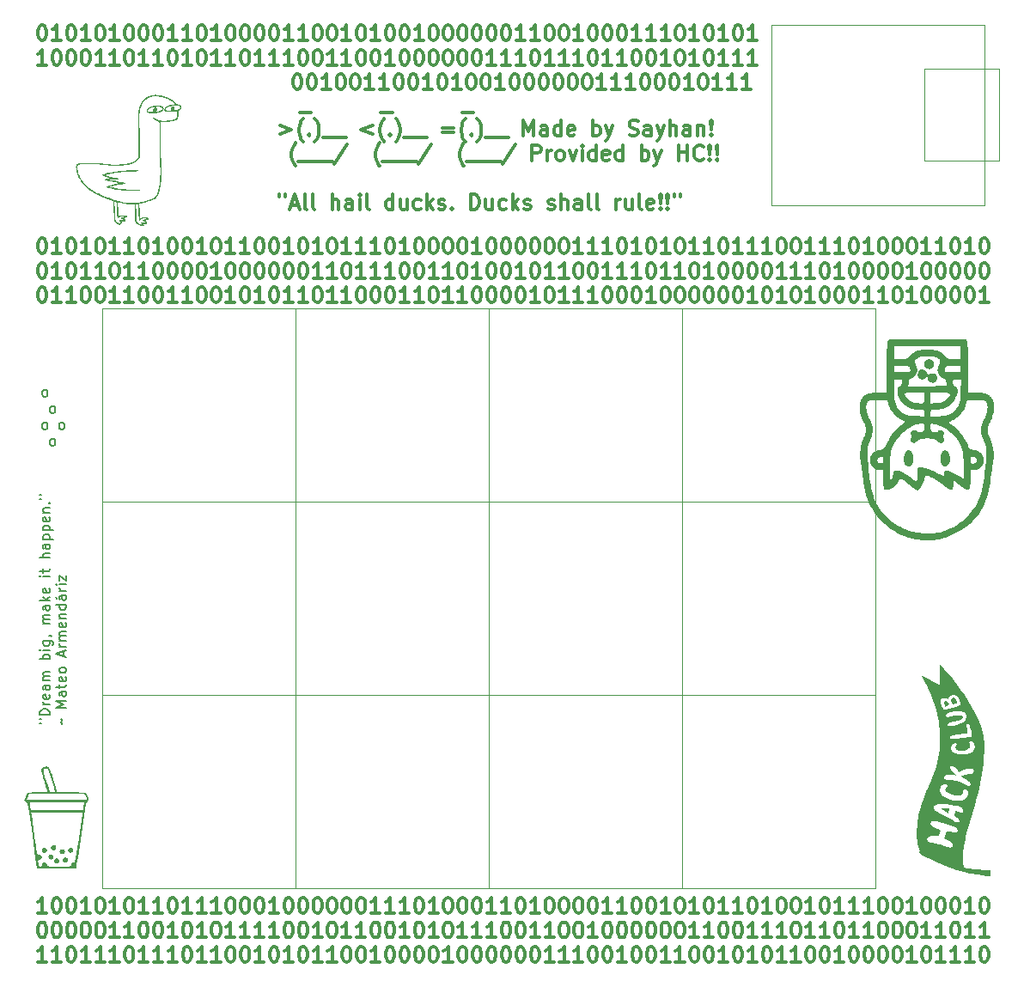
<source format=gbr>
%TF.GenerationSoftware,KiCad,Pcbnew,8.0.5*%
%TF.CreationDate,2024-10-21T21:03:58+03:00*%
%TF.ProjectId,hackpad1,6861636b-7061-4643-912e-6b696361645f,rev?*%
%TF.SameCoordinates,Original*%
%TF.FileFunction,OtherDrawing,Comment*%
%FSLAX46Y46*%
G04 Gerber Fmt 4.6, Leading zero omitted, Abs format (unit mm)*
G04 Created by KiCad (PCBNEW 8.0.5) date 2024-10-21 21:03:58*
%MOMM*%
%LPD*%
G01*
G04 APERTURE LIST*
%ADD10C,0.000000*%
%ADD11C,0.300000*%
%ADD12C,0.150000*%
%ADD13C,0.100000*%
%ADD14C,0.120000*%
G04 APERTURE END LIST*
D10*
G36*
X180262746Y-72932937D02*
G01*
X180278084Y-73263046D01*
X180299581Y-74076309D01*
X180307188Y-75022525D01*
X180307188Y-75064858D01*
X180307188Y-76123191D01*
X180307188Y-77393191D01*
X181100938Y-77393191D01*
X181195041Y-77393928D01*
X181286725Y-77396106D01*
X181375805Y-77399679D01*
X181462094Y-77404602D01*
X181545407Y-77410826D01*
X181625557Y-77418306D01*
X181702358Y-77426996D01*
X181775625Y-77436848D01*
X181845171Y-77447816D01*
X181910811Y-77459854D01*
X181972357Y-77472916D01*
X182029625Y-77486954D01*
X182082428Y-77501922D01*
X182130580Y-77517773D01*
X182173896Y-77534462D01*
X182212188Y-77551942D01*
X182278910Y-77588935D01*
X182342144Y-77630353D01*
X182401874Y-77676030D01*
X182458085Y-77725802D01*
X182510761Y-77779503D01*
X182559887Y-77836971D01*
X182605448Y-77898038D01*
X182647427Y-77962542D01*
X182685810Y-78030316D01*
X182720580Y-78101197D01*
X182751723Y-78175020D01*
X182779223Y-78251620D01*
X182823230Y-78412491D01*
X182852479Y-78582493D01*
X182866845Y-78760309D01*
X182866591Y-78833310D01*
X182866204Y-78944621D01*
X182850433Y-79134111D01*
X182819406Y-79327461D01*
X182773001Y-79523354D01*
X182711092Y-79720471D01*
X182633557Y-79917495D01*
X182540271Y-80113109D01*
X182471306Y-80247255D01*
X182411224Y-80372690D01*
X182359979Y-80490620D01*
X182317525Y-80602257D01*
X182283814Y-80708809D01*
X182258800Y-80811484D01*
X182242436Y-80911494D01*
X182237484Y-80960876D01*
X182234677Y-81010046D01*
X182234009Y-81059153D01*
X182235475Y-81108350D01*
X182239069Y-81157786D01*
X182244785Y-81207615D01*
X182262559Y-81309050D01*
X182288751Y-81413866D01*
X182323315Y-81523270D01*
X182366204Y-81638472D01*
X182417371Y-81760681D01*
X182476771Y-81891107D01*
X182532065Y-82020415D01*
X182582770Y-82157613D01*
X182628762Y-82301664D01*
X182669917Y-82451528D01*
X182706111Y-82606167D01*
X182737220Y-82764543D01*
X182763120Y-82925615D01*
X182783688Y-83088347D01*
X182798798Y-83251699D01*
X182808327Y-83414632D01*
X182812151Y-83576108D01*
X182810146Y-83735088D01*
X182802188Y-83890533D01*
X182788152Y-84041405D01*
X182767916Y-84186665D01*
X182741354Y-84325274D01*
X182716198Y-84453721D01*
X182688934Y-84612678D01*
X182631552Y-84997316D01*
X182576155Y-85429579D01*
X182529688Y-85859857D01*
X182481014Y-86266504D01*
X182418108Y-86657369D01*
X182340629Y-87033042D01*
X182248237Y-87394110D01*
X182140590Y-87741164D01*
X182017347Y-88074792D01*
X181878167Y-88395584D01*
X181722708Y-88704128D01*
X181550631Y-89001014D01*
X181361594Y-89286831D01*
X181155255Y-89562168D01*
X180931274Y-89827615D01*
X180689309Y-90083759D01*
X180429020Y-90331191D01*
X180150065Y-90570499D01*
X179852104Y-90802273D01*
X179731032Y-90887997D01*
X179598890Y-90974108D01*
X179457012Y-91060002D01*
X179306732Y-91145074D01*
X179149383Y-91228720D01*
X178986297Y-91310335D01*
X178818808Y-91389315D01*
X178648250Y-91465055D01*
X178475956Y-91536950D01*
X178303259Y-91604395D01*
X178131491Y-91666787D01*
X177961988Y-91723520D01*
X177796080Y-91773990D01*
X177635103Y-91817592D01*
X177480389Y-91853722D01*
X177333272Y-91881774D01*
X177178023Y-91906724D01*
X177011038Y-91926092D01*
X176833977Y-91940003D01*
X176648497Y-91948581D01*
X176456258Y-91951951D01*
X176258919Y-91950235D01*
X176058138Y-91943558D01*
X175855574Y-91932045D01*
X175652886Y-91915818D01*
X175451733Y-91895003D01*
X175253773Y-91869723D01*
X175060666Y-91840102D01*
X174874070Y-91806264D01*
X174695645Y-91768334D01*
X174527048Y-91726434D01*
X174369939Y-91680690D01*
X174017789Y-91559225D01*
X173672555Y-91413916D01*
X173335443Y-91245973D01*
X173007665Y-91056604D01*
X172690428Y-90847020D01*
X172384943Y-90618430D01*
X172092418Y-90372042D01*
X171814063Y-90109066D01*
X171551087Y-89830711D01*
X171304699Y-89538186D01*
X171076108Y-89232701D01*
X170866524Y-88915464D01*
X170677156Y-88587686D01*
X170509212Y-88250574D01*
X170363903Y-87905339D01*
X170242438Y-87553190D01*
X170197996Y-87393614D01*
X170152811Y-87205264D01*
X170108121Y-86995085D01*
X170065168Y-86770024D01*
X170025191Y-86537025D01*
X169989431Y-86303034D01*
X169959128Y-86074997D01*
X169935522Y-85859857D01*
X169913839Y-85648067D01*
X169889054Y-85429579D01*
X169862038Y-85210595D01*
X169833657Y-84997316D01*
X169804780Y-84795943D01*
X169776276Y-84612678D01*
X169749012Y-84453721D01*
X169723856Y-84325274D01*
X169697294Y-84186427D01*
X169677058Y-84040496D01*
X169663022Y-83888580D01*
X169655064Y-83731781D01*
X169653059Y-83571199D01*
X169656883Y-83407935D01*
X169666412Y-83243090D01*
X169681522Y-83077764D01*
X169702089Y-82913058D01*
X169727989Y-82750073D01*
X169759098Y-82589910D01*
X169795292Y-82433669D01*
X169836447Y-82282451D01*
X169882440Y-82137356D01*
X169933145Y-81999486D01*
X169988439Y-81869942D01*
X170047838Y-81742078D01*
X170099005Y-81623424D01*
X170141894Y-81512521D01*
X170176458Y-81407913D01*
X170202650Y-81308141D01*
X170220424Y-81211749D01*
X170229733Y-81117279D01*
X170231199Y-81070310D01*
X170230532Y-81023275D01*
X170227725Y-80975991D01*
X170222773Y-80928278D01*
X170206409Y-80830832D01*
X170181395Y-80729479D01*
X170147684Y-80622762D01*
X170105229Y-80509224D01*
X170053984Y-80387407D01*
X169993903Y-80255854D01*
X169924938Y-80113109D01*
X169876318Y-80012797D01*
X169831652Y-79912379D01*
X169790923Y-79811996D01*
X169754116Y-79711789D01*
X169721217Y-79611900D01*
X169692208Y-79512471D01*
X169667075Y-79413642D01*
X169645803Y-79315555D01*
X169628375Y-79218352D01*
X169614776Y-79122174D01*
X169604991Y-79027163D01*
X169599004Y-78933459D01*
X169596800Y-78841206D01*
X169596936Y-78833310D01*
X170255605Y-78833310D01*
X170259866Y-78930415D01*
X170270219Y-79030962D01*
X170286650Y-79134733D01*
X170309142Y-79241512D01*
X170337680Y-79351082D01*
X170372249Y-79463225D01*
X170412834Y-79577725D01*
X170459417Y-79694363D01*
X170511985Y-79812925D01*
X170570522Y-79933192D01*
X170641458Y-80081741D01*
X170703434Y-80226135D01*
X170756418Y-80366932D01*
X170800379Y-80504691D01*
X170835286Y-80639970D01*
X170861109Y-80773326D01*
X170877816Y-80905318D01*
X170885376Y-81036504D01*
X170883758Y-81167442D01*
X170872932Y-81298689D01*
X170852866Y-81430805D01*
X170823529Y-81564347D01*
X170784891Y-81699874D01*
X170736919Y-81837943D01*
X170679584Y-81979113D01*
X170612855Y-82123941D01*
X170531681Y-82303527D01*
X170498327Y-82384390D01*
X170469483Y-82461285D01*
X170444919Y-82535699D01*
X170424401Y-82609121D01*
X170407697Y-82683039D01*
X170394574Y-82758941D01*
X170384799Y-82838316D01*
X170378141Y-82922652D01*
X170374366Y-83013437D01*
X170373242Y-83112160D01*
X170374537Y-83220308D01*
X170378017Y-83339371D01*
X170390606Y-83616191D01*
X170414309Y-84038597D01*
X170441827Y-84441050D01*
X170473251Y-84824187D01*
X170508675Y-85188643D01*
X170548192Y-85535053D01*
X170591895Y-85864054D01*
X170639876Y-86176280D01*
X170692230Y-86472368D01*
X170749048Y-86752953D01*
X170810424Y-87018671D01*
X170876451Y-87270157D01*
X170947222Y-87508047D01*
X171022830Y-87732976D01*
X171103367Y-87945581D01*
X171188928Y-88146496D01*
X171279605Y-88336358D01*
X171396680Y-88549100D01*
X171532592Y-88761841D01*
X171685835Y-88973342D01*
X171854908Y-89182363D01*
X172038305Y-89387663D01*
X172234523Y-89588002D01*
X172442058Y-89782140D01*
X172659407Y-89968837D01*
X172885065Y-90146851D01*
X173117529Y-90314944D01*
X173355294Y-90471875D01*
X173596859Y-90616404D01*
X173840717Y-90747290D01*
X174085366Y-90863293D01*
X174329302Y-90963173D01*
X174571022Y-91045690D01*
X174747171Y-91094178D01*
X174936932Y-91136434D01*
X175138289Y-91172427D01*
X175349227Y-91202125D01*
X175567731Y-91225498D01*
X175791784Y-91242516D01*
X176019372Y-91253145D01*
X176248480Y-91257357D01*
X176477091Y-91255119D01*
X176703191Y-91246402D01*
X176924764Y-91231172D01*
X177139795Y-91209401D01*
X177346268Y-91181057D01*
X177542168Y-91146108D01*
X177725480Y-91104524D01*
X177894188Y-91056274D01*
X178212626Y-90942235D01*
X178524289Y-90807235D01*
X178828108Y-90652392D01*
X179123012Y-90478821D01*
X179407933Y-90287639D01*
X179681800Y-90079962D01*
X179943543Y-89856906D01*
X180192094Y-89619587D01*
X180426382Y-89369121D01*
X180645338Y-89106626D01*
X180847891Y-88833216D01*
X181032973Y-88550008D01*
X181199513Y-88258119D01*
X181346442Y-87958665D01*
X181472690Y-87652761D01*
X181577188Y-87341524D01*
X181659333Y-87029522D01*
X181738253Y-86655261D01*
X181812708Y-86227917D01*
X181881459Y-85756670D01*
X181943264Y-85250696D01*
X181996883Y-84719173D01*
X182041077Y-84171278D01*
X182074604Y-83616191D01*
X182087193Y-83339371D01*
X182090673Y-83220308D01*
X182091968Y-83112160D01*
X182090844Y-83013437D01*
X182087069Y-82922652D01*
X182080410Y-82838316D01*
X182070635Y-82758941D01*
X182057512Y-82683039D01*
X182040808Y-82609121D01*
X182020290Y-82535699D01*
X181995725Y-82461285D01*
X181966882Y-82384390D01*
X181933527Y-82303527D01*
X181895429Y-82217207D01*
X181852354Y-82123941D01*
X181785624Y-81979113D01*
X181728289Y-81837943D01*
X181680318Y-81699874D01*
X181641680Y-81564347D01*
X181612343Y-81430805D01*
X181592277Y-81298689D01*
X181581451Y-81167442D01*
X181579834Y-81036504D01*
X181587394Y-80905318D01*
X181604101Y-80773326D01*
X181629923Y-80639970D01*
X181664831Y-80504691D01*
X181708792Y-80366932D01*
X181761776Y-80226135D01*
X181823751Y-80081741D01*
X181894688Y-79933192D01*
X181953224Y-79812925D01*
X182005792Y-79694363D01*
X182052376Y-79577725D01*
X182092960Y-79463225D01*
X182127529Y-79351082D01*
X182156067Y-79241512D01*
X182178559Y-79134733D01*
X182194990Y-79030962D01*
X182205343Y-78930415D01*
X182209604Y-78833310D01*
X182207756Y-78739863D01*
X182199785Y-78650293D01*
X182185675Y-78564815D01*
X182165410Y-78483646D01*
X182138975Y-78407005D01*
X182123439Y-78370450D01*
X182106354Y-78335108D01*
X182087859Y-78304944D01*
X182067535Y-78277850D01*
X182044544Y-78253671D01*
X182018050Y-78232251D01*
X181987214Y-78213436D01*
X181951201Y-78197070D01*
X181909173Y-78182999D01*
X181860292Y-78171066D01*
X181803722Y-78161119D01*
X181738625Y-78153000D01*
X181664164Y-78146556D01*
X181579503Y-78141631D01*
X181376228Y-78135720D01*
X181122104Y-78134025D01*
X180254271Y-78134025D01*
X180074354Y-78642024D01*
X180030781Y-78749705D01*
X179979766Y-78858053D01*
X179921805Y-78966493D01*
X179857396Y-79074453D01*
X179787033Y-79181359D01*
X179711214Y-79286637D01*
X179630433Y-79389713D01*
X179545188Y-79490014D01*
X179455973Y-79586967D01*
X179363287Y-79679997D01*
X179267623Y-79768532D01*
X179169479Y-79851997D01*
X179069351Y-79929819D01*
X178967735Y-80001425D01*
X178865126Y-80066240D01*
X178762021Y-80123691D01*
X178391605Y-80314191D01*
X178867855Y-80652858D01*
X178963781Y-80727752D01*
X179064266Y-80816445D01*
X179168162Y-80917353D01*
X179274320Y-81028897D01*
X179381596Y-81149494D01*
X179488840Y-81277564D01*
X179594905Y-81411525D01*
X179698646Y-81549795D01*
X179798914Y-81690795D01*
X179894562Y-81832941D01*
X179984442Y-81974653D01*
X180067409Y-82114350D01*
X180142314Y-82250450D01*
X180208010Y-82381372D01*
X180263351Y-82505535D01*
X180307188Y-82621357D01*
X180324877Y-82675990D01*
X180342534Y-82725041D01*
X180360626Y-82768883D01*
X180379617Y-82807889D01*
X180399973Y-82842429D01*
X180410807Y-82858141D01*
X180422157Y-82872877D01*
X180434081Y-82886682D01*
X180446636Y-82899604D01*
X180459882Y-82911689D01*
X180473875Y-82922983D01*
X180488674Y-82933532D01*
X180504338Y-82943385D01*
X180520924Y-82952586D01*
X180538491Y-82961182D01*
X180576799Y-82976747D01*
X180619726Y-82990452D01*
X180667739Y-83002668D01*
X180721302Y-83013768D01*
X180780879Y-83024124D01*
X180846937Y-83034108D01*
X180916352Y-83044420D01*
X180983671Y-83057448D01*
X181048847Y-83073114D01*
X181111831Y-83091345D01*
X181172575Y-83112063D01*
X181231031Y-83135195D01*
X181287149Y-83160663D01*
X181340882Y-83188393D01*
X181392181Y-83218309D01*
X181440997Y-83250335D01*
X181487283Y-83284396D01*
X181530989Y-83320416D01*
X181572068Y-83358320D01*
X181610470Y-83398031D01*
X181646148Y-83439475D01*
X181679053Y-83482576D01*
X181709136Y-83527259D01*
X181736349Y-83573447D01*
X181760643Y-83621065D01*
X181781971Y-83670038D01*
X181800284Y-83720289D01*
X181815532Y-83771745D01*
X181827669Y-83824328D01*
X181836645Y-83877963D01*
X181842412Y-83932575D01*
X181844921Y-83988088D01*
X181844124Y-84044426D01*
X181842532Y-84066315D01*
X181839973Y-84101515D01*
X181832419Y-84159278D01*
X181821413Y-84217640D01*
X181806908Y-84276525D01*
X181788854Y-84335857D01*
X181759096Y-84416715D01*
X181725416Y-84492582D01*
X181687860Y-84563425D01*
X181646475Y-84629214D01*
X181601308Y-84689919D01*
X181552404Y-84745507D01*
X181526565Y-84771373D01*
X181499810Y-84795948D01*
X181472144Y-84819229D01*
X181443573Y-84841212D01*
X181414103Y-84861892D01*
X181383740Y-84881266D01*
X181352489Y-84899330D01*
X181320356Y-84916080D01*
X181287347Y-84931513D01*
X181253469Y-84945624D01*
X181183124Y-84969865D01*
X181109369Y-84988774D01*
X181032249Y-85002318D01*
X180951812Y-85010467D01*
X180868104Y-85013191D01*
X180518855Y-85013191D01*
X180518855Y-85280730D01*
X180518855Y-85955108D01*
X180518465Y-86093136D01*
X180517222Y-86217955D01*
X180515018Y-86330248D01*
X180511744Y-86430696D01*
X180507292Y-86519983D01*
X180504590Y-86560653D01*
X180501554Y-86598789D01*
X180498168Y-86634476D01*
X180494420Y-86667798D01*
X180490295Y-86698841D01*
X180485782Y-86727691D01*
X180480865Y-86754432D01*
X180475532Y-86779150D01*
X180469768Y-86801931D01*
X180463561Y-86822858D01*
X180456896Y-86842019D01*
X180449761Y-86859497D01*
X180442141Y-86875379D01*
X180434023Y-86889748D01*
X180425393Y-86902692D01*
X180416238Y-86914295D01*
X180406545Y-86924642D01*
X180396299Y-86933818D01*
X180385487Y-86941910D01*
X180374096Y-86949001D01*
X180362112Y-86955178D01*
X180349521Y-86960525D01*
X180329086Y-86967602D01*
X180307581Y-86972989D01*
X180285176Y-86976733D01*
X180262043Y-86978880D01*
X180238352Y-86979477D01*
X180214274Y-86978570D01*
X180189978Y-86976205D01*
X180165636Y-86972430D01*
X180141418Y-86967291D01*
X180117494Y-86960834D01*
X180094036Y-86953106D01*
X180071213Y-86944153D01*
X180049196Y-86934022D01*
X180028156Y-86922759D01*
X180008263Y-86910411D01*
X179989688Y-86897024D01*
X179726427Y-86697264D01*
X179344105Y-86410190D01*
X178878438Y-86050357D01*
X178846688Y-86494857D01*
X178842109Y-86540090D01*
X178836352Y-86584361D01*
X178829479Y-86627454D01*
X178821552Y-86669152D01*
X178812633Y-86709237D01*
X178802783Y-86747493D01*
X178792066Y-86783703D01*
X178780542Y-86817649D01*
X178768274Y-86849115D01*
X178755324Y-86877883D01*
X178741754Y-86903737D01*
X178734755Y-86915503D01*
X178727625Y-86926459D01*
X178720371Y-86936578D01*
X178713001Y-86945833D01*
X178705522Y-86954196D01*
X178697942Y-86961641D01*
X178690270Y-86968140D01*
X178682512Y-86973666D01*
X178674677Y-86978192D01*
X178666772Y-86981691D01*
X178659059Y-86984021D01*
X178649847Y-86985076D01*
X178627125Y-86983469D01*
X178599008Y-86977087D01*
X178565899Y-86966147D01*
X178528201Y-86950866D01*
X178486317Y-86931462D01*
X178440651Y-86908151D01*
X178391604Y-86881150D01*
X178339582Y-86850676D01*
X178284986Y-86816947D01*
X178228219Y-86780179D01*
X178169685Y-86740590D01*
X178109787Y-86698396D01*
X178048928Y-86653814D01*
X177987511Y-86607063D01*
X177925938Y-86558358D01*
X177816451Y-86470208D01*
X177699430Y-86381004D01*
X177576517Y-86291676D01*
X177449357Y-86203154D01*
X177319593Y-86116369D01*
X177188867Y-86032250D01*
X177058823Y-85951728D01*
X176931105Y-85875732D01*
X176807355Y-85805194D01*
X176689217Y-85741043D01*
X176578335Y-85684209D01*
X176476352Y-85635623D01*
X176384910Y-85596215D01*
X176305654Y-85566914D01*
X176240227Y-85548652D01*
X176213212Y-85543950D01*
X176190271Y-85542357D01*
X176184288Y-85542727D01*
X176178251Y-85543825D01*
X176172168Y-85545636D01*
X176166045Y-85548145D01*
X176153715Y-85555194D01*
X176141323Y-85564847D01*
X176128931Y-85576981D01*
X176116601Y-85591471D01*
X176104396Y-85608193D01*
X176092376Y-85627024D01*
X176080604Y-85647839D01*
X176069142Y-85670515D01*
X176058052Y-85694927D01*
X176047397Y-85720951D01*
X176037237Y-85748464D01*
X176027636Y-85777340D01*
X176018654Y-85807458D01*
X176010355Y-85838691D01*
X175986574Y-85923510D01*
X175955537Y-86014205D01*
X175918175Y-86109210D01*
X175875417Y-86206958D01*
X175828195Y-86305885D01*
X175777439Y-86404424D01*
X175724078Y-86501010D01*
X175669042Y-86594077D01*
X175613263Y-86682058D01*
X175557669Y-86763389D01*
X175503192Y-86836503D01*
X175450761Y-86899835D01*
X175401307Y-86951819D01*
X175377987Y-86973066D01*
X175355759Y-86990889D01*
X175334741Y-87005092D01*
X175315049Y-87015479D01*
X175296798Y-87021855D01*
X175280105Y-87024024D01*
X175261683Y-87021582D01*
X175238392Y-87014412D01*
X175210574Y-87002746D01*
X175178571Y-86986817D01*
X175142723Y-86966857D01*
X175103371Y-86943099D01*
X175060857Y-86915775D01*
X175015521Y-86885118D01*
X174917749Y-86814734D01*
X174812784Y-86733809D01*
X174703354Y-86644202D01*
X174592189Y-86547774D01*
X174459251Y-86431024D01*
X174337816Y-86326661D01*
X174227234Y-86234421D01*
X174175809Y-86192765D01*
X174126853Y-86154041D01*
X174080284Y-86118216D01*
X174036021Y-86085257D01*
X173993983Y-86055131D01*
X173954088Y-86027806D01*
X173916255Y-86003247D01*
X173880403Y-85981424D01*
X173846449Y-85962301D01*
X173814314Y-85945847D01*
X173783914Y-85932028D01*
X173755170Y-85920812D01*
X173727999Y-85912166D01*
X173702320Y-85906056D01*
X173678052Y-85902450D01*
X173655114Y-85901315D01*
X173633423Y-85902617D01*
X173612900Y-85906325D01*
X173593461Y-85912404D01*
X173575026Y-85920823D01*
X173557513Y-85931547D01*
X173540842Y-85944545D01*
X173524930Y-85959782D01*
X173509697Y-85977227D01*
X173495060Y-85996847D01*
X173480939Y-86018607D01*
X173405620Y-86140460D01*
X173326860Y-86255740D01*
X173245185Y-86364075D01*
X173161123Y-86465092D01*
X173075201Y-86558419D01*
X172987945Y-86643686D01*
X172899884Y-86720518D01*
X172811543Y-86788545D01*
X172767432Y-86819140D01*
X172723450Y-86847394D01*
X172679661Y-86873261D01*
X172636132Y-86896693D01*
X172592929Y-86917646D01*
X172550117Y-86936071D01*
X172507762Y-86951923D01*
X172465931Y-86965154D01*
X172424689Y-86975720D01*
X172384101Y-86983572D01*
X172344235Y-86988664D01*
X172305155Y-86990951D01*
X172266928Y-86990385D01*
X172229620Y-86986920D01*
X172193296Y-86980510D01*
X172158022Y-86971107D01*
X172124252Y-86958534D01*
X172094233Y-86943946D01*
X172067748Y-86926320D01*
X172044582Y-86904631D01*
X172024516Y-86877858D01*
X172007333Y-86844976D01*
X171992818Y-86804963D01*
X171980751Y-86756795D01*
X171970917Y-86699450D01*
X171963099Y-86631904D01*
X171957078Y-86553133D01*
X171952639Y-86462116D01*
X171947637Y-86239246D01*
X171946356Y-85955108D01*
X171946356Y-85439666D01*
X172589788Y-85439666D01*
X172589938Y-85510846D01*
X172590519Y-85576296D01*
X172591547Y-85636192D01*
X172593033Y-85690710D01*
X172594993Y-85740027D01*
X172597439Y-85784320D01*
X172600385Y-85823763D01*
X172603844Y-85858535D01*
X172607831Y-85888810D01*
X172612358Y-85914766D01*
X172614829Y-85926180D01*
X172617439Y-85936579D01*
X172620192Y-85945987D01*
X172623089Y-85954425D01*
X172626130Y-85961916D01*
X172629319Y-85968481D01*
X172632657Y-85974143D01*
X172636145Y-85978923D01*
X172639785Y-85982843D01*
X172643579Y-85985926D01*
X172647528Y-85988194D01*
X172651635Y-85989669D01*
X172655900Y-85990372D01*
X172660326Y-85990326D01*
X172664915Y-85989553D01*
X172669667Y-85988075D01*
X172674585Y-85985913D01*
X172679671Y-85983091D01*
X172684926Y-85979629D01*
X172690351Y-85975551D01*
X172701721Y-85965631D01*
X172713794Y-85953508D01*
X172726584Y-85939358D01*
X172740105Y-85923358D01*
X172755841Y-85900576D01*
X172771235Y-85876043D01*
X172786196Y-85849990D01*
X172800629Y-85822650D01*
X172814442Y-85794257D01*
X172827542Y-85765042D01*
X172839836Y-85735237D01*
X172851230Y-85705076D01*
X172861633Y-85674791D01*
X172870950Y-85644615D01*
X172879089Y-85614780D01*
X172885957Y-85585518D01*
X172891461Y-85557063D01*
X172895507Y-85529646D01*
X172898003Y-85503500D01*
X172898855Y-85478858D01*
X172899600Y-85441062D01*
X172901835Y-85405064D01*
X172905561Y-85370865D01*
X172910782Y-85338463D01*
X172917499Y-85307860D01*
X172925714Y-85279056D01*
X172935429Y-85252050D01*
X172946646Y-85226842D01*
X172959366Y-85203432D01*
X172973592Y-85181821D01*
X172989326Y-85162009D01*
X173006570Y-85143994D01*
X173025325Y-85127778D01*
X173045593Y-85113360D01*
X173067377Y-85100741D01*
X173090678Y-85089920D01*
X173115499Y-85080897D01*
X173141840Y-85073673D01*
X173169705Y-85068247D01*
X173199095Y-85064619D01*
X173230012Y-85062790D01*
X173262458Y-85062759D01*
X173296435Y-85064526D01*
X173331945Y-85068092D01*
X173407571Y-85080619D01*
X173489351Y-85100338D01*
X173577302Y-85127252D01*
X173671438Y-85161358D01*
X173719469Y-85181153D01*
X173771918Y-85204622D01*
X173887901Y-85261404D01*
X174015045Y-85329348D01*
X174149011Y-85406097D01*
X174285458Y-85489296D01*
X174420044Y-85576588D01*
X174548429Y-85665616D01*
X174608939Y-85710045D01*
X174666272Y-85754024D01*
X175227188Y-86166775D01*
X175290688Y-85912774D01*
X175296269Y-85883554D01*
X175301106Y-85851651D01*
X175305199Y-85817362D01*
X175308547Y-85780979D01*
X175313012Y-85703113D01*
X175314501Y-85620410D01*
X175313012Y-85535226D01*
X175308547Y-85449919D01*
X175301106Y-85366844D01*
X175290688Y-85288358D01*
X175274738Y-85188374D01*
X175266772Y-85098685D01*
X175265875Y-85057661D01*
X175267085Y-85019165D01*
X175270438Y-84983180D01*
X175275971Y-84949691D01*
X175283721Y-84918683D01*
X175293724Y-84890139D01*
X175306018Y-84864045D01*
X175320640Y-84840385D01*
X175337626Y-84819144D01*
X175357012Y-84800305D01*
X175378837Y-84783854D01*
X175403136Y-84769774D01*
X175429947Y-84758052D01*
X175459306Y-84748670D01*
X175491250Y-84741613D01*
X175525816Y-84736867D01*
X175563041Y-84734415D01*
X175602961Y-84734242D01*
X175645614Y-84736332D01*
X175691036Y-84740670D01*
X175790334Y-84756028D01*
X175901152Y-84780192D01*
X176023782Y-84813038D01*
X176158521Y-84854441D01*
X176289221Y-84895286D01*
X176432199Y-84945061D01*
X176582867Y-85001781D01*
X176736636Y-85063462D01*
X176888916Y-85128120D01*
X177035119Y-85193770D01*
X177170656Y-85258427D01*
X177290938Y-85320108D01*
X177682521Y-85521191D01*
X177817789Y-85590975D01*
X177860743Y-85613837D01*
X177883604Y-85627024D01*
X177886550Y-85627739D01*
X177889431Y-85627906D01*
X177892246Y-85627533D01*
X177894994Y-85626632D01*
X177897672Y-85625211D01*
X177900278Y-85623281D01*
X177905267Y-85617930D01*
X177909947Y-85610656D01*
X177914300Y-85601538D01*
X177918313Y-85590652D01*
X177921969Y-85578077D01*
X177925253Y-85563889D01*
X177928150Y-85548166D01*
X177930643Y-85530986D01*
X177932718Y-85512427D01*
X177934359Y-85492565D01*
X177935550Y-85471478D01*
X177936276Y-85449245D01*
X177936521Y-85425941D01*
X177936431Y-85343962D01*
X177939332Y-85306972D01*
X177944231Y-85272648D01*
X177951154Y-85240991D01*
X177960124Y-85212001D01*
X177971169Y-85185677D01*
X177984312Y-85162019D01*
X177999578Y-85141028D01*
X178016994Y-85122704D01*
X178036585Y-85107046D01*
X178058374Y-85094054D01*
X178082389Y-85083729D01*
X178108653Y-85076071D01*
X178137192Y-85071079D01*
X178168032Y-85068753D01*
X178201197Y-85069094D01*
X178236712Y-85072102D01*
X178274604Y-85077776D01*
X178314896Y-85086117D01*
X178402785Y-85110797D01*
X178500580Y-85146144D01*
X178608483Y-85192157D01*
X178726695Y-85248836D01*
X178855418Y-85316181D01*
X178994854Y-85394191D01*
X179538573Y-85697138D01*
X179725601Y-85800492D01*
X179786186Y-85832759D01*
X179820355Y-85849275D01*
X179825222Y-85849475D01*
X179829899Y-85846161D01*
X179838669Y-85829328D01*
X179846632Y-85799441D01*
X179853758Y-85757167D01*
X179865375Y-85638125D01*
X179873271Y-85477535D01*
X179877198Y-85280730D01*
X179876909Y-85053044D01*
X179872154Y-84799808D01*
X179862687Y-84526357D01*
X179849913Y-84120119D01*
X179847369Y-84060691D01*
X180518855Y-84060691D01*
X180519384Y-84107859D01*
X180521108Y-84150298D01*
X180524226Y-84188241D01*
X180526372Y-84205599D01*
X180528942Y-84221921D01*
X180531961Y-84237235D01*
X180535456Y-84251570D01*
X180539450Y-84264956D01*
X180543969Y-84277422D01*
X180549039Y-84288995D01*
X180554684Y-84299707D01*
X180560930Y-84309585D01*
X180567802Y-84318659D01*
X180575326Y-84326958D01*
X180583525Y-84334511D01*
X180592426Y-84341347D01*
X180602053Y-84347495D01*
X180612433Y-84352984D01*
X180623590Y-84357843D01*
X180635548Y-84362101D01*
X180648335Y-84365788D01*
X180661974Y-84368932D01*
X180676491Y-84371563D01*
X180691911Y-84373709D01*
X180708259Y-84375400D01*
X180743841Y-84377532D01*
X180783438Y-84378191D01*
X180809820Y-84377575D01*
X180835375Y-84375749D01*
X180860081Y-84372740D01*
X180883917Y-84368579D01*
X180906862Y-84363293D01*
X180928894Y-84356913D01*
X180949992Y-84349467D01*
X180970134Y-84340984D01*
X180989300Y-84331493D01*
X181007468Y-84321024D01*
X181024616Y-84309605D01*
X181040724Y-84297265D01*
X181055770Y-84284035D01*
X181069733Y-84269942D01*
X181082591Y-84255015D01*
X181094323Y-84239284D01*
X181104908Y-84222779D01*
X181114324Y-84205527D01*
X181122551Y-84187558D01*
X181129566Y-84168901D01*
X181135349Y-84149586D01*
X181139878Y-84129640D01*
X181143132Y-84109094D01*
X181145090Y-84087976D01*
X181145730Y-84066315D01*
X181145030Y-84044141D01*
X181142971Y-84021483D01*
X181139529Y-83998369D01*
X181134685Y-83974829D01*
X181128416Y-83950891D01*
X181120702Y-83926586D01*
X181111521Y-83901941D01*
X181108207Y-83894036D01*
X181104232Y-83886205D01*
X181094385Y-83870811D01*
X181082151Y-83855851D01*
X181067699Y-83841417D01*
X181051202Y-83827604D01*
X181032828Y-83814504D01*
X181012749Y-83802211D01*
X180991135Y-83790816D01*
X180968158Y-83780413D01*
X180943986Y-83771096D01*
X180918791Y-83762957D01*
X180892744Y-83756089D01*
X180866014Y-83750586D01*
X180838773Y-83746539D01*
X180811190Y-83744043D01*
X180783438Y-83743191D01*
X180743841Y-83743849D01*
X180708259Y-83745981D01*
X180676491Y-83749818D01*
X180661974Y-83752449D01*
X180648335Y-83755593D01*
X180635548Y-83759280D01*
X180623590Y-83763538D01*
X180612433Y-83768397D01*
X180602053Y-83773886D01*
X180592426Y-83780034D01*
X180583525Y-83786870D01*
X180575326Y-83794423D01*
X180567802Y-83802722D01*
X180560930Y-83811796D01*
X180554684Y-83821674D01*
X180549039Y-83832386D01*
X180543969Y-83843960D01*
X180539450Y-83856425D01*
X180535456Y-83869811D01*
X180531961Y-83884146D01*
X180528942Y-83899460D01*
X180524226Y-83933141D01*
X180521108Y-83971084D01*
X180519384Y-84013523D01*
X180518855Y-84060691D01*
X179847369Y-84060691D01*
X179842456Y-83945951D01*
X179833914Y-83788666D01*
X179824008Y-83646450D01*
X179812458Y-83517489D01*
X179798986Y-83399969D01*
X179783313Y-83292076D01*
X179765159Y-83191997D01*
X179744245Y-83097917D01*
X179720293Y-83008024D01*
X179693024Y-82920502D01*
X179662157Y-82833538D01*
X179627415Y-82745319D01*
X179588518Y-82654030D01*
X179545187Y-82557857D01*
X179449103Y-82365621D01*
X179340073Y-82178346D01*
X179219045Y-81996775D01*
X179086962Y-81821654D01*
X178944772Y-81653727D01*
X178793419Y-81493736D01*
X178633850Y-81342428D01*
X178467011Y-81200545D01*
X178293845Y-81068832D01*
X178115301Y-80948034D01*
X177932322Y-80838893D01*
X177745856Y-80742155D01*
X177556846Y-80658563D01*
X177366240Y-80588862D01*
X177174983Y-80533795D01*
X176984021Y-80494108D01*
X176916955Y-80483139D01*
X176858261Y-80474326D01*
X176807381Y-80468086D01*
X176763756Y-80464838D01*
X176744490Y-80464467D01*
X176726828Y-80465001D01*
X176710701Y-80466492D01*
X176696039Y-80468993D01*
X176682773Y-80472556D01*
X176670832Y-80477233D01*
X176660146Y-80483077D01*
X176650647Y-80490139D01*
X176642264Y-80498473D01*
X176634927Y-80508130D01*
X176628567Y-80519164D01*
X176623114Y-80531625D01*
X176618498Y-80545567D01*
X176614649Y-80561042D01*
X176611498Y-80578102D01*
X176608975Y-80596799D01*
X176605533Y-80639316D01*
X176603766Y-80689011D01*
X176603022Y-80811608D01*
X176603761Y-80856130D01*
X176604679Y-80877548D01*
X176605957Y-80898403D01*
X176607592Y-80918693D01*
X176609580Y-80938414D01*
X176611916Y-80957565D01*
X176614597Y-80976145D01*
X176617620Y-80994152D01*
X176620979Y-81011582D01*
X176624672Y-81028436D01*
X176628695Y-81044709D01*
X176633043Y-81060402D01*
X176637712Y-81075511D01*
X176642700Y-81090035D01*
X176648001Y-81103972D01*
X176653612Y-81117320D01*
X176659530Y-81130076D01*
X176665750Y-81142240D01*
X176672268Y-81153809D01*
X176679081Y-81164781D01*
X176686184Y-81175154D01*
X176693575Y-81184926D01*
X176701248Y-81194096D01*
X176709200Y-81202661D01*
X176717428Y-81210619D01*
X176725927Y-81217969D01*
X176734693Y-81224709D01*
X176743723Y-81230836D01*
X176753012Y-81236349D01*
X176762557Y-81241246D01*
X176772354Y-81245524D01*
X176796341Y-81254114D01*
X176820631Y-81262025D01*
X176845152Y-81269261D01*
X176869837Y-81275828D01*
X176894615Y-81281727D01*
X176919415Y-81286964D01*
X176968808Y-81295465D01*
X177017456Y-81301361D01*
X177064802Y-81304684D01*
X177110288Y-81305464D01*
X177132158Y-81304910D01*
X177153355Y-81303733D01*
X177173807Y-81301935D01*
X177193445Y-81299521D01*
X177212200Y-81296495D01*
X177230001Y-81292860D01*
X177246779Y-81288621D01*
X177262464Y-81283780D01*
X177276987Y-81278343D01*
X177290276Y-81272313D01*
X177302264Y-81265694D01*
X177312880Y-81258490D01*
X177322054Y-81250704D01*
X177329716Y-81242341D01*
X177335797Y-81233404D01*
X177340227Y-81223897D01*
X177342936Y-81213825D01*
X177343855Y-81203190D01*
X177344193Y-81198231D01*
X177345196Y-81193282D01*
X177346846Y-81188351D01*
X177349126Y-81183450D01*
X177352018Y-81178588D01*
X177355505Y-81173774D01*
X177364194Y-81164330D01*
X177375054Y-81155196D01*
X177387945Y-81146450D01*
X177402727Y-81138169D01*
X177419261Y-81130431D01*
X177437407Y-81123312D01*
X177457026Y-81116891D01*
X177477978Y-81111246D01*
X177500124Y-81106453D01*
X177523325Y-81102590D01*
X177547439Y-81099735D01*
X177572329Y-81097965D01*
X177597855Y-81097358D01*
X177623365Y-81098183D01*
X177648271Y-81100608D01*
X177672525Y-81104561D01*
X177696081Y-81109967D01*
X177718894Y-81116753D01*
X177740916Y-81124844D01*
X177762101Y-81134169D01*
X177782402Y-81144652D01*
X177801773Y-81156220D01*
X177820167Y-81168800D01*
X177837538Y-81182318D01*
X177853839Y-81196701D01*
X177869024Y-81211873D01*
X177883047Y-81227763D01*
X177895860Y-81244296D01*
X177907417Y-81261399D01*
X177917672Y-81278998D01*
X177926579Y-81297020D01*
X177934090Y-81315390D01*
X177940159Y-81334036D01*
X177944740Y-81352883D01*
X177947787Y-81371858D01*
X177949252Y-81390887D01*
X177949089Y-81409897D01*
X177947252Y-81428814D01*
X177943694Y-81447564D01*
X177938369Y-81466074D01*
X177931229Y-81484270D01*
X177922230Y-81502078D01*
X177911324Y-81519425D01*
X177898464Y-81536237D01*
X177883604Y-81552441D01*
X177870582Y-81566701D01*
X177859296Y-81581690D01*
X177849746Y-81597392D01*
X177845622Y-81605505D01*
X177841933Y-81613791D01*
X177835856Y-81630873D01*
X177831515Y-81648621D01*
X177828910Y-81667021D01*
X177828042Y-81686056D01*
X177828910Y-81705711D01*
X177831515Y-81725970D01*
X177835856Y-81746819D01*
X177841933Y-81768242D01*
X177849746Y-81790222D01*
X177859296Y-81812746D01*
X177870582Y-81835796D01*
X177883604Y-81859358D01*
X177896622Y-81886537D01*
X177907872Y-81912584D01*
X177917323Y-81937609D01*
X177924945Y-81961718D01*
X177930707Y-81985022D01*
X177932881Y-81996405D01*
X177934578Y-82007627D01*
X177935794Y-82018703D01*
X177936526Y-82029644D01*
X177936770Y-82040465D01*
X177936521Y-82051180D01*
X177935776Y-82061802D01*
X177934532Y-82072344D01*
X177932783Y-82082821D01*
X177930527Y-82093245D01*
X177927759Y-82103630D01*
X177924475Y-82113990D01*
X177920673Y-82124339D01*
X177916347Y-82134690D01*
X177911494Y-82145056D01*
X177906110Y-82155451D01*
X177900191Y-82165888D01*
X177893733Y-82176382D01*
X177879187Y-82197593D01*
X177862438Y-82219191D01*
X177831019Y-82254403D01*
X177815511Y-82270130D01*
X177800096Y-82284593D01*
X177784743Y-82297784D01*
X177769421Y-82309697D01*
X177754098Y-82320323D01*
X177738745Y-82329655D01*
X177723330Y-82337684D01*
X177707822Y-82344403D01*
X177692190Y-82349804D01*
X177676403Y-82353880D01*
X177660430Y-82356623D01*
X177644239Y-82358025D01*
X177627801Y-82358078D01*
X177611084Y-82356774D01*
X177594056Y-82354106D01*
X177576688Y-82350067D01*
X177558948Y-82344647D01*
X177540804Y-82337840D01*
X177522226Y-82329638D01*
X177503184Y-82320032D01*
X177483645Y-82309016D01*
X177463579Y-82296582D01*
X177442955Y-82282721D01*
X177421741Y-82267426D01*
X177377424Y-82232503D01*
X177330378Y-82191751D01*
X177280355Y-82145108D01*
X177245812Y-82116272D01*
X177205920Y-82089297D01*
X177161036Y-82064182D01*
X177111517Y-82040928D01*
X177000000Y-82000000D01*
X176874219Y-81966514D01*
X176737029Y-81940469D01*
X176591280Y-81921865D01*
X176439827Y-81910703D01*
X176285521Y-81906983D01*
X176131215Y-81910703D01*
X175979762Y-81921865D01*
X175834014Y-81940469D01*
X175696823Y-81966514D01*
X175571043Y-82000000D01*
X175459525Y-82040928D01*
X175410006Y-82064182D01*
X175365122Y-82089297D01*
X175325231Y-82116272D01*
X175290688Y-82145108D01*
X175240665Y-82191751D01*
X175216785Y-82212859D01*
X175193619Y-82232503D01*
X175171135Y-82250689D01*
X175149301Y-82267426D01*
X175128088Y-82282721D01*
X175107464Y-82296582D01*
X175087398Y-82309016D01*
X175067859Y-82320032D01*
X175048817Y-82329638D01*
X175030239Y-82337840D01*
X175012095Y-82344647D01*
X174994355Y-82350067D01*
X174976986Y-82354106D01*
X174959959Y-82356774D01*
X174943242Y-82358078D01*
X174926803Y-82358025D01*
X174910613Y-82356623D01*
X174894640Y-82353880D01*
X174878853Y-82349804D01*
X174863221Y-82344403D01*
X174847713Y-82337684D01*
X174832298Y-82329655D01*
X174816944Y-82320323D01*
X174801622Y-82309697D01*
X174786300Y-82297784D01*
X174770947Y-82284593D01*
X174755532Y-82270130D01*
X174740024Y-82254403D01*
X174724392Y-82237421D01*
X174708605Y-82219191D01*
X174691856Y-82197593D01*
X174677309Y-82176382D01*
X174664933Y-82155451D01*
X174654696Y-82134690D01*
X174646567Y-82113990D01*
X174643284Y-82103630D01*
X174640516Y-82093245D01*
X174638259Y-82082821D01*
X174636511Y-82072344D01*
X174635266Y-82061802D01*
X174634521Y-82051180D01*
X174634273Y-82040465D01*
X174634516Y-82029644D01*
X174636464Y-82007627D01*
X174640335Y-81985022D01*
X174646097Y-81961718D01*
X174653719Y-81937609D01*
X174663171Y-81912584D01*
X174674421Y-81886537D01*
X174687439Y-81859358D01*
X174700461Y-81835796D01*
X174711747Y-81812746D01*
X174721297Y-81790222D01*
X174725420Y-81779163D01*
X174729110Y-81768242D01*
X174732366Y-81757460D01*
X174735187Y-81746819D01*
X174737575Y-81736322D01*
X174739528Y-81725970D01*
X174741047Y-81715766D01*
X174742132Y-81705711D01*
X174742783Y-81695807D01*
X174743000Y-81686056D01*
X174742783Y-81676460D01*
X174742132Y-81667021D01*
X174741047Y-81657741D01*
X174739528Y-81648621D01*
X174737575Y-81639665D01*
X174735187Y-81630873D01*
X174732366Y-81622248D01*
X174729110Y-81613791D01*
X174725420Y-81605505D01*
X174721297Y-81597392D01*
X174716739Y-81589453D01*
X174711747Y-81581690D01*
X174706321Y-81574106D01*
X174700461Y-81566701D01*
X174694167Y-81559479D01*
X174687439Y-81552441D01*
X174677897Y-81541677D01*
X174669145Y-81529332D01*
X174661231Y-81515560D01*
X174654200Y-81500517D01*
X174648100Y-81484358D01*
X174642976Y-81467237D01*
X174638875Y-81449311D01*
X174635844Y-81430733D01*
X174633930Y-81411659D01*
X174633178Y-81392244D01*
X174633635Y-81372643D01*
X174635348Y-81353012D01*
X174638364Y-81333504D01*
X174642728Y-81314275D01*
X174648487Y-81295480D01*
X174655688Y-81277275D01*
X174663548Y-81258890D01*
X174673170Y-81241448D01*
X174684460Y-81224958D01*
X174697319Y-81209434D01*
X174711651Y-81194886D01*
X174727358Y-81181327D01*
X174744345Y-81168768D01*
X174762514Y-81157220D01*
X174781768Y-81146695D01*
X174802010Y-81137206D01*
X174823144Y-81128762D01*
X174845072Y-81121377D01*
X174867698Y-81115061D01*
X174890925Y-81109827D01*
X174914655Y-81105686D01*
X174938793Y-81102649D01*
X174987901Y-81099936D01*
X175012678Y-81100283D01*
X175037474Y-81101781D01*
X175062193Y-81104442D01*
X175086737Y-81108277D01*
X175111010Y-81113298D01*
X175134915Y-81119516D01*
X175158355Y-81126944D01*
X175181232Y-81135593D01*
X175203451Y-81145474D01*
X175224914Y-81156599D01*
X175245525Y-81168980D01*
X175265186Y-81182629D01*
X175283800Y-81197556D01*
X175301271Y-81213774D01*
X175316250Y-81227042D01*
X175333290Y-81239054D01*
X175352222Y-81249795D01*
X175372874Y-81259250D01*
X175395077Y-81267402D01*
X175418660Y-81274236D01*
X175443451Y-81279737D01*
X175469282Y-81283889D01*
X175495981Y-81286677D01*
X175523377Y-81288085D01*
X175551300Y-81288098D01*
X175579580Y-81286700D01*
X175608046Y-81283876D01*
X175636528Y-81279610D01*
X175664854Y-81273886D01*
X175692855Y-81266690D01*
X175734315Y-81256469D01*
X175771527Y-81245441D01*
X175804709Y-81233297D01*
X175834076Y-81219727D01*
X175847398Y-81212310D01*
X175859847Y-81204420D01*
X175871452Y-81196019D01*
X175882239Y-81187067D01*
X175892235Y-81177527D01*
X175901467Y-81167358D01*
X175909964Y-81156523D01*
X175917751Y-81144982D01*
X175924855Y-81132697D01*
X175931305Y-81119630D01*
X175937127Y-81105740D01*
X175942349Y-81090991D01*
X175946996Y-81075342D01*
X175951097Y-81058755D01*
X175957769Y-81022612D01*
X175962580Y-80982253D01*
X175965748Y-80937367D01*
X175967489Y-80887644D01*
X175968021Y-80832774D01*
X175967608Y-80774548D01*
X175966202Y-80722662D01*
X175963556Y-80676760D01*
X175961691Y-80655942D01*
X175959422Y-80636486D01*
X175956720Y-80618348D01*
X175953552Y-80601483D01*
X175949888Y-80585847D01*
X175945697Y-80571395D01*
X175940948Y-80558082D01*
X175935610Y-80545864D01*
X175929651Y-80534696D01*
X175923042Y-80524534D01*
X175915750Y-80515334D01*
X175907746Y-80507050D01*
X175898997Y-80499638D01*
X175889473Y-80493053D01*
X175879143Y-80487251D01*
X175867976Y-80482188D01*
X175855940Y-80477819D01*
X175843006Y-80474098D01*
X175829141Y-80470982D01*
X175814315Y-80468427D01*
X175798497Y-80466386D01*
X175781656Y-80464817D01*
X175744779Y-80462913D01*
X175703438Y-80462357D01*
X175613093Y-80465244D01*
X175520793Y-80473796D01*
X175426758Y-80487847D01*
X175331203Y-80507233D01*
X175234346Y-80531789D01*
X175136403Y-80561351D01*
X174938131Y-80634833D01*
X174738123Y-80726359D01*
X174538114Y-80834614D01*
X174339842Y-80958278D01*
X174145043Y-81096035D01*
X173955452Y-81246566D01*
X173772807Y-81408553D01*
X173598843Y-81580680D01*
X173435298Y-81761627D01*
X173283906Y-81950079D01*
X173146406Y-82144715D01*
X173024532Y-82344220D01*
X172969998Y-82445386D01*
X172920021Y-82547275D01*
X172834755Y-82743232D01*
X172799122Y-82833769D01*
X172767721Y-82922321D01*
X172740226Y-83011122D01*
X172716313Y-83102403D01*
X172695655Y-83198397D01*
X172677928Y-83301337D01*
X172662805Y-83413454D01*
X172649960Y-83536981D01*
X172629807Y-83827196D01*
X172620184Y-84060691D01*
X172614862Y-84189841D01*
X172602521Y-84642774D01*
X172597206Y-84882374D01*
X172593240Y-85094116D01*
X172590731Y-85279410D01*
X172590057Y-85362579D01*
X172589788Y-85439666D01*
X171946356Y-85439666D01*
X171946356Y-85013191D01*
X171597105Y-85013191D01*
X171554845Y-85012509D01*
X171513397Y-85010467D01*
X171472767Y-85007069D01*
X171432960Y-85002318D01*
X171393983Y-84996218D01*
X171355840Y-84988774D01*
X171318539Y-84979988D01*
X171282085Y-84969865D01*
X171246484Y-84958409D01*
X171211741Y-84945624D01*
X171177862Y-84931513D01*
X171144853Y-84916080D01*
X171112721Y-84899330D01*
X171081470Y-84881266D01*
X171051106Y-84861892D01*
X171021636Y-84841212D01*
X170993065Y-84819229D01*
X170965399Y-84795948D01*
X170938644Y-84771373D01*
X170912806Y-84745507D01*
X170887889Y-84718354D01*
X170863902Y-84689919D01*
X170840848Y-84660204D01*
X170818734Y-84629214D01*
X170797566Y-84596953D01*
X170777349Y-84563425D01*
X170758090Y-84528633D01*
X170739793Y-84492582D01*
X170722466Y-84455274D01*
X170706113Y-84416715D01*
X170690741Y-84376908D01*
X170676356Y-84335857D01*
X170659233Y-84276525D01*
X170645536Y-84217640D01*
X170635218Y-84159278D01*
X170628234Y-84101515D01*
X170625590Y-84060691D01*
X171364271Y-84060691D01*
X171365039Y-84098668D01*
X171367434Y-84133327D01*
X171371597Y-84164824D01*
X171374384Y-84179435D01*
X171377666Y-84193313D01*
X171381459Y-84206478D01*
X171385782Y-84218950D01*
X171390651Y-84230747D01*
X171396083Y-84241889D01*
X171402098Y-84252395D01*
X171408710Y-84262286D01*
X171415940Y-84271579D01*
X171423803Y-84280295D01*
X171432317Y-84288453D01*
X171441499Y-84296072D01*
X171451368Y-84303171D01*
X171461940Y-84309771D01*
X171473233Y-84315890D01*
X171485264Y-84321548D01*
X171498051Y-84326764D01*
X171511611Y-84331558D01*
X171525962Y-84335948D01*
X171541121Y-84339955D01*
X171573933Y-84346896D01*
X171610186Y-84352533D01*
X171650021Y-84357024D01*
X171696951Y-84362184D01*
X171738719Y-84365561D01*
X171775619Y-84366861D01*
X171792335Y-84366639D01*
X171807945Y-84365788D01*
X171822485Y-84364271D01*
X171835992Y-84362049D01*
X171848504Y-84359088D01*
X171860056Y-84355350D01*
X171870685Y-84350797D01*
X171880429Y-84345394D01*
X171889324Y-84339104D01*
X171897407Y-84331889D01*
X171904715Y-84323712D01*
X171911285Y-84314538D01*
X171917153Y-84304329D01*
X171922357Y-84293049D01*
X171926933Y-84280660D01*
X171930917Y-84267125D01*
X171934348Y-84252409D01*
X171937261Y-84236473D01*
X171941681Y-84200799D01*
X171944475Y-84159806D01*
X171945935Y-84113202D01*
X171946356Y-84060691D01*
X171945935Y-84008180D01*
X171944475Y-83961576D01*
X171941681Y-83920583D01*
X171939693Y-83902100D01*
X171937261Y-83884908D01*
X171934348Y-83868973D01*
X171930917Y-83854257D01*
X171926933Y-83840722D01*
X171922357Y-83828333D01*
X171917153Y-83817052D01*
X171911285Y-83806843D01*
X171904715Y-83797669D01*
X171897407Y-83789493D01*
X171889324Y-83782278D01*
X171880429Y-83775987D01*
X171870685Y-83770584D01*
X171860056Y-83766032D01*
X171848504Y-83762293D01*
X171835992Y-83759332D01*
X171822485Y-83757111D01*
X171807945Y-83755593D01*
X171792335Y-83754742D01*
X171775619Y-83754521D01*
X171738719Y-83755821D01*
X171696951Y-83759198D01*
X171650021Y-83764358D01*
X171610186Y-83768848D01*
X171573933Y-83774486D01*
X171541121Y-83781426D01*
X171525962Y-83785433D01*
X171511611Y-83789824D01*
X171498051Y-83794617D01*
X171485264Y-83799833D01*
X171473233Y-83805491D01*
X171461940Y-83811610D01*
X171451368Y-83818210D01*
X171441499Y-83825310D01*
X171432317Y-83832929D01*
X171423803Y-83841087D01*
X171415940Y-83849802D01*
X171408710Y-83859096D01*
X171402098Y-83868986D01*
X171396083Y-83879492D01*
X171390651Y-83890635D01*
X171385782Y-83902432D01*
X171381459Y-83914903D01*
X171377666Y-83928068D01*
X171374384Y-83941947D01*
X171371597Y-83956558D01*
X171369286Y-83971920D01*
X171367434Y-83988054D01*
X171365039Y-84022714D01*
X171364271Y-84060691D01*
X170625590Y-84060691D01*
X170624537Y-84044426D01*
X170624079Y-83988088D01*
X170626816Y-83932575D01*
X170632699Y-83877963D01*
X170641683Y-83824328D01*
X170653721Y-83771745D01*
X170668766Y-83720289D01*
X170686773Y-83670038D01*
X170707694Y-83621065D01*
X170731483Y-83573447D01*
X170758094Y-83527259D01*
X170787480Y-83482576D01*
X170819594Y-83439475D01*
X170854391Y-83398031D01*
X170891822Y-83358320D01*
X170931843Y-83320416D01*
X170974407Y-83284396D01*
X171019466Y-83250335D01*
X171066975Y-83218309D01*
X171116886Y-83188393D01*
X171169154Y-83160663D01*
X171223732Y-83135195D01*
X171280574Y-83112063D01*
X171339632Y-83091345D01*
X171400861Y-83073114D01*
X171464214Y-83057448D01*
X171529644Y-83044420D01*
X171597105Y-83034108D01*
X171664724Y-83024155D01*
X171725304Y-83013520D01*
X171779745Y-83001273D01*
X171828946Y-82986483D01*
X171873806Y-82968220D01*
X171894890Y-82957496D01*
X171915225Y-82945555D01*
X171934925Y-82932281D01*
X171954101Y-82917557D01*
X171972867Y-82901267D01*
X171991334Y-82883295D01*
X172027823Y-82841840D01*
X172064466Y-82792262D01*
X172102164Y-82733630D01*
X172141816Y-82665014D01*
X172184320Y-82585484D01*
X172230575Y-82494110D01*
X172337938Y-82272108D01*
X172402007Y-82141568D01*
X172470974Y-82012113D01*
X172544530Y-81884085D01*
X172622365Y-81757824D01*
X172704169Y-81633671D01*
X172789632Y-81511968D01*
X172878443Y-81393055D01*
X172970292Y-81277274D01*
X173064870Y-81164966D01*
X173161867Y-81056471D01*
X173260972Y-80952132D01*
X173361875Y-80852288D01*
X173464267Y-80757281D01*
X173567837Y-80667451D01*
X173672275Y-80583141D01*
X173777271Y-80504691D01*
X174084188Y-80293025D01*
X173586771Y-79986108D01*
X173489400Y-79918526D01*
X173392199Y-79843316D01*
X173295836Y-79761285D01*
X173200976Y-79673238D01*
X173108286Y-79579983D01*
X173018434Y-79482325D01*
X172932085Y-79381070D01*
X172849907Y-79277025D01*
X172772566Y-79170995D01*
X172700728Y-79063787D01*
X172635060Y-78956207D01*
X172576229Y-78849061D01*
X172524901Y-78743155D01*
X172481744Y-78639296D01*
X172447423Y-78538289D01*
X172422605Y-78440940D01*
X172348522Y-78134025D01*
X171417189Y-78134025D01*
X171270312Y-78134306D01*
X171138611Y-78135286D01*
X171021143Y-78137164D01*
X170916961Y-78140143D01*
X170869556Y-78142108D01*
X170825119Y-78144424D01*
X170783530Y-78147116D01*
X170744671Y-78150209D01*
X170708425Y-78153729D01*
X170674673Y-78157700D01*
X170643297Y-78162148D01*
X170614178Y-78167097D01*
X170587199Y-78172574D01*
X170562241Y-78178603D01*
X170539185Y-78185209D01*
X170517915Y-78192419D01*
X170498311Y-78200256D01*
X170480256Y-78208746D01*
X170463631Y-78217914D01*
X170448317Y-78227786D01*
X170434198Y-78238386D01*
X170421154Y-78249741D01*
X170409067Y-78261874D01*
X170397819Y-78274811D01*
X170387292Y-78288578D01*
X170377368Y-78303200D01*
X170367929Y-78318701D01*
X170358855Y-78335108D01*
X170326234Y-78407005D01*
X170299799Y-78483646D01*
X170279534Y-78564815D01*
X170265424Y-78650293D01*
X170257453Y-78739863D01*
X170255605Y-78833310D01*
X169596936Y-78833310D01*
X169598364Y-78750543D01*
X169603678Y-78661613D01*
X169612730Y-78574556D01*
X169625501Y-78489515D01*
X169641978Y-78406631D01*
X169662145Y-78326045D01*
X169685986Y-78247899D01*
X169713486Y-78172334D01*
X169744628Y-78099492D01*
X169779399Y-78029514D01*
X169817782Y-77962542D01*
X169859761Y-77898717D01*
X169905321Y-77838180D01*
X169954448Y-77781073D01*
X170007124Y-77727538D01*
X170063335Y-77677716D01*
X170123065Y-77631748D01*
X170186299Y-77589776D01*
X170253021Y-77551942D01*
X170293071Y-77532718D01*
X170337771Y-77514734D01*
X170387060Y-77497991D01*
X170440876Y-77482488D01*
X170499156Y-77468225D01*
X170561840Y-77455203D01*
X170700167Y-77432879D01*
X170855362Y-77415516D01*
X171026928Y-77403113D01*
X171214369Y-77395672D01*
X171417189Y-77393191D01*
X172263855Y-77393191D01*
X172263855Y-76123191D01*
X173004688Y-76123191D01*
X173004688Y-77149774D01*
X173007228Y-77375887D01*
X173015085Y-77586482D01*
X173028617Y-77782410D01*
X173048179Y-77964526D01*
X173060333Y-78050670D01*
X173074128Y-78133681D01*
X173089610Y-78213665D01*
X173106821Y-78290728D01*
X173125808Y-78364978D01*
X173146615Y-78436520D01*
X173169286Y-78505462D01*
X173193865Y-78571910D01*
X173220398Y-78635971D01*
X173248929Y-78697750D01*
X173279502Y-78757355D01*
X173312163Y-78814893D01*
X173346955Y-78870469D01*
X173383923Y-78924191D01*
X173423112Y-78976165D01*
X173464567Y-79026498D01*
X173508331Y-79075295D01*
X173554450Y-79122665D01*
X173602968Y-79168713D01*
X173653930Y-79213545D01*
X173707380Y-79257270D01*
X173763363Y-79299992D01*
X173821923Y-79341819D01*
X173883105Y-79382858D01*
X173947245Y-79424563D01*
X174009278Y-79462502D01*
X174070070Y-79496874D01*
X174130490Y-79527883D01*
X174191406Y-79555728D01*
X174253687Y-79580613D01*
X174318200Y-79602738D01*
X174385813Y-79622306D01*
X174457395Y-79639517D01*
X174533814Y-79654573D01*
X174615938Y-79667675D01*
X174704636Y-79679026D01*
X174800775Y-79688826D01*
X174905223Y-79697278D01*
X175142521Y-79710942D01*
X175968021Y-79742692D01*
X175968021Y-79414607D01*
X175967976Y-79404025D01*
X176603022Y-79404025D01*
X176603022Y-79414607D01*
X176603022Y-79721524D01*
X177312105Y-79721524D01*
X177479306Y-79718170D01*
X177639671Y-79708088D01*
X177793308Y-79691247D01*
X177940325Y-79667615D01*
X178011384Y-79653243D01*
X178080830Y-79637162D01*
X178148675Y-79619368D01*
X178214933Y-79599857D01*
X178279617Y-79578625D01*
X178342742Y-79555669D01*
X178404320Y-79530984D01*
X178464365Y-79504566D01*
X178522891Y-79476412D01*
X178579911Y-79446518D01*
X178635439Y-79414880D01*
X178689488Y-79381494D01*
X178742072Y-79346356D01*
X178793205Y-79309462D01*
X178842900Y-79270809D01*
X178891171Y-79230392D01*
X178938031Y-79188208D01*
X178983493Y-79144253D01*
X179027572Y-79098522D01*
X179070281Y-79051013D01*
X179111634Y-79001721D01*
X179151643Y-78950642D01*
X179190323Y-78897773D01*
X179227688Y-78843109D01*
X179312954Y-78708502D01*
X179348587Y-78644981D01*
X179379988Y-78581832D01*
X179407483Y-78517444D01*
X179431396Y-78450202D01*
X179452054Y-78378496D01*
X179469782Y-78300713D01*
X179484905Y-78215240D01*
X179497749Y-78120465D01*
X179508640Y-78014777D01*
X179517903Y-77896561D01*
X179532847Y-77616103D01*
X179545187Y-77266192D01*
X179587521Y-76123191D01*
X179174771Y-76123191D01*
X179103871Y-76123383D01*
X179041653Y-76124225D01*
X178987620Y-76126121D01*
X178941276Y-76129475D01*
X178920833Y-76131824D01*
X178902126Y-76134689D01*
X178885094Y-76138120D01*
X178869674Y-76142167D01*
X178855804Y-76146880D01*
X178843422Y-76152311D01*
X178832467Y-76158509D01*
X178822875Y-76165525D01*
X178814587Y-76173408D01*
X178807538Y-76182211D01*
X178801667Y-76191982D01*
X178796913Y-76202773D01*
X178793213Y-76214633D01*
X178790505Y-76227614D01*
X178788728Y-76241765D01*
X178787818Y-76257136D01*
X178787715Y-76273779D01*
X178788355Y-76291744D01*
X178791621Y-76331839D01*
X178797120Y-76377826D01*
X178804354Y-76430107D01*
X178806554Y-76447810D01*
X178809181Y-76465193D01*
X178812226Y-76482246D01*
X178815682Y-76498961D01*
X178819541Y-76515326D01*
X178823795Y-76531334D01*
X178828437Y-76546973D01*
X178833459Y-76562234D01*
X178838852Y-76577107D01*
X178844610Y-76591583D01*
X178850725Y-76605653D01*
X178857188Y-76619305D01*
X178863303Y-76631191D01*
X178863993Y-76632531D01*
X178871131Y-76645322D01*
X178878594Y-76657666D01*
X178886375Y-76669555D01*
X178894467Y-76680979D01*
X178902860Y-76691929D01*
X178911548Y-76702394D01*
X178920523Y-76712364D01*
X178929777Y-76721831D01*
X178939302Y-76730784D01*
X178949091Y-76739214D01*
X178959136Y-76747112D01*
X178969428Y-76754466D01*
X178979961Y-76761268D01*
X178990727Y-76767509D01*
X179001717Y-76773177D01*
X179012924Y-76778265D01*
X179024341Y-76782761D01*
X179035959Y-76786656D01*
X179047771Y-76789941D01*
X179085485Y-76803540D01*
X179119291Y-76822335D01*
X179149253Y-76846063D01*
X179175433Y-76874463D01*
X179197891Y-76907274D01*
X179216691Y-76944234D01*
X179231894Y-76985081D01*
X179243563Y-77029554D01*
X179251759Y-77077392D01*
X179256544Y-77128331D01*
X179257981Y-77182112D01*
X179256131Y-77238472D01*
X179242819Y-77357883D01*
X179217104Y-77484473D01*
X179188999Y-77582844D01*
X179179484Y-77616147D01*
X179130453Y-77750813D01*
X179070509Y-77886378D01*
X179000146Y-78020750D01*
X178919861Y-78151835D01*
X178830151Y-78277541D01*
X178731511Y-78395774D01*
X178678998Y-78451434D01*
X178624438Y-78504441D01*
X178548256Y-78575274D01*
X178470401Y-78640992D01*
X178390684Y-78701686D01*
X178308922Y-78757450D01*
X178224927Y-78808377D01*
X178138514Y-78854560D01*
X178049496Y-78896093D01*
X177957688Y-78933067D01*
X177862903Y-78965577D01*
X177764956Y-78993714D01*
X177663659Y-79017573D01*
X177558829Y-79037246D01*
X177450277Y-79052827D01*
X177337819Y-79064407D01*
X177221268Y-79072081D01*
X177100438Y-79075941D01*
X177016368Y-79077998D01*
X176942329Y-79080489D01*
X176877684Y-79083848D01*
X176821799Y-79088509D01*
X176796942Y-79091463D01*
X176774037Y-79094906D01*
X176753004Y-79098892D01*
X176733763Y-79103474D01*
X176716235Y-79108708D01*
X176700341Y-79114647D01*
X176686001Y-79121345D01*
X176673136Y-79128858D01*
X176661666Y-79137238D01*
X176651512Y-79146542D01*
X176642594Y-79156821D01*
X176634834Y-79168132D01*
X176628150Y-79180528D01*
X176622465Y-79194063D01*
X176617698Y-79208792D01*
X176613770Y-79224769D01*
X176610602Y-79242049D01*
X176608115Y-79260685D01*
X176604862Y-79302243D01*
X176603376Y-79349878D01*
X176603022Y-79404025D01*
X175967976Y-79404025D01*
X175967781Y-79358600D01*
X175966595Y-79309353D01*
X175963766Y-79266430D01*
X175958596Y-79229399D01*
X175954915Y-79212957D01*
X175950387Y-79197825D01*
X175944925Y-79183949D01*
X175938442Y-79171274D01*
X175930850Y-79159746D01*
X175922063Y-79149311D01*
X175911993Y-79139915D01*
X175900553Y-79131504D01*
X175887655Y-79124022D01*
X175873214Y-79117417D01*
X175857140Y-79111633D01*
X175839347Y-79106616D01*
X175798257Y-79098668D01*
X175749244Y-79093139D01*
X175691612Y-79089594D01*
X175624663Y-79087599D01*
X175460021Y-79086524D01*
X175353325Y-79082981D01*
X175247652Y-79074427D01*
X175143157Y-79060997D01*
X175039996Y-79042827D01*
X174938322Y-79020052D01*
X174838292Y-78992809D01*
X174740061Y-78961233D01*
X174643782Y-78925459D01*
X174549612Y-78885624D01*
X174457706Y-78841862D01*
X174368218Y-78794310D01*
X174281303Y-78743103D01*
X174197117Y-78688377D01*
X174115815Y-78630268D01*
X174037551Y-78568911D01*
X173962480Y-78504441D01*
X173890758Y-78436995D01*
X173822540Y-78366708D01*
X173757981Y-78293716D01*
X173697235Y-78218154D01*
X173640458Y-78140158D01*
X173587805Y-78059864D01*
X173539431Y-77977407D01*
X173495491Y-77892923D01*
X173456139Y-77806548D01*
X173421531Y-77718417D01*
X173391822Y-77628666D01*
X173368229Y-77541357D01*
X174063022Y-77541357D01*
X174064733Y-77564992D01*
X174069768Y-77590165D01*
X174077977Y-77616742D01*
X174089211Y-77644586D01*
X174103321Y-77673562D01*
X174120158Y-77703533D01*
X174161414Y-77765923D01*
X174211785Y-77830668D01*
X174270079Y-77896685D01*
X174335101Y-77962888D01*
X174405657Y-78028191D01*
X174480554Y-78091511D01*
X174558599Y-78151760D01*
X174638596Y-78207855D01*
X174719354Y-78258710D01*
X174799677Y-78303239D01*
X174878372Y-78340358D01*
X174954246Y-78368982D01*
X174990752Y-78379768D01*
X175026105Y-78388024D01*
X175098100Y-78399869D01*
X175177413Y-78411341D01*
X175261439Y-78422069D01*
X175347574Y-78431681D01*
X175433212Y-78439805D01*
X175515749Y-78446068D01*
X175592582Y-78450099D01*
X175661104Y-78451525D01*
X176603022Y-78451525D01*
X176994604Y-78440940D01*
X177114308Y-78434559D01*
X177223965Y-78427092D01*
X177324445Y-78418198D01*
X177416615Y-78407538D01*
X177501344Y-78394768D01*
X177579499Y-78379550D01*
X177651950Y-78361541D01*
X177686307Y-78351383D01*
X177719563Y-78340400D01*
X177751827Y-78328548D01*
X177783208Y-78315786D01*
X177813813Y-78302071D01*
X177843752Y-78287359D01*
X177873133Y-78271609D01*
X177902064Y-78254777D01*
X177930654Y-78236821D01*
X177959011Y-78217699D01*
X178015462Y-78175784D01*
X178072286Y-78128691D01*
X178130349Y-78076079D01*
X178190521Y-78017607D01*
X178282454Y-77921647D01*
X178359441Y-77835810D01*
X178420926Y-77759554D01*
X178466349Y-77692336D01*
X178482864Y-77661946D01*
X178495154Y-77633613D01*
X178503149Y-77607268D01*
X178506781Y-77582844D01*
X178505979Y-77560272D01*
X178500673Y-77539485D01*
X178490794Y-77520415D01*
X178476271Y-77502993D01*
X178457036Y-77487154D01*
X178433018Y-77472827D01*
X178404148Y-77459947D01*
X178370355Y-77448444D01*
X178331571Y-77438251D01*
X178287725Y-77429300D01*
X178184568Y-77414854D01*
X178060328Y-77404563D01*
X177914445Y-77397884D01*
X177746363Y-77394274D01*
X177555522Y-77393191D01*
X176603022Y-77393191D01*
X176603022Y-77922358D01*
X176603022Y-78451525D01*
X175661104Y-78451525D01*
X175713386Y-78451163D01*
X175759373Y-78449623D01*
X175799469Y-78446223D01*
X175834076Y-78440280D01*
X175849448Y-78436142D01*
X175863599Y-78431113D01*
X175876580Y-78425107D01*
X175888440Y-78418039D01*
X175899231Y-78409823D01*
X175909002Y-78400376D01*
X175917804Y-78389610D01*
X175925688Y-78377441D01*
X175932704Y-78363785D01*
X175938902Y-78348554D01*
X175944332Y-78331665D01*
X175949046Y-78313032D01*
X175956523Y-78270192D01*
X175961738Y-78219353D01*
X175965091Y-78159832D01*
X175966988Y-78090947D01*
X175968021Y-77922358D01*
X175968021Y-77393191D01*
X175015521Y-77393191D01*
X174880995Y-77393576D01*
X174758855Y-77394783D01*
X174648590Y-77396889D01*
X174549689Y-77399971D01*
X174461641Y-77404108D01*
X174421526Y-77406596D01*
X174383932Y-77409377D01*
X174348796Y-77412459D01*
X174316053Y-77415854D01*
X174285639Y-77419571D01*
X174257490Y-77423619D01*
X174231543Y-77428007D01*
X174207734Y-77432747D01*
X174185998Y-77437847D01*
X174166271Y-77443317D01*
X174148490Y-77449167D01*
X174132591Y-77455407D01*
X174118510Y-77462046D01*
X174106182Y-77469093D01*
X174095544Y-77476560D01*
X174086532Y-77484454D01*
X174079082Y-77492787D01*
X174073130Y-77501567D01*
X174068611Y-77510804D01*
X174065463Y-77520508D01*
X174063621Y-77530689D01*
X174063022Y-77541357D01*
X173368229Y-77541357D01*
X173367168Y-77537430D01*
X173347722Y-77444846D01*
X173333640Y-77351049D01*
X173325077Y-77256174D01*
X173322188Y-77160358D01*
X173322935Y-77120037D01*
X173323871Y-77100876D01*
X173325186Y-77082368D01*
X173326880Y-77064503D01*
X173328955Y-77047272D01*
X173331415Y-77030665D01*
X173334260Y-77014672D01*
X173337493Y-76999283D01*
X173341115Y-76984490D01*
X173345129Y-76970282D01*
X173349536Y-76956649D01*
X173354338Y-76943583D01*
X173359537Y-76931072D01*
X173365136Y-76919108D01*
X173371136Y-76907681D01*
X173377539Y-76896780D01*
X173384347Y-76886398D01*
X173391562Y-76876523D01*
X173399186Y-76867146D01*
X173407221Y-76858257D01*
X173415668Y-76849847D01*
X173424530Y-76841906D01*
X173433809Y-76834424D01*
X173443507Y-76827392D01*
X173453625Y-76820800D01*
X173464165Y-76814638D01*
X173475130Y-76808896D01*
X173486521Y-76803565D01*
X173498340Y-76798636D01*
X173510590Y-76794098D01*
X173523271Y-76789941D01*
X173546701Y-76782761D01*
X173569325Y-76773177D01*
X173591081Y-76761268D01*
X173595608Y-76758191D01*
X174359355Y-76758191D01*
X176274938Y-76758191D01*
X176776571Y-76756640D01*
X176994057Y-76754633D01*
X177190396Y-76751742D01*
X177366396Y-76747920D01*
X177522862Y-76743122D01*
X177660600Y-76737301D01*
X177780417Y-76730410D01*
X177883119Y-76722403D01*
X177969511Y-76713233D01*
X178040401Y-76702853D01*
X178070284Y-76697196D01*
X178096594Y-76691219D01*
X178119431Y-76684916D01*
X178138896Y-76678281D01*
X178155090Y-76671310D01*
X178168114Y-76663995D01*
X178178068Y-76656332D01*
X178185054Y-76648314D01*
X178189171Y-76639936D01*
X178190521Y-76631191D01*
X178190123Y-76603358D01*
X178188948Y-76575463D01*
X178187024Y-76547568D01*
X178184382Y-76519735D01*
X178181050Y-76492026D01*
X178177057Y-76464504D01*
X178172432Y-76437229D01*
X178167205Y-76410264D01*
X178155058Y-76357513D01*
X178140850Y-76306746D01*
X178124812Y-76258459D01*
X178116180Y-76235401D01*
X178107177Y-76213149D01*
X178097834Y-76191766D01*
X178088179Y-76171312D01*
X178078240Y-76151851D01*
X178068048Y-76133444D01*
X178057631Y-76116153D01*
X178047018Y-76100040D01*
X178036239Y-76085167D01*
X178025322Y-76071597D01*
X178014297Y-76059391D01*
X178003192Y-76048611D01*
X177992036Y-76039320D01*
X177980860Y-76031579D01*
X177969691Y-76025450D01*
X177958559Y-76020995D01*
X177947492Y-76018277D01*
X177936521Y-76017357D01*
X177919110Y-76016134D01*
X177900671Y-76012533D01*
X177881289Y-76006658D01*
X177861053Y-75998609D01*
X177840049Y-75988491D01*
X177818366Y-75976407D01*
X177773306Y-75946747D01*
X177726573Y-75910452D01*
X177678863Y-75868343D01*
X177630873Y-75821243D01*
X177583303Y-75769972D01*
X177536848Y-75715353D01*
X177492207Y-75658207D01*
X177450078Y-75599355D01*
X177411158Y-75539620D01*
X177376145Y-75479822D01*
X177345736Y-75420785D01*
X177320629Y-75363328D01*
X177301521Y-75308275D01*
X177294568Y-75282778D01*
X177289553Y-75254118D01*
X177286429Y-75222606D01*
X177285150Y-75188551D01*
X177285670Y-75152264D01*
X177287091Y-75128359D01*
X177978855Y-75128359D01*
X177979397Y-75171325D01*
X177981707Y-75209160D01*
X177986808Y-75242189D01*
X177995722Y-75270737D01*
X178001929Y-75283433D01*
X178009473Y-75295131D01*
X178018482Y-75305872D01*
X178029084Y-75315696D01*
X178041407Y-75324644D01*
X178055578Y-75332756D01*
X178089979Y-75346639D01*
X178133310Y-75357670D01*
X178186594Y-75366173D01*
X178250853Y-75372475D01*
X178327112Y-75376901D01*
X178519721Y-75381428D01*
X178772605Y-75382358D01*
X179566354Y-75382358D01*
X179566354Y-75064858D01*
X179565135Y-74960058D01*
X179562238Y-74917658D01*
X179556598Y-74881304D01*
X179552463Y-74865248D01*
X179547299Y-74850530D01*
X179540991Y-74837091D01*
X179533426Y-74824873D01*
X179524489Y-74813817D01*
X179514066Y-74803867D01*
X179502041Y-74794962D01*
X179488302Y-74787046D01*
X179472734Y-74780060D01*
X179455222Y-74773946D01*
X179413909Y-74764102D01*
X179363450Y-74757048D01*
X179302929Y-74752319D01*
X179231432Y-74749451D01*
X179148044Y-74747979D01*
X178941938Y-74747359D01*
X178800316Y-74748149D01*
X178672662Y-74750707D01*
X178558310Y-74755312D01*
X178505914Y-74758468D01*
X178456593Y-74762241D01*
X178410264Y-74766665D01*
X178366844Y-74771776D01*
X178326249Y-74777607D01*
X178288396Y-74784193D01*
X178253202Y-74791571D01*
X178220584Y-74799774D01*
X178190458Y-74808837D01*
X178162740Y-74818796D01*
X178137348Y-74829685D01*
X178114198Y-74841539D01*
X178093206Y-74854393D01*
X178074291Y-74868281D01*
X178057367Y-74883240D01*
X178042352Y-74899303D01*
X178029163Y-74916505D01*
X178017715Y-74934882D01*
X178007927Y-74954468D01*
X177999714Y-74975298D01*
X177992993Y-74997407D01*
X177987681Y-75020830D01*
X177983694Y-75045602D01*
X177980950Y-75071757D01*
X177979365Y-75099331D01*
X177978855Y-75128359D01*
X177287091Y-75128359D01*
X177287941Y-75114054D01*
X177291917Y-75074232D01*
X177297553Y-75033108D01*
X177304800Y-74990992D01*
X177313614Y-74948193D01*
X177323946Y-74905023D01*
X177335752Y-74861790D01*
X177348984Y-74818806D01*
X177363595Y-74776379D01*
X177379540Y-74734821D01*
X177396771Y-74694441D01*
X177433940Y-74601010D01*
X177465914Y-74518493D01*
X177492463Y-74445898D01*
X177513353Y-74382233D01*
X177521604Y-74353439D01*
X177528352Y-74326505D01*
X177533570Y-74301308D01*
X177537228Y-74277722D01*
X177539297Y-74255626D01*
X177539747Y-74234893D01*
X177538550Y-74215401D01*
X177535678Y-74197025D01*
X177531099Y-74179641D01*
X177524787Y-74163125D01*
X177516711Y-74147353D01*
X177506842Y-74132202D01*
X177495152Y-74117546D01*
X177481611Y-74103263D01*
X177466191Y-74089228D01*
X177448861Y-74075316D01*
X177429594Y-74061405D01*
X177408360Y-74047370D01*
X177359874Y-74018431D01*
X177303172Y-73987508D01*
X177238021Y-73953608D01*
X177151047Y-73914662D01*
X177050229Y-73881157D01*
X176937598Y-73853079D01*
X176815184Y-73830411D01*
X176685019Y-73813138D01*
X176549133Y-73801245D01*
X176409558Y-73794716D01*
X176268324Y-73793535D01*
X176127462Y-73797687D01*
X175989002Y-73807157D01*
X175854977Y-73821929D01*
X175727416Y-73841987D01*
X175608351Y-73867316D01*
X175499813Y-73897901D01*
X175403831Y-73933726D01*
X175322438Y-73974775D01*
X175204079Y-74045199D01*
X175157007Y-74075350D01*
X175117717Y-74103594D01*
X175100923Y-74117345D01*
X175085993Y-74131031D01*
X175072900Y-74144792D01*
X175061617Y-74158764D01*
X175052117Y-74173084D01*
X175044373Y-74187891D01*
X175038357Y-74203322D01*
X175034043Y-74219515D01*
X175031403Y-74236606D01*
X175030410Y-74254735D01*
X175031037Y-74274037D01*
X175033257Y-74294652D01*
X175037043Y-74316716D01*
X175042368Y-74340368D01*
X175057524Y-74392982D01*
X175078510Y-74453596D01*
X175105108Y-74523310D01*
X175174272Y-74694441D01*
X175191503Y-74734821D01*
X175207448Y-74776379D01*
X175222060Y-74818806D01*
X175235291Y-74861790D01*
X175247097Y-74905023D01*
X175257429Y-74948193D01*
X175266243Y-74990992D01*
X175273490Y-75033108D01*
X175279126Y-75074232D01*
X175283102Y-75114054D01*
X175283953Y-75128359D01*
X175285373Y-75152264D01*
X175285893Y-75188551D01*
X175284614Y-75222606D01*
X175281490Y-75254118D01*
X175276475Y-75282778D01*
X175269522Y-75308275D01*
X175260731Y-75336381D01*
X175250296Y-75365072D01*
X175238306Y-75394252D01*
X175224853Y-75423823D01*
X175193922Y-75483753D01*
X175158231Y-75544085D01*
X175118510Y-75604045D01*
X175075487Y-75662858D01*
X175029890Y-75719749D01*
X174982449Y-75773941D01*
X174933891Y-75824662D01*
X174884946Y-75871134D01*
X174836341Y-75912584D01*
X174788807Y-75948235D01*
X174765668Y-75963645D01*
X174743070Y-75977314D01*
X174721104Y-75989145D01*
X174699861Y-75999043D01*
X174679432Y-76006910D01*
X174659907Y-76012650D01*
X174641379Y-76016164D01*
X174623938Y-76017357D01*
X174617025Y-76017542D01*
X174610184Y-76018089D01*
X174603425Y-76018988D01*
X174596756Y-76020231D01*
X174590188Y-76021807D01*
X174583731Y-76023706D01*
X174577394Y-76025919D01*
X174571187Y-76028437D01*
X174565119Y-76031249D01*
X174559200Y-76034346D01*
X174553441Y-76037719D01*
X174547850Y-76041356D01*
X174542437Y-76045250D01*
X174537212Y-76049390D01*
X174532185Y-76053766D01*
X174527365Y-76058368D01*
X174522762Y-76063188D01*
X174518386Y-76068215D01*
X174514247Y-76073440D01*
X174510353Y-76078853D01*
X174506715Y-76084444D01*
X174503343Y-76090204D01*
X174500246Y-76096123D01*
X174497434Y-76102190D01*
X174494916Y-76108398D01*
X174492703Y-76114735D01*
X174490804Y-76121192D01*
X174489228Y-76127760D01*
X174487985Y-76134428D01*
X174487086Y-76141188D01*
X174486539Y-76148029D01*
X174486355Y-76154942D01*
X174484928Y-76183446D01*
X174480898Y-76220260D01*
X174474634Y-76263772D01*
X174466511Y-76312368D01*
X174456899Y-76364437D01*
X174446171Y-76418367D01*
X174434699Y-76472545D01*
X174422855Y-76525358D01*
X174359355Y-76758191D01*
X173595608Y-76758191D01*
X173611907Y-76747112D01*
X173631740Y-76730784D01*
X173650519Y-76712364D01*
X173668182Y-76691929D01*
X173684667Y-76669555D01*
X173699912Y-76645322D01*
X173713854Y-76619305D01*
X173726432Y-76591583D01*
X173737584Y-76562234D01*
X173747248Y-76531334D01*
X173755361Y-76498961D01*
X173761862Y-76465193D01*
X173766688Y-76430107D01*
X173773926Y-76377826D01*
X173779442Y-76331839D01*
X173782757Y-76291744D01*
X173783390Y-76257136D01*
X173782551Y-76241765D01*
X173780861Y-76227614D01*
X173778260Y-76214633D01*
X173774688Y-76202773D01*
X173770085Y-76191982D01*
X173764391Y-76182211D01*
X173757546Y-76173408D01*
X173749490Y-76165525D01*
X173740163Y-76158509D01*
X173729504Y-76152311D01*
X173717455Y-76146880D01*
X173703953Y-76142167D01*
X173688940Y-76138120D01*
X173672355Y-76134689D01*
X173634231Y-76129475D01*
X173589099Y-76126121D01*
X173536480Y-76124225D01*
X173406854Y-76123191D01*
X173004688Y-76123191D01*
X172263855Y-76123191D01*
X172263855Y-75064858D01*
X173004688Y-75064858D01*
X173004688Y-75382358D01*
X173798439Y-75382358D01*
X173932927Y-75382180D01*
X174051322Y-75381428D01*
X174154649Y-75379777D01*
X174243931Y-75376901D01*
X174283624Y-75374902D01*
X174320190Y-75372475D01*
X174353755Y-75369579D01*
X174384449Y-75366173D01*
X174412399Y-75362217D01*
X174437733Y-75357670D01*
X174460578Y-75352491D01*
X174481063Y-75346639D01*
X174499316Y-75340075D01*
X174515464Y-75332756D01*
X174529636Y-75324644D01*
X174541959Y-75315696D01*
X174552561Y-75305872D01*
X174561570Y-75295131D01*
X174569114Y-75283433D01*
X174575321Y-75270737D01*
X174580319Y-75257003D01*
X174584235Y-75242189D01*
X174587198Y-75226255D01*
X174589336Y-75209160D01*
X174590776Y-75190863D01*
X174591646Y-75171325D01*
X174592189Y-75128359D01*
X174590093Y-75071757D01*
X174583362Y-75020830D01*
X174571329Y-74975298D01*
X174563116Y-74954468D01*
X174553328Y-74934882D01*
X174541880Y-74916505D01*
X174528691Y-74899303D01*
X174513676Y-74883240D01*
X174496752Y-74868281D01*
X174477837Y-74854393D01*
X174456845Y-74841539D01*
X174408303Y-74818796D01*
X174350459Y-74799774D01*
X174282647Y-74784193D01*
X174204199Y-74771776D01*
X174114450Y-74762241D01*
X174012733Y-74755312D01*
X173898381Y-74750707D01*
X173770727Y-74748149D01*
X173629105Y-74747359D01*
X173422999Y-74747979D01*
X173339611Y-74749451D01*
X173268114Y-74752319D01*
X173236539Y-74754422D01*
X173207593Y-74757048D01*
X173181163Y-74760255D01*
X173157134Y-74764102D01*
X173135391Y-74768646D01*
X173115821Y-74773946D01*
X173098309Y-74780060D01*
X173082740Y-74787046D01*
X173069001Y-74794962D01*
X173056977Y-74803867D01*
X173046553Y-74813817D01*
X173037616Y-74824873D01*
X173030051Y-74837091D01*
X173023744Y-74850530D01*
X173018580Y-74865248D01*
X173014445Y-74881304D01*
X173011224Y-74898754D01*
X173008804Y-74917658D01*
X173007070Y-74938073D01*
X173005908Y-74960058D01*
X173004841Y-75008970D01*
X173004688Y-75064858D01*
X172263855Y-75064858D01*
X172263855Y-75022525D01*
X172265798Y-74538130D01*
X172271462Y-74076309D01*
X172280598Y-73647725D01*
X172292959Y-73263046D01*
X172308296Y-72932937D01*
X172314474Y-72842359D01*
X173004688Y-72842359D01*
X173004688Y-74112358D01*
X173618522Y-74112358D01*
X173716534Y-74111929D01*
X173804826Y-74110415D01*
X173884343Y-74107474D01*
X173956031Y-74102767D01*
X174020836Y-74095951D01*
X174050952Y-74091645D01*
X174079703Y-74086685D01*
X174107205Y-74081027D01*
X174133578Y-74074629D01*
X174158939Y-74067448D01*
X174183407Y-74059441D01*
X174207100Y-74050566D01*
X174230135Y-74040781D01*
X174252632Y-74030042D01*
X174274709Y-74018306D01*
X174296483Y-74005533D01*
X174318073Y-73991678D01*
X174339597Y-73976699D01*
X174361174Y-73960553D01*
X174382921Y-73943198D01*
X174404957Y-73924591D01*
X174450367Y-73883452D01*
X174498351Y-73836793D01*
X174549855Y-73784274D01*
X174639226Y-73691802D01*
X174725575Y-73608554D01*
X174810095Y-73534081D01*
X174893979Y-73467932D01*
X174978421Y-73409660D01*
X175064614Y-73358813D01*
X175153754Y-73314942D01*
X175247032Y-73277598D01*
X175345644Y-73246332D01*
X175450782Y-73220693D01*
X175563641Y-73200231D01*
X175685414Y-73184499D01*
X175817294Y-73173044D01*
X175960477Y-73165420D01*
X176116155Y-73161174D01*
X176285522Y-73159859D01*
X176454888Y-73161174D01*
X176610566Y-73165420D01*
X176753749Y-73173044D01*
X176885629Y-73184499D01*
X177007402Y-73200231D01*
X177064871Y-73209843D01*
X177120261Y-73220693D01*
X177173720Y-73232837D01*
X177225399Y-73246332D01*
X177275446Y-73261234D01*
X177324011Y-73277598D01*
X177371242Y-73295483D01*
X177417289Y-73314942D01*
X177462302Y-73336034D01*
X177506428Y-73358813D01*
X177549819Y-73383336D01*
X177592622Y-73409660D01*
X177634987Y-73437840D01*
X177677064Y-73467932D01*
X177760948Y-73534081D01*
X177845467Y-73608554D01*
X177931816Y-73691802D01*
X178021188Y-73784274D01*
X178072691Y-73836793D01*
X178120675Y-73883452D01*
X178166086Y-73924591D01*
X178209869Y-73960553D01*
X178252970Y-73991678D01*
X178296334Y-74018306D01*
X178340907Y-74040781D01*
X178387636Y-74059441D01*
X178437465Y-74074629D01*
X178491340Y-74086685D01*
X178550207Y-74095951D01*
X178615012Y-74102767D01*
X178686700Y-74107474D01*
X178766217Y-74110415D01*
X178952521Y-74112358D01*
X179566354Y-74112358D01*
X179566354Y-72842359D01*
X173004688Y-72842359D01*
X172314474Y-72842359D01*
X172326363Y-72668064D01*
X172336341Y-72563425D01*
X172346909Y-72479094D01*
X172358035Y-72416405D01*
X172369689Y-72376692D01*
X172475521Y-72101526D01*
X180095521Y-72101526D01*
X180201354Y-72376692D01*
X180213007Y-72416405D01*
X180224133Y-72479094D01*
X180244680Y-72668064D01*
X180256568Y-72842359D01*
X180262746Y-72932937D01*
G37*
G36*
X178121175Y-107783264D02*
G01*
X178141345Y-107787310D01*
X178161095Y-107793492D01*
X178180404Y-107801644D01*
X178199251Y-107811599D01*
X178217616Y-107823193D01*
X178235476Y-107836260D01*
X178252812Y-107850634D01*
X178269602Y-107866150D01*
X178285825Y-107882642D01*
X178301461Y-107899943D01*
X178316489Y-107917890D01*
X178344635Y-107955054D01*
X178370097Y-107992809D01*
X178392707Y-108029829D01*
X178412297Y-108064789D01*
X178428701Y-108096365D01*
X178451279Y-108144061D01*
X178459103Y-108162315D01*
X178046492Y-108338506D01*
X177974560Y-108138605D01*
X177959034Y-108089992D01*
X177952242Y-108066254D01*
X177946245Y-108042983D01*
X177941151Y-108020245D01*
X177937071Y-107998107D01*
X177934115Y-107976634D01*
X177932391Y-107955894D01*
X177931972Y-107940310D01*
X177932418Y-107925240D01*
X177933779Y-107910715D01*
X177934818Y-107903667D01*
X177936107Y-107896766D01*
X177937650Y-107890017D01*
X177939454Y-107883423D01*
X177941526Y-107876989D01*
X177943872Y-107870718D01*
X177946499Y-107864615D01*
X177949412Y-107858682D01*
X177952620Y-107852925D01*
X177956128Y-107847347D01*
X177959942Y-107841951D01*
X177964069Y-107836742D01*
X177968516Y-107831724D01*
X177973289Y-107826900D01*
X177978395Y-107822274D01*
X177983839Y-107817851D01*
X177989629Y-107813634D01*
X177995771Y-107809626D01*
X178002271Y-107805833D01*
X178009136Y-107802257D01*
X178016372Y-107798903D01*
X178023987Y-107795775D01*
X178031985Y-107792876D01*
X178040375Y-107790210D01*
X178049162Y-107787781D01*
X178058352Y-107785594D01*
X178079657Y-107782240D01*
X178100605Y-107781519D01*
X178121175Y-107783264D01*
G37*
G36*
X178890244Y-107479466D02*
G01*
X178915699Y-107484387D01*
X178940075Y-107492483D01*
X178963391Y-107503501D01*
X178985668Y-107517186D01*
X179006926Y-107533286D01*
X179027184Y-107551547D01*
X179046464Y-107571713D01*
X179064785Y-107593532D01*
X179082167Y-107616750D01*
X179098630Y-107641112D01*
X179128881Y-107692256D01*
X179155700Y-107744932D01*
X179179246Y-107797109D01*
X179217168Y-107891845D01*
X179243936Y-107960214D01*
X179253539Y-107979434D01*
X179257466Y-107984414D01*
X179260837Y-107985970D01*
X178777223Y-108101854D01*
X178755215Y-108067333D01*
X178732565Y-108028207D01*
X178706469Y-107978082D01*
X178693142Y-107949733D01*
X178680168Y-107919641D01*
X178667953Y-107888140D01*
X178656901Y-107855567D01*
X178647417Y-107822257D01*
X178639907Y-107788545D01*
X178634775Y-107754766D01*
X178632426Y-107721256D01*
X178632442Y-107703924D01*
X178633392Y-107686806D01*
X178635333Y-107669950D01*
X178638324Y-107653404D01*
X178640231Y-107645263D01*
X178642423Y-107637217D01*
X178644905Y-107629273D01*
X178647687Y-107621437D01*
X178650774Y-107613715D01*
X178654175Y-107606112D01*
X178657896Y-107598636D01*
X178661945Y-107591291D01*
X178666329Y-107584084D01*
X178671055Y-107577020D01*
X178676130Y-107570107D01*
X178681563Y-107563350D01*
X178687359Y-107556755D01*
X178693527Y-107550327D01*
X178700073Y-107544074D01*
X178707005Y-107538001D01*
X178714330Y-107532114D01*
X178722056Y-107526419D01*
X178730189Y-107520922D01*
X178738737Y-107515629D01*
X178747707Y-107510546D01*
X178757107Y-107505680D01*
X178766943Y-107501035D01*
X178777223Y-107496619D01*
X178807198Y-107486298D01*
X178836014Y-107480168D01*
X178863689Y-107477975D01*
X178890244Y-107479466D01*
G37*
G36*
X91015903Y-122402789D02*
G01*
X91031617Y-122403530D01*
X91046888Y-122404761D01*
X91061710Y-122406479D01*
X91076078Y-122408682D01*
X91089988Y-122411367D01*
X91103435Y-122414530D01*
X91116414Y-122418168D01*
X91128920Y-122422280D01*
X91140949Y-122426862D01*
X91152495Y-122431910D01*
X91163553Y-122437423D01*
X91174120Y-122443397D01*
X91184189Y-122449829D01*
X91193757Y-122456717D01*
X91202817Y-122464057D01*
X91211366Y-122471847D01*
X91219399Y-122480083D01*
X91226910Y-122488763D01*
X91233896Y-122497885D01*
X91240350Y-122507444D01*
X91246268Y-122517438D01*
X91251646Y-122527864D01*
X91256478Y-122538719D01*
X91260760Y-122550001D01*
X91264487Y-122561706D01*
X91267653Y-122573832D01*
X91270255Y-122586375D01*
X91272287Y-122599333D01*
X91273745Y-122612703D01*
X91274623Y-122626482D01*
X91274916Y-122640666D01*
X91274623Y-122654851D01*
X91273745Y-122668630D01*
X91272287Y-122681999D01*
X91270255Y-122694957D01*
X91267653Y-122707501D01*
X91264487Y-122719627D01*
X91260760Y-122731332D01*
X91256478Y-122742613D01*
X91251646Y-122753469D01*
X91246268Y-122763895D01*
X91240350Y-122773889D01*
X91233896Y-122783448D01*
X91226910Y-122792569D01*
X91219399Y-122801250D01*
X91211366Y-122809486D01*
X91202817Y-122817276D01*
X91193757Y-122824616D01*
X91184189Y-122831504D01*
X91174120Y-122837936D01*
X91163553Y-122843910D01*
X91152495Y-122849422D01*
X91140949Y-122854471D01*
X91128920Y-122859053D01*
X91116414Y-122863164D01*
X91103435Y-122866803D01*
X91089988Y-122869966D01*
X91076078Y-122872651D01*
X91061710Y-122874854D01*
X91031617Y-122877803D01*
X90999750Y-122878791D01*
X90982142Y-122878240D01*
X90965050Y-122876609D01*
X90948495Y-122873938D01*
X90932498Y-122870265D01*
X90917078Y-122865626D01*
X90902256Y-122860060D01*
X90888052Y-122853604D01*
X90874486Y-122846297D01*
X90861579Y-122838176D01*
X90849352Y-122829279D01*
X90837824Y-122819643D01*
X90827016Y-122809307D01*
X90816948Y-122798308D01*
X90807641Y-122786684D01*
X90799115Y-122774473D01*
X90791390Y-122761713D01*
X90784487Y-122748441D01*
X90778426Y-122734695D01*
X90773227Y-122720513D01*
X90768911Y-122705933D01*
X90765498Y-122690993D01*
X90763008Y-122675730D01*
X90761462Y-122660182D01*
X90760881Y-122644387D01*
X90761283Y-122628383D01*
X90762691Y-122612207D01*
X90765123Y-122595897D01*
X90768601Y-122579492D01*
X90773145Y-122563028D01*
X90778775Y-122546544D01*
X90785511Y-122530078D01*
X90793375Y-122513666D01*
X90801622Y-122500210D01*
X90810490Y-122487621D01*
X90819978Y-122475901D01*
X90830086Y-122465049D01*
X90840814Y-122455065D01*
X90852162Y-122445949D01*
X90864130Y-122437702D01*
X90876719Y-122430323D01*
X90889927Y-122423811D01*
X90903756Y-122418168D01*
X90918204Y-122413393D01*
X90933273Y-122409487D01*
X90948962Y-122406448D01*
X90965271Y-122404278D01*
X90982200Y-122402976D01*
X90999750Y-122402542D01*
X91015903Y-122402789D01*
G37*
G36*
X177555714Y-104225449D02*
G01*
X177558451Y-104225784D01*
X177561178Y-104226347D01*
X177563883Y-104227143D01*
X177566556Y-104228178D01*
X177569188Y-104229457D01*
X177571766Y-104230986D01*
X177574281Y-104232770D01*
X177576722Y-104234816D01*
X177579079Y-104237129D01*
X177921815Y-104611715D01*
X178484010Y-105264911D01*
X179183936Y-106145104D01*
X179560009Y-106654196D01*
X179939868Y-107200683D01*
X180313296Y-107778114D01*
X180670079Y-108380037D01*
X181000000Y-109000000D01*
X181292843Y-109631553D01*
X181538393Y-110268244D01*
X181640241Y-110586500D01*
X181726434Y-110903622D01*
X181795696Y-111218802D01*
X181846750Y-111531234D01*
X181878319Y-111840113D01*
X181889126Y-112144630D01*
X181879859Y-112778103D01*
X181853045Y-113377064D01*
X181810162Y-113944345D01*
X181752689Y-114482780D01*
X181682106Y-114995199D01*
X181599892Y-115484437D01*
X181507525Y-115953325D01*
X181406484Y-116404696D01*
X181298249Y-116841382D01*
X181184299Y-117266216D01*
X180945168Y-118091657D01*
X180700924Y-118903679D01*
X180463399Y-119724942D01*
X180380512Y-120032149D01*
X180255580Y-120495188D01*
X180085696Y-121175660D01*
X180015065Y-121487434D01*
X179954021Y-121783009D01*
X179902597Y-122064467D01*
X179860829Y-122333889D01*
X179828751Y-122593356D01*
X179806397Y-122844950D01*
X179793801Y-123090753D01*
X179790997Y-123332846D01*
X179798021Y-123573310D01*
X179814905Y-123814228D01*
X179841686Y-124057680D01*
X179878396Y-124305748D01*
X179878754Y-124308441D01*
X179878933Y-124311104D01*
X179878938Y-124313729D01*
X179878774Y-124316314D01*
X179878447Y-124318851D01*
X179877962Y-124321337D01*
X179877326Y-124323766D01*
X179876543Y-124326132D01*
X179875619Y-124328432D01*
X179874559Y-124330659D01*
X179873370Y-124332809D01*
X179872057Y-124334876D01*
X179870625Y-124336856D01*
X179869080Y-124338743D01*
X179867427Y-124340532D01*
X179865673Y-124342219D01*
X179863821Y-124343797D01*
X179861879Y-124345261D01*
X179859852Y-124346608D01*
X179857744Y-124347831D01*
X179855562Y-124348926D01*
X179853312Y-124349886D01*
X179850998Y-124350708D01*
X179848626Y-124351386D01*
X179846203Y-124351916D01*
X179843733Y-124352290D01*
X179841222Y-124352506D01*
X179838675Y-124352557D01*
X179836098Y-124352439D01*
X179833497Y-124352146D01*
X179830877Y-124351674D01*
X179828244Y-124351016D01*
X178546925Y-123986141D01*
X178007735Y-123832598D01*
X175700512Y-122824830D01*
X175699324Y-122824293D01*
X175698167Y-122823733D01*
X175697041Y-122823148D01*
X175695946Y-122822537D01*
X175694882Y-122821897D01*
X175693847Y-122821228D01*
X175692843Y-122820526D01*
X175691867Y-122819792D01*
X175690921Y-122819022D01*
X175690004Y-122818215D01*
X175689115Y-122817370D01*
X175688254Y-122816485D01*
X175687422Y-122815557D01*
X175686616Y-122814586D01*
X175685838Y-122813569D01*
X175685086Y-122812506D01*
X175648100Y-122752923D01*
X175585199Y-122633640D01*
X175506628Y-122452749D01*
X175464667Y-122338603D01*
X175422631Y-122208338D01*
X175381800Y-122061716D01*
X175343454Y-121898498D01*
X175308874Y-121718444D01*
X175279340Y-121521317D01*
X175270851Y-121442869D01*
X176265505Y-121442869D01*
X176265883Y-121455407D01*
X176266946Y-121467861D01*
X176268686Y-121480216D01*
X176271090Y-121492456D01*
X176274149Y-121504565D01*
X176277851Y-121516528D01*
X176282186Y-121528329D01*
X176287143Y-121539953D01*
X176292710Y-121551382D01*
X176298877Y-121562602D01*
X176305634Y-121573597D01*
X176312969Y-121584351D01*
X176320871Y-121594848D01*
X176329331Y-121605073D01*
X176338336Y-121615010D01*
X176347876Y-121624643D01*
X176357941Y-121633956D01*
X176368519Y-121642934D01*
X176379599Y-121651560D01*
X176391171Y-121659820D01*
X176403224Y-121667697D01*
X176415748Y-121675176D01*
X176428730Y-121682240D01*
X176442161Y-121688874D01*
X176456030Y-121695063D01*
X176470325Y-121700790D01*
X176485036Y-121706040D01*
X176500153Y-121710797D01*
X176515663Y-121715045D01*
X176531558Y-121718769D01*
X176547824Y-121721952D01*
X176810612Y-121771591D01*
X176970226Y-121805081D01*
X177147646Y-121845335D01*
X177342117Y-121893092D01*
X177552885Y-121949088D01*
X177779196Y-122014062D01*
X178020293Y-122088751D01*
X178115704Y-122126735D01*
X178204096Y-122158029D01*
X178285645Y-122182953D01*
X178360526Y-122201822D01*
X178428915Y-122214955D01*
X178490990Y-122222669D01*
X178546925Y-122225282D01*
X178596897Y-122223110D01*
X178641082Y-122216472D01*
X178679657Y-122205684D01*
X178712796Y-122191065D01*
X178740677Y-122172931D01*
X178763475Y-122151601D01*
X178781367Y-122127391D01*
X178794528Y-122100619D01*
X178803135Y-122071602D01*
X178807364Y-122040658D01*
X178807390Y-122008105D01*
X178803391Y-121974259D01*
X178795541Y-121939439D01*
X178784018Y-121903961D01*
X178768997Y-121868143D01*
X178750654Y-121832303D01*
X178729166Y-121796758D01*
X178704708Y-121761825D01*
X178677457Y-121727822D01*
X178647588Y-121695067D01*
X178615278Y-121663876D01*
X178580703Y-121634567D01*
X178544039Y-121607458D01*
X178505463Y-121582866D01*
X178465149Y-121561109D01*
X178284055Y-121466589D01*
X178121813Y-121383377D01*
X177960141Y-121301590D01*
X178219815Y-120624190D01*
X178405955Y-120658431D01*
X178587759Y-120693734D01*
X178783502Y-120734493D01*
X178843400Y-120752041D01*
X178899015Y-120764943D01*
X178950406Y-120773432D01*
X178997636Y-120777744D01*
X179040764Y-120778113D01*
X179079852Y-120774774D01*
X179114960Y-120767961D01*
X179146149Y-120757910D01*
X179173479Y-120744855D01*
X179197012Y-120729031D01*
X179216809Y-120710672D01*
X179232929Y-120690014D01*
X179245435Y-120667290D01*
X179254386Y-120642736D01*
X179259843Y-120616587D01*
X179261867Y-120589077D01*
X179260520Y-120560441D01*
X179255861Y-120530913D01*
X179254380Y-120525260D01*
X179247951Y-120500729D01*
X179236852Y-120470123D01*
X179222624Y-120439329D01*
X179205328Y-120408584D01*
X179185024Y-120378120D01*
X179161774Y-120348174D01*
X179135638Y-120318979D01*
X179106676Y-120290771D01*
X179074951Y-120263783D01*
X179040521Y-120238252D01*
X179003449Y-120214412D01*
X178963795Y-120192497D01*
X178921620Y-120172741D01*
X178876984Y-120155381D01*
X178062476Y-119898375D01*
X177785355Y-119815831D01*
X177509150Y-119738562D01*
X177249020Y-119672862D01*
X177020121Y-119625026D01*
X176986925Y-119613044D01*
X176954069Y-119604725D01*
X176921712Y-119599900D01*
X176890012Y-119598396D01*
X176859130Y-119600045D01*
X176829223Y-119604674D01*
X176800450Y-119612115D01*
X176772971Y-119622195D01*
X176746944Y-119634744D01*
X176722528Y-119649593D01*
X176699882Y-119666569D01*
X176679165Y-119685504D01*
X176660536Y-119706225D01*
X176644153Y-119728563D01*
X176630175Y-119752346D01*
X176618762Y-119777405D01*
X176610073Y-119803569D01*
X176604265Y-119830667D01*
X176601498Y-119858528D01*
X176601931Y-119886982D01*
X176605723Y-119915859D01*
X176613032Y-119944987D01*
X176624018Y-119974196D01*
X176638839Y-120003316D01*
X176657655Y-120032176D01*
X176680623Y-120060606D01*
X176707904Y-120088434D01*
X176739655Y-120115490D01*
X176776036Y-120141605D01*
X176817206Y-120166606D01*
X176863323Y-120190323D01*
X176914546Y-120212587D01*
X176956952Y-120236379D01*
X177004207Y-120261560D01*
X177109078Y-120314471D01*
X177220787Y-120368095D01*
X177330960Y-120419203D01*
X177513211Y-120500971D01*
X177588846Y-120533963D01*
X177482764Y-120814357D01*
X177442170Y-120917801D01*
X177405104Y-121008531D01*
X177376143Y-121073520D01*
X177366134Y-121092291D01*
X177362497Y-121097533D01*
X177359868Y-121099742D01*
X177354270Y-121101529D01*
X177348163Y-121102815D01*
X177334497Y-121103999D01*
X177319015Y-121103522D01*
X177301863Y-121101613D01*
X177283186Y-121098500D01*
X177263129Y-121094410D01*
X177219461Y-121084217D01*
X177172022Y-121072858D01*
X177121977Y-121062161D01*
X177096341Y-121057631D01*
X177070490Y-121053952D01*
X177044570Y-121051350D01*
X177018726Y-121050055D01*
X176969560Y-121052340D01*
X176922278Y-121055578D01*
X176876857Y-121059738D01*
X176833274Y-121064786D01*
X176791506Y-121070687D01*
X176751530Y-121077409D01*
X176713323Y-121084918D01*
X176676862Y-121093180D01*
X176642124Y-121102161D01*
X176609086Y-121111830D01*
X176577726Y-121122150D01*
X176548019Y-121133090D01*
X176519944Y-121144616D01*
X176493476Y-121156693D01*
X176468594Y-121169290D01*
X176445273Y-121182371D01*
X176423492Y-121195904D01*
X176403227Y-121209854D01*
X176384455Y-121224189D01*
X176367153Y-121238875D01*
X176351298Y-121253878D01*
X176336867Y-121269165D01*
X176323838Y-121284703D01*
X176312186Y-121300457D01*
X176301890Y-121316394D01*
X176292925Y-121332480D01*
X176285270Y-121348683D01*
X176278901Y-121364968D01*
X176273795Y-121381303D01*
X176269929Y-121397653D01*
X176267281Y-121413984D01*
X176265826Y-121430264D01*
X176265505Y-121442869D01*
X175270851Y-121442869D01*
X175256134Y-121306877D01*
X175240535Y-121074886D01*
X175233825Y-120825105D01*
X175237284Y-120557295D01*
X175265893Y-120104304D01*
X175327027Y-119606214D01*
X175371298Y-119339976D01*
X175425508Y-119062125D01*
X175490261Y-118772550D01*
X175566158Y-118471138D01*
X175620912Y-118275375D01*
X176900687Y-118275375D01*
X176902664Y-118303628D01*
X176906936Y-118332645D01*
X176913759Y-118362333D01*
X176923390Y-118392601D01*
X176936084Y-118423356D01*
X176952098Y-118454505D01*
X176971689Y-118485958D01*
X176995113Y-118517621D01*
X177008342Y-118533502D01*
X177022626Y-118549402D01*
X177037996Y-118565308D01*
X177054485Y-118581209D01*
X177072124Y-118597093D01*
X177090945Y-118612950D01*
X177110981Y-118628766D01*
X177132264Y-118644532D01*
X177154826Y-118660235D01*
X177178698Y-118675864D01*
X177203913Y-118691406D01*
X177230502Y-118706852D01*
X177287934Y-118737406D01*
X177700020Y-118953548D01*
X178192291Y-119219144D01*
X178676504Y-119484749D01*
X179064415Y-119700913D01*
X179097462Y-119719628D01*
X179130236Y-119734949D01*
X179162525Y-119746977D01*
X179194118Y-119755816D01*
X179224807Y-119761565D01*
X179254380Y-119764326D01*
X179282626Y-119764200D01*
X179309336Y-119761290D01*
X179334298Y-119755696D01*
X179357304Y-119747521D01*
X179378141Y-119736864D01*
X179396600Y-119723829D01*
X179412471Y-119708515D01*
X179425543Y-119691026D01*
X179435605Y-119671461D01*
X179442447Y-119649923D01*
X179445859Y-119626513D01*
X179445630Y-119601333D01*
X179441550Y-119574484D01*
X179433409Y-119546066D01*
X179420996Y-119516183D01*
X179404100Y-119484935D01*
X179382512Y-119452423D01*
X179356021Y-119418750D01*
X179324416Y-119384016D01*
X179287487Y-119348323D01*
X179245024Y-119311773D01*
X179196816Y-119274467D01*
X179142653Y-119236505D01*
X179082325Y-119197991D01*
X179015620Y-119159025D01*
X178942329Y-119119708D01*
X179002170Y-118584082D01*
X179147053Y-118632590D01*
X179299392Y-118681427D01*
X179479428Y-118736166D01*
X179517010Y-118749250D01*
X179552582Y-118759125D01*
X179586123Y-118765930D01*
X179617613Y-118769801D01*
X179647030Y-118770874D01*
X179674354Y-118769288D01*
X179699565Y-118765180D01*
X179722640Y-118758685D01*
X179743561Y-118749943D01*
X179762305Y-118739089D01*
X179778852Y-118726261D01*
X179793182Y-118711596D01*
X179805273Y-118695232D01*
X179815105Y-118677304D01*
X179822656Y-118657951D01*
X179827907Y-118637310D01*
X179830837Y-118615517D01*
X179831424Y-118592710D01*
X179829647Y-118569026D01*
X179825487Y-118544602D01*
X179818922Y-118519575D01*
X179809932Y-118494083D01*
X179798496Y-118468262D01*
X179784592Y-118442249D01*
X179768201Y-118416182D01*
X179749301Y-118390199D01*
X179727871Y-118364435D01*
X179703892Y-118339028D01*
X179677342Y-118314116D01*
X179648200Y-118289834D01*
X179616445Y-118266322D01*
X179582057Y-118243715D01*
X179547216Y-118227359D01*
X179482576Y-118204878D01*
X179283095Y-118148903D01*
X179276133Y-118146950D01*
X178987194Y-118080743D01*
X178640222Y-118017070D01*
X178452618Y-117989562D01*
X178259680Y-117966743D01*
X178064465Y-117949963D01*
X177870032Y-117940574D01*
X177679439Y-117939928D01*
X177495743Y-117949376D01*
X177322002Y-117970271D01*
X177161275Y-118003962D01*
X177137985Y-118016572D01*
X177114765Y-118029595D01*
X177091805Y-118042966D01*
X177069293Y-118056624D01*
X177047418Y-118070505D01*
X177026369Y-118084546D01*
X177006335Y-118098683D01*
X176987504Y-118112854D01*
X176970065Y-118126995D01*
X176954208Y-118141043D01*
X176940120Y-118154935D01*
X176933799Y-118161802D01*
X176927991Y-118168607D01*
X176922721Y-118175341D01*
X176918010Y-118181997D01*
X176913884Y-118188567D01*
X176910366Y-118195042D01*
X176907479Y-118201414D01*
X176905246Y-118207677D01*
X176903693Y-118213822D01*
X176902841Y-118219840D01*
X176902151Y-118226771D01*
X176901561Y-118233768D01*
X176901087Y-118240835D01*
X176900748Y-118247978D01*
X176900687Y-118275375D01*
X175620912Y-118275375D01*
X175653804Y-118157777D01*
X175753799Y-117832354D01*
X175866748Y-117494758D01*
X175993253Y-117144875D01*
X176133917Y-116782593D01*
X176249941Y-116502813D01*
X177535748Y-116502813D01*
X177535748Y-116502814D01*
X177536125Y-116513726D01*
X177536680Y-116524765D01*
X177537413Y-116535932D01*
X177538327Y-116547228D01*
X177539422Y-116558656D01*
X177540700Y-116570216D01*
X177542162Y-116581910D01*
X177543810Y-116593739D01*
X177547986Y-116661263D01*
X177559209Y-116726011D01*
X177577007Y-116788024D01*
X177600910Y-116847344D01*
X177630447Y-116904013D01*
X177665147Y-116958071D01*
X177704539Y-117009560D01*
X177748152Y-117058523D01*
X177795516Y-117104999D01*
X177846160Y-117149032D01*
X177899614Y-117190661D01*
X177955405Y-117229929D01*
X178013065Y-117266878D01*
X178072121Y-117301548D01*
X178192540Y-117364218D01*
X178312897Y-117418273D01*
X178429426Y-117464044D01*
X178538361Y-117501863D01*
X178635934Y-117532062D01*
X178781934Y-117570926D01*
X178837297Y-117583291D01*
X178941421Y-117599375D01*
X179057117Y-117611794D01*
X179202384Y-117620298D01*
X179283095Y-117621481D01*
X179367583Y-117619763D01*
X179454645Y-117614504D01*
X179543075Y-117605064D01*
X179631668Y-117590801D01*
X179719220Y-117571076D01*
X179804526Y-117545247D01*
X179886380Y-117512675D01*
X179923630Y-117495530D01*
X179958563Y-117477031D01*
X179991253Y-117457284D01*
X180021779Y-117436399D01*
X180050216Y-117414483D01*
X180076641Y-117391647D01*
X180101131Y-117367997D01*
X180123762Y-117343642D01*
X180144610Y-117318692D01*
X180163751Y-117293253D01*
X180181264Y-117267436D01*
X180197223Y-117241348D01*
X180211706Y-117215097D01*
X180224788Y-117188793D01*
X180236547Y-117162543D01*
X180247059Y-117136457D01*
X180264648Y-117085207D01*
X180278166Y-117035912D01*
X180288225Y-116989438D01*
X180295437Y-116946655D01*
X180303770Y-116875627D01*
X180308059Y-116829771D01*
X180293955Y-116786407D01*
X180278906Y-116746704D01*
X180263002Y-116710530D01*
X180246332Y-116677751D01*
X180228985Y-116648232D01*
X180211052Y-116621840D01*
X180192620Y-116598441D01*
X180173780Y-116577902D01*
X180154621Y-116560088D01*
X180135231Y-116544867D01*
X180115700Y-116532103D01*
X180096118Y-116521663D01*
X180076574Y-116513415D01*
X180057156Y-116507223D01*
X180037955Y-116502954D01*
X180019059Y-116500474D01*
X180000558Y-116499650D01*
X179982540Y-116500347D01*
X179965097Y-116502432D01*
X179948315Y-116505772D01*
X179932286Y-116510232D01*
X179917097Y-116515678D01*
X179902839Y-116521978D01*
X179889601Y-116528996D01*
X179877471Y-116536600D01*
X179866540Y-116544655D01*
X179856896Y-116553029D01*
X179848629Y-116561586D01*
X179841827Y-116570193D01*
X179836581Y-116578717D01*
X179832980Y-116587023D01*
X179831112Y-116594979D01*
X179829900Y-116636001D01*
X179829237Y-116679771D01*
X179827557Y-116725530D01*
X179825847Y-116748919D01*
X179823296Y-116772520D01*
X179819707Y-116796239D01*
X179814885Y-116819980D01*
X179808635Y-116843649D01*
X179800760Y-116867152D01*
X179791065Y-116890392D01*
X179785474Y-116901884D01*
X179779354Y-116913275D01*
X179772682Y-116924554D01*
X179765432Y-116935707D01*
X179757580Y-116946724D01*
X179749102Y-116957592D01*
X179733661Y-116975220D01*
X179716880Y-116991541D01*
X179698837Y-117006597D01*
X179679611Y-117020427D01*
X179659279Y-117033073D01*
X179637920Y-117044576D01*
X179615612Y-117054975D01*
X179592433Y-117064312D01*
X179543772Y-117079963D01*
X179492565Y-117091853D01*
X179439434Y-117100308D01*
X179385006Y-117105654D01*
X179329904Y-117108216D01*
X179274755Y-117108321D01*
X179220181Y-117106293D01*
X179166809Y-117102459D01*
X179115264Y-117097143D01*
X179066169Y-117090673D01*
X178977831Y-117075569D01*
X178828166Y-117032500D01*
X178745391Y-117006712D01*
X178659759Y-116978068D01*
X178573099Y-116946552D01*
X178487241Y-116912149D01*
X178404014Y-116874842D01*
X178325245Y-116834616D01*
X178288104Y-116813404D01*
X178252764Y-116791456D01*
X178219454Y-116768770D01*
X178188401Y-116745345D01*
X178159834Y-116721178D01*
X178133983Y-116696268D01*
X178111075Y-116670612D01*
X178091340Y-116644209D01*
X178075006Y-116617057D01*
X178062301Y-116589153D01*
X178053454Y-116560496D01*
X178048695Y-116531084D01*
X178048250Y-116500914D01*
X178052350Y-116469986D01*
X178061222Y-116438296D01*
X178075095Y-116405843D01*
X178099140Y-116386323D01*
X178120962Y-116367180D01*
X178140637Y-116348422D01*
X178158239Y-116330057D01*
X178173842Y-116312095D01*
X178187521Y-116294543D01*
X178199351Y-116277411D01*
X178209405Y-116260707D01*
X178217759Y-116244440D01*
X178224486Y-116228618D01*
X178229662Y-116213250D01*
X178233360Y-116198346D01*
X178235656Y-116183912D01*
X178236623Y-116169959D01*
X178236336Y-116156494D01*
X178234869Y-116143527D01*
X178232298Y-116131066D01*
X178228696Y-116119119D01*
X178224138Y-116107696D01*
X178218698Y-116096805D01*
X178212451Y-116086454D01*
X178205471Y-116076653D01*
X178197834Y-116067409D01*
X178189612Y-116058732D01*
X178180881Y-116050630D01*
X178171716Y-116043113D01*
X178162190Y-116036187D01*
X178152378Y-116029863D01*
X178142354Y-116024149D01*
X178132194Y-116019053D01*
X178121971Y-116014584D01*
X178111760Y-116010751D01*
X178093832Y-116005166D01*
X178074741Y-116000711D01*
X178054603Y-115997410D01*
X178033533Y-115995283D01*
X178011647Y-115994353D01*
X177989061Y-115994643D01*
X177965890Y-115996174D01*
X177942252Y-115998968D01*
X177918262Y-116003049D01*
X177894035Y-116008437D01*
X177869687Y-116015155D01*
X177845335Y-116023226D01*
X177821094Y-116032672D01*
X177797079Y-116043514D01*
X177773408Y-116055775D01*
X177750196Y-116069477D01*
X177727558Y-116084643D01*
X177705611Y-116101294D01*
X177684470Y-116119453D01*
X177664252Y-116139141D01*
X177645072Y-116160382D01*
X177627045Y-116183197D01*
X177610289Y-116207609D01*
X177594919Y-116233639D01*
X177581050Y-116261310D01*
X177568799Y-116290644D01*
X177558281Y-116321663D01*
X177549612Y-116354389D01*
X177542909Y-116388845D01*
X177538286Y-116425053D01*
X177535861Y-116463035D01*
X177535748Y-116502813D01*
X176249941Y-116502813D01*
X176289342Y-116407800D01*
X176460132Y-116020384D01*
X176646888Y-115620232D01*
X176764437Y-115357535D01*
X177932391Y-115357535D01*
X177932392Y-115357535D01*
X177933104Y-115370687D01*
X177934839Y-115383654D01*
X177937618Y-115396405D01*
X177941463Y-115408905D01*
X177946395Y-115421121D01*
X177952437Y-115433020D01*
X177955881Y-115438840D01*
X177959610Y-115444569D01*
X177963628Y-115450201D01*
X177967936Y-115455733D01*
X177972538Y-115461161D01*
X177977437Y-115466480D01*
X177982635Y-115471686D01*
X177988134Y-115476776D01*
X177993938Y-115481744D01*
X178000050Y-115486587D01*
X178013205Y-115495881D01*
X178027622Y-115504625D01*
X178043323Y-115512783D01*
X178060329Y-115520324D01*
X178078662Y-115527214D01*
X178153005Y-115548226D01*
X178228302Y-115563548D01*
X178305014Y-115574317D01*
X178383601Y-115581672D01*
X178725925Y-115599691D01*
X178820805Y-115607035D01*
X178920326Y-115617790D01*
X179024950Y-115633094D01*
X179135136Y-115654084D01*
X179251348Y-115681898D01*
X179374044Y-115717674D01*
X179503687Y-115762550D01*
X179640737Y-115817662D01*
X179676839Y-115833357D01*
X179715881Y-115851269D01*
X179800196Y-115892109D01*
X179888504Y-115936916D01*
X179975626Y-115982425D01*
X180208686Y-116106171D01*
X180240063Y-116121384D01*
X180270503Y-116133510D01*
X180299888Y-116142642D01*
X180328097Y-116148871D01*
X180355012Y-116152291D01*
X180380512Y-116152994D01*
X180404478Y-116151073D01*
X180426790Y-116146621D01*
X180447329Y-116139729D01*
X180465975Y-116130492D01*
X180482608Y-116119000D01*
X180497109Y-116105348D01*
X180509358Y-116089627D01*
X180519236Y-116071930D01*
X180526622Y-116052349D01*
X180531397Y-116030979D01*
X180533443Y-116007910D01*
X180532638Y-115983236D01*
X180528863Y-115957049D01*
X180521999Y-115929441D01*
X180511927Y-115900506D01*
X180498525Y-115870337D01*
X180481676Y-115839024D01*
X180461258Y-115806663D01*
X180437154Y-115773344D01*
X180409242Y-115739160D01*
X180377403Y-115704205D01*
X180341519Y-115668570D01*
X180301468Y-115632349D01*
X180257132Y-115595633D01*
X180208390Y-115558516D01*
X180155124Y-115521091D01*
X180127349Y-115502809D01*
X180095440Y-115484467D01*
X180060214Y-115466236D01*
X180022489Y-115448287D01*
X179983082Y-115430791D01*
X179942812Y-115413919D01*
X179862951Y-115382731D01*
X179789450Y-115356092D01*
X179728849Y-115335370D01*
X179672518Y-115317150D01*
X179652907Y-115142896D01*
X180023772Y-115062400D01*
X180339286Y-114999667D01*
X180486376Y-114973729D01*
X180609903Y-114955621D01*
X180635502Y-114950810D01*
X180660294Y-114943515D01*
X180684175Y-114933907D01*
X180707035Y-114922159D01*
X180728770Y-114908442D01*
X180749273Y-114892927D01*
X180768437Y-114875786D01*
X180786155Y-114857190D01*
X180802322Y-114837310D01*
X180816830Y-114816319D01*
X180829573Y-114794388D01*
X180840445Y-114771688D01*
X180849339Y-114748391D01*
X180856148Y-114724668D01*
X180860766Y-114700691D01*
X180863087Y-114676632D01*
X180863004Y-114652661D01*
X180860410Y-114628951D01*
X180855199Y-114605672D01*
X180847265Y-114582997D01*
X180836500Y-114561096D01*
X180822799Y-114540142D01*
X180806055Y-114520306D01*
X180786161Y-114501759D01*
X180763011Y-114484673D01*
X180736498Y-114469220D01*
X180706516Y-114455570D01*
X180672958Y-114443896D01*
X180635718Y-114434368D01*
X180594689Y-114427159D01*
X180549765Y-114422440D01*
X180500839Y-114420383D01*
X180427885Y-114429187D01*
X180348753Y-114442551D01*
X180263415Y-114460590D01*
X180171840Y-114483418D01*
X180073999Y-114511152D01*
X179969864Y-114543908D01*
X179859404Y-114581800D01*
X179742591Y-114624944D01*
X179710692Y-114636711D01*
X179705498Y-114638627D01*
X179666835Y-114654281D01*
X179621610Y-114674519D01*
X179598142Y-114686056D01*
X179574959Y-114698377D01*
X179552703Y-114711360D01*
X179532016Y-114724885D01*
X179513540Y-114738832D01*
X179505332Y-114745925D01*
X179497918Y-114753078D01*
X179491377Y-114760276D01*
X179485790Y-114767504D01*
X179481238Y-114774747D01*
X179477800Y-114781989D01*
X179389437Y-114695632D01*
X179294408Y-114606015D01*
X179179191Y-114501733D01*
X179054070Y-114395004D01*
X178991008Y-114344541D01*
X178929327Y-114298048D01*
X178870311Y-114257054D01*
X178815246Y-114223086D01*
X178765417Y-114197670D01*
X178742868Y-114188647D01*
X178722110Y-114182335D01*
X178681516Y-114173940D01*
X178643157Y-114169418D01*
X178607689Y-114169024D01*
X178591244Y-114170455D01*
X178575767Y-114173013D01*
X178561342Y-114176731D01*
X178548048Y-114181639D01*
X178535969Y-114187771D01*
X178525187Y-114195158D01*
X178515783Y-114203831D01*
X178507839Y-114213824D01*
X178501438Y-114225166D01*
X178496660Y-114237891D01*
X178493589Y-114252031D01*
X178492307Y-114267616D01*
X178492894Y-114284679D01*
X178495433Y-114303252D01*
X178500007Y-114323367D01*
X178506696Y-114345055D01*
X178515584Y-114368348D01*
X178526751Y-114393279D01*
X178540280Y-114419879D01*
X178556253Y-114448179D01*
X178574752Y-114478213D01*
X178595859Y-114510010D01*
X178619655Y-114543605D01*
X178646223Y-114579027D01*
X178675645Y-114616310D01*
X178708002Y-114655485D01*
X178741144Y-114694514D01*
X178772870Y-114731387D01*
X178803206Y-114766163D01*
X178832175Y-114798903D01*
X178859801Y-114829667D01*
X178886107Y-114858514D01*
X178911117Y-114885507D01*
X178934855Y-114910703D01*
X178957346Y-114934164D01*
X178978611Y-114955950D01*
X178998676Y-114976121D01*
X179017565Y-114994737D01*
X179035300Y-115011859D01*
X179051906Y-115027546D01*
X179067406Y-115041858D01*
X179081825Y-115054856D01*
X179107511Y-115077151D01*
X179129156Y-115094912D01*
X179146949Y-115108619D01*
X179161081Y-115118754D01*
X179171741Y-115125799D01*
X179179120Y-115130235D01*
X179184795Y-115133207D01*
X179108272Y-115117462D01*
X179022562Y-115101538D01*
X178914058Y-115083586D01*
X178789390Y-115066110D01*
X178655186Y-115051615D01*
X178586580Y-115046268D01*
X178518076Y-115042605D01*
X178475295Y-115041551D01*
X178450503Y-115040940D01*
X178384689Y-115041585D01*
X178361318Y-115039802D01*
X178338251Y-115039215D01*
X178315517Y-115039780D01*
X178293145Y-115041453D01*
X178271165Y-115044189D01*
X178249605Y-115047944D01*
X178228496Y-115052673D01*
X178207865Y-115058333D01*
X178187743Y-115064878D01*
X178168158Y-115072263D01*
X178149139Y-115080446D01*
X178130717Y-115089380D01*
X178112920Y-115099022D01*
X178095777Y-115109328D01*
X178079317Y-115120251D01*
X178063571Y-115131750D01*
X178048566Y-115143778D01*
X178034332Y-115156291D01*
X178020899Y-115169245D01*
X178013888Y-115176672D01*
X178008296Y-115182595D01*
X177996551Y-115196298D01*
X177985694Y-115210308D01*
X177975754Y-115224580D01*
X177966761Y-115239072D01*
X177958743Y-115253737D01*
X177951731Y-115268532D01*
X177945752Y-115283413D01*
X177940836Y-115298334D01*
X177937013Y-115313251D01*
X177934312Y-115328120D01*
X177932761Y-115342896D01*
X177932391Y-115357535D01*
X176764437Y-115357535D01*
X176843274Y-115181350D01*
X177012392Y-114742955D01*
X177155519Y-114305764D01*
X177273932Y-113870491D01*
X177368908Y-113437854D01*
X177441723Y-113008569D01*
X177493655Y-112583351D01*
X177508237Y-112393685D01*
X178607078Y-112393685D01*
X178607407Y-112415561D01*
X178608958Y-112437671D01*
X178611742Y-112460010D01*
X178615767Y-112482576D01*
X178621044Y-112505367D01*
X178627584Y-112528379D01*
X178635395Y-112551610D01*
X178644489Y-112575058D01*
X178654874Y-112598719D01*
X178666562Y-112622591D01*
X178679561Y-112646671D01*
X178693883Y-112670956D01*
X178709536Y-112695444D01*
X178726532Y-112720131D01*
X178744879Y-112745016D01*
X178764588Y-112770096D01*
X178800603Y-112803721D01*
X178840384Y-112835663D01*
X178883954Y-112865831D01*
X178931335Y-112894137D01*
X178982552Y-112920494D01*
X179037626Y-112944812D01*
X179096581Y-112967003D01*
X179159440Y-112986980D01*
X179226226Y-113004652D01*
X179296962Y-113019933D01*
X179371671Y-113032733D01*
X179450375Y-113042965D01*
X179533098Y-113050539D01*
X179619863Y-113055368D01*
X179710692Y-113057363D01*
X179805610Y-113056435D01*
X179877013Y-113053175D01*
X179946454Y-113048204D01*
X180013897Y-113041534D01*
X180079304Y-113033177D01*
X180142637Y-113023147D01*
X180203860Y-113011454D01*
X180262936Y-112998113D01*
X180319826Y-112983134D01*
X180374494Y-112966532D01*
X180426903Y-112948317D01*
X180477014Y-112928503D01*
X180524792Y-112907102D01*
X180570199Y-112884126D01*
X180613197Y-112859588D01*
X180653749Y-112833500D01*
X180691818Y-112805874D01*
X180727367Y-112776724D01*
X180760358Y-112746062D01*
X180790755Y-112713899D01*
X180818519Y-112680249D01*
X180843614Y-112645124D01*
X180866002Y-112608535D01*
X180885647Y-112570497D01*
X180902511Y-112531021D01*
X180916556Y-112490119D01*
X180927745Y-112447804D01*
X180936042Y-112404089D01*
X180941408Y-112358985D01*
X180943807Y-112312506D01*
X180943202Y-112264664D01*
X180939554Y-112215471D01*
X180932828Y-112164939D01*
X180923671Y-112115696D01*
X180912848Y-112070268D01*
X180900486Y-112028518D01*
X180886709Y-111990307D01*
X180871644Y-111955498D01*
X180855416Y-111923953D01*
X180838152Y-111895534D01*
X180819976Y-111870104D01*
X180801015Y-111847523D01*
X180781394Y-111827655D01*
X180761239Y-111810362D01*
X180740677Y-111795505D01*
X180719831Y-111782947D01*
X180698829Y-111772550D01*
X180677796Y-111764176D01*
X180656858Y-111757687D01*
X180636141Y-111752945D01*
X180615770Y-111749813D01*
X180595871Y-111748153D01*
X180576569Y-111747826D01*
X180557992Y-111748696D01*
X180540263Y-111750623D01*
X180523510Y-111753470D01*
X180507857Y-111757100D01*
X180493431Y-111761373D01*
X180480357Y-111766154D01*
X180468761Y-111771303D01*
X180458769Y-111776683D01*
X180450507Y-111782155D01*
X180444100Y-111787583D01*
X180439674Y-111792828D01*
X180437354Y-111797752D01*
X180435018Y-111805003D01*
X180432086Y-111811906D01*
X180425407Y-111826092D01*
X180422149Y-111834091D01*
X180419268Y-111843169D01*
X180417010Y-111853686D01*
X180415617Y-111865998D01*
X180415334Y-111880462D01*
X180416403Y-111897436D01*
X180419069Y-111917277D01*
X180423575Y-111940342D01*
X180430165Y-111966990D01*
X180439082Y-111997577D01*
X180450569Y-112032461D01*
X180464872Y-112071999D01*
X180472226Y-112092837D01*
X180478501Y-112113356D01*
X180483683Y-112133561D01*
X180487761Y-112153456D01*
X180490725Y-112173047D01*
X180492563Y-112192339D01*
X180493263Y-112211337D01*
X180492815Y-112230047D01*
X180491207Y-112248472D01*
X180488427Y-112266620D01*
X180484465Y-112284494D01*
X180479309Y-112302100D01*
X180472948Y-112319442D01*
X180465371Y-112336527D01*
X180456566Y-112353358D01*
X180446521Y-112369942D01*
X180435226Y-112386283D01*
X180422670Y-112402387D01*
X180408840Y-112418258D01*
X180393727Y-112433902D01*
X180377317Y-112449324D01*
X180359601Y-112464529D01*
X180340567Y-112479522D01*
X180320203Y-112494308D01*
X180298498Y-112508892D01*
X180275441Y-112523280D01*
X180225225Y-112551486D01*
X180169466Y-112578968D01*
X180108072Y-112605765D01*
X180062140Y-112622709D01*
X180011698Y-112638393D01*
X179957357Y-112652560D01*
X179899728Y-112664951D01*
X179839422Y-112675308D01*
X179777051Y-112683373D01*
X179713226Y-112688887D01*
X179648559Y-112691592D01*
X179583661Y-112691229D01*
X179519143Y-112687542D01*
X179455616Y-112680270D01*
X179393692Y-112669156D01*
X179333983Y-112653942D01*
X179277099Y-112634369D01*
X179249907Y-112622868D01*
X179223652Y-112610180D01*
X179198408Y-112596273D01*
X179174253Y-112581115D01*
X179167428Y-112576405D01*
X179160911Y-112571714D01*
X179154692Y-112567045D01*
X179148763Y-112562403D01*
X179143114Y-112557790D01*
X179137737Y-112553210D01*
X179127762Y-112544166D01*
X179118766Y-112535298D01*
X179110677Y-112526638D01*
X179103425Y-112518214D01*
X179096936Y-112510055D01*
X179091141Y-112502191D01*
X179085966Y-112494652D01*
X179081341Y-112487466D01*
X179077194Y-112480663D01*
X179063950Y-112457867D01*
X179058543Y-112448426D01*
X179053815Y-112438987D01*
X179049735Y-112429566D01*
X179046273Y-112420178D01*
X179043399Y-112410840D01*
X179041082Y-112401568D01*
X179039293Y-112392378D01*
X179038001Y-112383287D01*
X179037176Y-112374309D01*
X179036788Y-112365462D01*
X179036807Y-112356761D01*
X179037201Y-112348223D01*
X179037942Y-112339863D01*
X179038998Y-112331698D01*
X179040341Y-112323744D01*
X179041939Y-112316017D01*
X179043762Y-112308533D01*
X179045780Y-112301309D01*
X179050280Y-112287702D01*
X179055198Y-112275325D01*
X179060292Y-112264308D01*
X179065320Y-112254778D01*
X179070040Y-112246866D01*
X179074212Y-112240699D01*
X179077592Y-112236407D01*
X179095482Y-112210630D01*
X179110933Y-112186169D01*
X179124029Y-112163012D01*
X179134854Y-112141144D01*
X179143491Y-112120553D01*
X179150022Y-112101226D01*
X179154533Y-112083151D01*
X179157106Y-112066314D01*
X179157824Y-112050702D01*
X179156772Y-112036303D01*
X179154032Y-112023102D01*
X179149688Y-112011089D01*
X179143823Y-112000248D01*
X179136521Y-111990568D01*
X179127865Y-111982036D01*
X179117939Y-111974638D01*
X179106826Y-111968361D01*
X179094609Y-111963194D01*
X179081373Y-111959122D01*
X179067199Y-111956132D01*
X179052173Y-111954212D01*
X179036376Y-111953349D01*
X179019893Y-111953530D01*
X179002808Y-111954742D01*
X178985202Y-111956971D01*
X178967161Y-111960206D01*
X178948767Y-111964432D01*
X178930104Y-111969637D01*
X178911255Y-111975808D01*
X178892304Y-111982933D01*
X178873333Y-111990997D01*
X178854427Y-111999988D01*
X178825618Y-112021213D01*
X178798488Y-112042916D01*
X178776216Y-112062338D01*
X178773059Y-112065092D01*
X178749352Y-112087734D01*
X178727390Y-112110836D01*
X178707194Y-112134394D01*
X178688785Y-112158400D01*
X178672185Y-112182850D01*
X178657415Y-112207736D01*
X178644496Y-112233054D01*
X178633451Y-112258797D01*
X178624301Y-112284960D01*
X178617067Y-112311535D01*
X178611771Y-112338519D01*
X178608434Y-112365904D01*
X178607078Y-112393685D01*
X177508237Y-112393685D01*
X177525980Y-112162918D01*
X177539976Y-111747985D01*
X177537150Y-111370337D01*
X178488093Y-111370337D01*
X178488094Y-111370337D01*
X178488103Y-111379273D01*
X178488916Y-111388131D01*
X178490510Y-111396897D01*
X178492864Y-111405557D01*
X178495954Y-111414098D01*
X178499758Y-111422506D01*
X178504255Y-111430767D01*
X178509421Y-111438868D01*
X178515235Y-111446794D01*
X178521673Y-111454532D01*
X178536336Y-111469389D01*
X178553231Y-111483328D01*
X178572178Y-111496239D01*
X178593000Y-111508012D01*
X178615518Y-111518537D01*
X178639552Y-111527705D01*
X178664924Y-111535404D01*
X178691455Y-111541525D01*
X178718967Y-111545958D01*
X178747280Y-111548592D01*
X178776216Y-111549318D01*
X178833372Y-111547749D01*
X178894622Y-111544202D01*
X179027488Y-111532056D01*
X179170984Y-111514645D01*
X179321280Y-111493735D01*
X179626961Y-111448479D01*
X179774687Y-111427664D01*
X179913898Y-111410412D01*
X180300095Y-111369520D01*
X180368472Y-111361504D01*
X180434325Y-111352636D01*
X180502027Y-111342046D01*
X180575951Y-111328866D01*
X180594061Y-111322246D01*
X180609254Y-111310020D01*
X180621679Y-111292564D01*
X180631489Y-111270256D01*
X180638833Y-111243470D01*
X180643861Y-111212584D01*
X180646726Y-111177974D01*
X180647577Y-111140017D01*
X180643841Y-111055568D01*
X180633859Y-110962248D01*
X180618835Y-110863069D01*
X180599976Y-110761043D01*
X180555571Y-110560502D01*
X180510286Y-110384719D01*
X180473764Y-110257792D01*
X180455648Y-110203819D01*
X180452795Y-110198012D01*
X180449835Y-110190212D01*
X180442887Y-110169656D01*
X180438546Y-110157410D01*
X180433392Y-110144191D01*
X180427247Y-110130256D01*
X180419937Y-110115859D01*
X180411284Y-110101255D01*
X180406398Y-110093956D01*
X180401111Y-110086700D01*
X180395400Y-110079521D01*
X180389243Y-110072449D01*
X180382618Y-110065517D01*
X180375503Y-110058757D01*
X180367876Y-110052200D01*
X180359715Y-110045879D01*
X180350997Y-110039825D01*
X180341701Y-110034071D01*
X180331805Y-110028647D01*
X180321286Y-110023587D01*
X180310123Y-110018921D01*
X180298293Y-110014682D01*
X180286574Y-110010551D01*
X180275276Y-110008030D01*
X180264405Y-110007046D01*
X180253967Y-110007527D01*
X180243965Y-110009401D01*
X180234405Y-110012596D01*
X180225293Y-110017040D01*
X180216633Y-110022660D01*
X180208430Y-110029385D01*
X180200690Y-110037141D01*
X180193417Y-110045858D01*
X180186617Y-110055463D01*
X180180295Y-110065883D01*
X180174455Y-110077047D01*
X180164244Y-110101317D01*
X180156025Y-110127696D01*
X180149839Y-110155605D01*
X180145726Y-110184468D01*
X180143726Y-110213707D01*
X180143882Y-110242745D01*
X180146232Y-110271005D01*
X180150819Y-110297909D01*
X180157681Y-110322881D01*
X180176187Y-110385094D01*
X180197734Y-110470610D01*
X180219458Y-110570661D01*
X180229490Y-110623397D01*
X180238491Y-110676479D01*
X180246103Y-110728810D01*
X180251967Y-110779296D01*
X180255725Y-110826839D01*
X180257020Y-110870344D01*
X180255492Y-110908715D01*
X180253557Y-110925633D01*
X180250783Y-110940857D01*
X180247124Y-110954248D01*
X180242535Y-110965672D01*
X180236972Y-110974990D01*
X180230390Y-110982065D01*
X180207750Y-110992816D01*
X180169366Y-111001690D01*
X180116907Y-111009069D01*
X180052039Y-111015337D01*
X179701820Y-111036937D01*
X179495603Y-111051012D01*
X179286430Y-111071351D01*
X179184903Y-111084826D01*
X179087638Y-111101015D01*
X178996302Y-111120300D01*
X178912563Y-111143064D01*
X178884334Y-111147863D01*
X178857223Y-111152905D01*
X178831215Y-111158181D01*
X178806296Y-111163681D01*
X178782450Y-111169396D01*
X178759661Y-111175317D01*
X178737915Y-111181433D01*
X178717195Y-111187736D01*
X178697487Y-111194216D01*
X178678775Y-111200864D01*
X178661044Y-111207669D01*
X178644278Y-111214623D01*
X178628463Y-111221717D01*
X178613582Y-111228939D01*
X178599621Y-111236283D01*
X178586563Y-111243736D01*
X178574395Y-111251292D01*
X178563100Y-111258939D01*
X178552663Y-111266668D01*
X178543069Y-111274470D01*
X178534303Y-111282336D01*
X178526348Y-111290255D01*
X178519191Y-111298220D01*
X178512814Y-111306219D01*
X178507204Y-111314243D01*
X178502344Y-111322284D01*
X178498220Y-111330332D01*
X178494816Y-111338376D01*
X178492117Y-111346408D01*
X178490107Y-111354419D01*
X178488771Y-111362398D01*
X178488093Y-111370337D01*
X177537150Y-111370337D01*
X177536918Y-111339268D01*
X177518084Y-110937484D01*
X177484751Y-110543349D01*
X177438195Y-110157580D01*
X177379694Y-109780892D01*
X177310524Y-109414001D01*
X177267501Y-109218839D01*
X178091141Y-109218839D01*
X178092003Y-109232162D01*
X178094407Y-109245149D01*
X178098371Y-109257755D01*
X178103914Y-109269935D01*
X178111052Y-109281646D01*
X178119805Y-109292843D01*
X178130190Y-109303481D01*
X178142224Y-109313516D01*
X178155926Y-109322903D01*
X178171314Y-109331598D01*
X178188406Y-109339556D01*
X178207219Y-109346733D01*
X178227771Y-109353084D01*
X178250080Y-109358565D01*
X178274165Y-109363131D01*
X178300043Y-109366738D01*
X178318642Y-109366607D01*
X178338088Y-109365333D01*
X178358387Y-109363004D01*
X178379546Y-109359704D01*
X178424478Y-109350544D01*
X178472944Y-109338543D01*
X178580718Y-109308786D01*
X178640147Y-109292414D01*
X178703351Y-109275968D01*
X178842767Y-109252891D01*
X178986333Y-109230969D01*
X179129828Y-109212321D01*
X179200230Y-109204887D01*
X179269030Y-109199066D01*
X179335703Y-109195122D01*
X179399719Y-109193320D01*
X179460551Y-109193926D01*
X179517671Y-109197203D01*
X179570553Y-109203417D01*
X179618667Y-109212833D01*
X179661487Y-109225715D01*
X179680746Y-109233538D01*
X179698484Y-109242327D01*
X179709280Y-109250459D01*
X179719244Y-109259109D01*
X179728383Y-109268242D01*
X179736703Y-109277824D01*
X179744211Y-109287822D01*
X179750914Y-109298201D01*
X179756817Y-109308928D01*
X179761929Y-109319969D01*
X179766255Y-109331289D01*
X179769802Y-109342855D01*
X179772577Y-109354632D01*
X179774586Y-109366588D01*
X179775837Y-109378686D01*
X179776335Y-109390895D01*
X179776087Y-109403179D01*
X179775101Y-109415505D01*
X179773382Y-109427839D01*
X179770937Y-109440147D01*
X179767773Y-109452395D01*
X179763897Y-109464548D01*
X179759314Y-109476573D01*
X179754033Y-109488436D01*
X179748059Y-109500104D01*
X179741399Y-109511541D01*
X179734060Y-109522714D01*
X179726048Y-109533589D01*
X179717370Y-109544132D01*
X179708033Y-109554309D01*
X179698043Y-109564086D01*
X179687407Y-109573429D01*
X179676131Y-109582304D01*
X179664223Y-109590677D01*
X179598902Y-109619738D01*
X179524693Y-109647776D01*
X179443110Y-109674835D01*
X179355665Y-109700958D01*
X179169246Y-109750574D01*
X178977546Y-109796973D01*
X178792674Y-109840505D01*
X178626739Y-109881520D01*
X178554656Y-109901193D01*
X178491849Y-109920368D01*
X178439831Y-109939089D01*
X178400114Y-109957400D01*
X178379827Y-109969579D01*
X178361582Y-109982217D01*
X178345327Y-109995256D01*
X178331013Y-110008634D01*
X178318590Y-110022293D01*
X178308006Y-110036172D01*
X178299212Y-110050210D01*
X178292158Y-110064349D01*
X178286793Y-110078527D01*
X178283067Y-110092685D01*
X178280930Y-110106763D01*
X178280330Y-110120702D01*
X178281220Y-110134440D01*
X178283546Y-110147917D01*
X178287261Y-110161075D01*
X178292313Y-110173852D01*
X178298651Y-110186190D01*
X178306227Y-110198027D01*
X178314989Y-110209303D01*
X178324887Y-110219960D01*
X178335871Y-110229936D01*
X178347890Y-110239172D01*
X178360895Y-110247608D01*
X178374835Y-110255183D01*
X178389660Y-110261838D01*
X178405319Y-110267513D01*
X178421763Y-110272147D01*
X178438940Y-110275681D01*
X178456801Y-110278054D01*
X178475295Y-110279208D01*
X178494373Y-110279080D01*
X178513983Y-110277613D01*
X178593307Y-110267013D01*
X178676227Y-110251741D01*
X178768491Y-110230689D01*
X178875843Y-110202749D01*
X179158796Y-110121775D01*
X179571050Y-109999955D01*
X179627660Y-109980039D01*
X179680263Y-109958110D01*
X179729002Y-109934330D01*
X179774017Y-109908857D01*
X179815452Y-109881851D01*
X179853448Y-109853474D01*
X179888146Y-109823884D01*
X179919690Y-109793242D01*
X179948221Y-109761708D01*
X179973880Y-109729442D01*
X179996811Y-109696604D01*
X180017154Y-109663354D01*
X180035052Y-109629852D01*
X180050647Y-109596258D01*
X180064080Y-109562732D01*
X180075494Y-109529434D01*
X180085031Y-109496525D01*
X180092832Y-109464164D01*
X180103795Y-109401727D01*
X180109520Y-109343403D01*
X180111142Y-109290474D01*
X180109796Y-109244218D01*
X180106619Y-109205918D01*
X180099313Y-109158301D01*
X180092846Y-109134133D01*
X180085284Y-109111164D01*
X180076673Y-109089355D01*
X180067058Y-109068669D01*
X180056484Y-109049066D01*
X180044998Y-109030510D01*
X180032645Y-109012961D01*
X180019469Y-108996382D01*
X180005517Y-108980733D01*
X179990834Y-108965979D01*
X179975466Y-108952079D01*
X179959457Y-108938995D01*
X179925701Y-108915126D01*
X179889929Y-108894066D01*
X179852506Y-108875508D01*
X179813796Y-108859148D01*
X179774161Y-108844681D01*
X179733965Y-108831800D01*
X179653346Y-108809575D01*
X179574849Y-108790029D01*
X179530297Y-108781877D01*
X179477553Y-108777220D01*
X179417520Y-108775817D01*
X179351105Y-108777430D01*
X179279210Y-108781819D01*
X179202742Y-108788743D01*
X179039704Y-108809241D01*
X178869227Y-108837008D01*
X178698549Y-108870126D01*
X178534908Y-108906678D01*
X178385542Y-108944748D01*
X178351212Y-108958138D01*
X178318827Y-108972470D01*
X178288426Y-108987648D01*
X178260047Y-109003578D01*
X178233728Y-109020165D01*
X178221353Y-109028675D01*
X178209507Y-109037314D01*
X178198196Y-109046069D01*
X178187423Y-109054930D01*
X178177194Y-109063883D01*
X178167514Y-109072918D01*
X178158387Y-109082022D01*
X178149818Y-109091183D01*
X178141812Y-109100390D01*
X178134374Y-109109631D01*
X178127509Y-109118894D01*
X178121220Y-109128167D01*
X178115514Y-109137438D01*
X178110395Y-109146695D01*
X178105867Y-109155927D01*
X178101935Y-109165122D01*
X178098605Y-109174267D01*
X178095881Y-109183351D01*
X178093768Y-109192362D01*
X178092270Y-109201289D01*
X178091393Y-109210118D01*
X178091141Y-109218839D01*
X177267501Y-109218839D01*
X177231962Y-109057625D01*
X177051770Y-108379278D01*
X176874176Y-107828615D01*
X177575203Y-107828615D01*
X177575989Y-107862354D01*
X177578687Y-107896973D01*
X177583295Y-107932487D01*
X177589806Y-107968918D01*
X177598216Y-108006283D01*
X177608519Y-108044600D01*
X177620712Y-108083890D01*
X177634789Y-108124170D01*
X177650745Y-108165459D01*
X177668576Y-108207776D01*
X177688276Y-108251139D01*
X177709840Y-108295568D01*
X177733264Y-108341081D01*
X177758543Y-108387697D01*
X177785672Y-108435434D01*
X177814646Y-108484311D01*
X177825697Y-108503359D01*
X177836562Y-108520973D01*
X177847248Y-108537204D01*
X177857757Y-108552104D01*
X177868095Y-108565725D01*
X177878266Y-108578119D01*
X177888275Y-108589339D01*
X177898126Y-108599435D01*
X177907824Y-108608460D01*
X177917373Y-108616467D01*
X177926778Y-108623506D01*
X177936043Y-108629630D01*
X177945173Y-108634892D01*
X177954172Y-108639341D01*
X177963045Y-108643032D01*
X177971796Y-108646015D01*
X177980431Y-108648344D01*
X177988953Y-108650068D01*
X177997366Y-108651242D01*
X178005676Y-108651916D01*
X178013888Y-108652142D01*
X178022004Y-108651973D01*
X178037972Y-108650656D01*
X178053617Y-108648381D01*
X178068974Y-108645563D01*
X178098970Y-108639961D01*
X178764406Y-108436660D01*
X179244974Y-108295811D01*
X179419780Y-108248626D01*
X179478007Y-108234974D01*
X179511907Y-108229521D01*
X179516991Y-108228337D01*
X179521752Y-108226229D01*
X179526191Y-108223227D01*
X179530310Y-108219365D01*
X179534112Y-108214673D01*
X179537597Y-108209183D01*
X179543627Y-108195936D01*
X179548413Y-108179879D01*
X179551970Y-108161265D01*
X179554312Y-108140347D01*
X179555454Y-108117381D01*
X179555409Y-108092618D01*
X179554192Y-108066314D01*
X179551817Y-108038721D01*
X179548298Y-108010094D01*
X179543650Y-107980686D01*
X179537886Y-107950752D01*
X179531021Y-107920544D01*
X179523069Y-107890317D01*
X179492178Y-107803416D01*
X179459117Y-107721798D01*
X179424005Y-107645573D01*
X179405717Y-107609518D01*
X179386962Y-107574853D01*
X179367753Y-107541591D01*
X179348107Y-107509748D01*
X179328037Y-107479336D01*
X179307560Y-107450369D01*
X179286690Y-107422862D01*
X179265441Y-107396828D01*
X179243829Y-107372281D01*
X179221869Y-107349235D01*
X179199576Y-107327704D01*
X179176965Y-107307702D01*
X179154050Y-107289242D01*
X179130847Y-107272338D01*
X179107370Y-107257005D01*
X179083635Y-107243255D01*
X179059657Y-107231104D01*
X179035450Y-107220565D01*
X179011029Y-107211651D01*
X178986409Y-107204377D01*
X178961606Y-107198756D01*
X178936635Y-107194803D01*
X178911509Y-107192531D01*
X178886245Y-107191954D01*
X178860856Y-107193086D01*
X178835359Y-107195941D01*
X178785050Y-107204692D01*
X178736430Y-107216009D01*
X178712808Y-107222603D01*
X178689676Y-107229807D01*
X178667056Y-107237611D01*
X178644971Y-107246003D01*
X178623442Y-107254974D01*
X178602493Y-107264513D01*
X178582145Y-107274610D01*
X178562422Y-107285253D01*
X178543345Y-107296434D01*
X178524938Y-107308140D01*
X178507223Y-107320363D01*
X178490221Y-107333091D01*
X178473957Y-107346313D01*
X178458451Y-107360020D01*
X178443728Y-107374201D01*
X178429808Y-107388846D01*
X178416716Y-107403943D01*
X178404472Y-107419483D01*
X178393100Y-107435455D01*
X178382622Y-107451849D01*
X178373061Y-107468654D01*
X178364438Y-107485859D01*
X178356778Y-107503455D01*
X178350101Y-107521431D01*
X178344431Y-107539776D01*
X178339789Y-107558480D01*
X178336200Y-107577533D01*
X178333684Y-107596923D01*
X178311853Y-107586536D01*
X178286259Y-107575096D01*
X178252387Y-107560865D01*
X178211367Y-107544872D01*
X178164330Y-107528147D01*
X178112405Y-107511720D01*
X178084964Y-107503939D01*
X178056724Y-107496619D01*
X178040203Y-107493890D01*
X178023545Y-107491796D01*
X178006779Y-107490325D01*
X177989934Y-107489465D01*
X177973038Y-107489202D01*
X177956121Y-107489526D01*
X177939212Y-107490422D01*
X177922339Y-107491879D01*
X177888818Y-107496425D01*
X177855790Y-107503066D01*
X177823486Y-107511700D01*
X177792137Y-107522229D01*
X177761975Y-107534553D01*
X177733231Y-107548573D01*
X177706136Y-107564190D01*
X177693279Y-107572565D01*
X177680922Y-107581303D01*
X177669092Y-107590390D01*
X177657819Y-107599813D01*
X177647132Y-107609561D01*
X177637060Y-107619622D01*
X177627631Y-107629981D01*
X177618875Y-107640628D01*
X177610821Y-107651550D01*
X177603496Y-107662734D01*
X177600115Y-107672437D01*
X177596951Y-107682226D01*
X177594002Y-107692101D01*
X177591268Y-107702062D01*
X177588750Y-107712111D01*
X177586448Y-107722249D01*
X177582487Y-107742791D01*
X177579383Y-107763693D01*
X177577136Y-107784961D01*
X177575744Y-107806600D01*
X177575203Y-107828615D01*
X176874176Y-107828615D01*
X176849332Y-107751582D01*
X176634864Y-107180266D01*
X176418580Y-106671059D01*
X176210694Y-106229692D01*
X176021422Y-105861895D01*
X175739579Y-105369927D01*
X175738127Y-105367236D01*
X175737025Y-105364449D01*
X175736259Y-105361581D01*
X175735815Y-105358646D01*
X175735677Y-105355659D01*
X175735833Y-105352636D01*
X175736268Y-105349590D01*
X175736968Y-105346538D01*
X175737918Y-105343493D01*
X175739105Y-105340471D01*
X175740514Y-105337486D01*
X175742131Y-105334554D01*
X175743942Y-105331689D01*
X175745933Y-105328906D01*
X175748089Y-105326220D01*
X175750397Y-105323645D01*
X175752841Y-105321198D01*
X175755409Y-105318891D01*
X175758085Y-105316741D01*
X175760856Y-105314763D01*
X175763707Y-105312970D01*
X175766625Y-105311378D01*
X175769594Y-105310002D01*
X175772602Y-105308856D01*
X175775633Y-105307956D01*
X175778673Y-105307317D01*
X175781709Y-105306952D01*
X175784726Y-105306878D01*
X175787709Y-105307108D01*
X175790646Y-105307658D01*
X175793521Y-105308543D01*
X175796320Y-105309777D01*
X177455908Y-106162359D01*
X177458373Y-106163528D01*
X177460861Y-106164514D01*
X177463364Y-106165320D01*
X177465877Y-106165951D01*
X177468393Y-106166411D01*
X177470906Y-106166703D01*
X177473408Y-106166831D01*
X177475894Y-106166800D01*
X177478357Y-106166612D01*
X177480790Y-106166272D01*
X177483186Y-106165784D01*
X177485540Y-106165150D01*
X177487845Y-106164377D01*
X177490094Y-106163466D01*
X177492280Y-106162422D01*
X177494398Y-106161249D01*
X177496440Y-106159950D01*
X177498400Y-106158530D01*
X177500272Y-106156991D01*
X177502049Y-106155339D01*
X177503724Y-106153577D01*
X177505291Y-106151709D01*
X177506743Y-106149738D01*
X177508074Y-106147668D01*
X177509278Y-106145504D01*
X177510347Y-106143249D01*
X177511276Y-106140906D01*
X177512057Y-106138481D01*
X177512685Y-106135975D01*
X177513152Y-106133395D01*
X177513452Y-106130742D01*
X177513579Y-106128021D01*
X177519276Y-105439208D01*
X177519253Y-104892159D01*
X177514044Y-104267360D01*
X177514119Y-104264039D01*
X177514425Y-104260815D01*
X177514953Y-104257692D01*
X177515691Y-104254678D01*
X177516629Y-104251777D01*
X177517757Y-104248995D01*
X177519063Y-104246338D01*
X177520538Y-104243812D01*
X177522171Y-104241421D01*
X177523952Y-104239173D01*
X177525869Y-104237073D01*
X177527913Y-104235125D01*
X177530072Y-104233337D01*
X177532337Y-104231713D01*
X177534696Y-104230260D01*
X177537139Y-104228983D01*
X177539656Y-104227887D01*
X177542236Y-104226979D01*
X177544869Y-104226264D01*
X177547543Y-104225748D01*
X177550249Y-104225436D01*
X177552976Y-104225334D01*
X177555714Y-104225449D01*
G37*
G36*
X89245091Y-122245908D02*
G01*
X89266541Y-122249349D01*
X89287801Y-122254522D01*
X89308752Y-122261341D01*
X89329278Y-122269717D01*
X89349259Y-122279564D01*
X89368577Y-122290795D01*
X89387114Y-122303323D01*
X89404753Y-122317059D01*
X89421373Y-122331918D01*
X89436858Y-122347811D01*
X89451090Y-122364652D01*
X89463949Y-122382354D01*
X89475318Y-122400828D01*
X89485079Y-122419989D01*
X89493113Y-122439748D01*
X89499302Y-122460020D01*
X89503528Y-122480715D01*
X89505673Y-122501748D01*
X89505619Y-122523030D01*
X89503246Y-122544476D01*
X89498438Y-122565996D01*
X89491076Y-122587506D01*
X89481041Y-122608916D01*
X89474605Y-122619879D01*
X89467254Y-122630889D01*
X89459066Y-122641868D01*
X89450118Y-122652738D01*
X89440488Y-122663422D01*
X89430254Y-122673843D01*
X89419492Y-122683922D01*
X89408281Y-122693583D01*
X89396698Y-122702748D01*
X89384820Y-122711339D01*
X89372725Y-122719279D01*
X89360491Y-122726491D01*
X89348194Y-122732896D01*
X89335913Y-122738417D01*
X89323726Y-122742978D01*
X89311708Y-122746499D01*
X89291441Y-122751758D01*
X89271359Y-122754706D01*
X89251526Y-122755452D01*
X89232002Y-122754106D01*
X89212851Y-122750776D01*
X89194134Y-122745569D01*
X89175913Y-122738596D01*
X89158250Y-122729963D01*
X89141207Y-122719780D01*
X89124846Y-122708156D01*
X89109230Y-122695198D01*
X89094419Y-122681015D01*
X89080477Y-122665717D01*
X89067465Y-122649410D01*
X89055445Y-122632204D01*
X89044479Y-122614208D01*
X89034629Y-122595530D01*
X89025958Y-122576278D01*
X89018527Y-122556560D01*
X89012398Y-122536487D01*
X89007634Y-122516165D01*
X89004295Y-122495704D01*
X89002445Y-122475211D01*
X89002146Y-122454797D01*
X89003458Y-122434568D01*
X89006445Y-122414634D01*
X89011168Y-122395102D01*
X89017690Y-122376083D01*
X89026072Y-122357684D01*
X89036376Y-122340013D01*
X89048665Y-122323179D01*
X89063000Y-122307291D01*
X89080840Y-122291216D01*
X89099553Y-122277657D01*
X89119023Y-122266529D01*
X89139130Y-122257744D01*
X89159756Y-122251214D01*
X89180784Y-122246853D01*
X89202094Y-122244573D01*
X89223569Y-122244287D01*
X89245091Y-122245908D01*
G37*
G36*
X177865222Y-118327589D02*
G01*
X177940448Y-118331303D01*
X178017786Y-118336973D01*
X178169351Y-118351971D01*
X178301014Y-118368160D01*
X178429027Y-118386419D01*
X178338878Y-118914449D01*
X177597373Y-118404713D01*
X177596270Y-118402795D01*
X177595261Y-118400906D01*
X177594345Y-118399045D01*
X177593521Y-118397212D01*
X177592788Y-118395408D01*
X177592145Y-118393631D01*
X177591593Y-118391883D01*
X177591130Y-118390161D01*
X177590755Y-118388467D01*
X177590468Y-118386799D01*
X177590269Y-118385159D01*
X177590155Y-118383545D01*
X177590128Y-118381957D01*
X177590185Y-118380396D01*
X177590326Y-118378860D01*
X177590551Y-118377350D01*
X177594833Y-118366839D01*
X177603482Y-118357716D01*
X177616204Y-118349911D01*
X177632702Y-118343355D01*
X177652683Y-118337979D01*
X177675849Y-118333714D01*
X177730560Y-118328242D01*
X177794472Y-118326385D01*
X177865222Y-118327589D01*
G37*
G36*
X89919276Y-122916303D02*
G01*
X89939409Y-122919092D01*
X89959104Y-122923624D01*
X89978293Y-122929806D01*
X89996908Y-122937546D01*
X90014882Y-122946752D01*
X90032147Y-122957332D01*
X90048635Y-122969194D01*
X90064277Y-122982246D01*
X90079007Y-122996395D01*
X90092757Y-123011551D01*
X90105458Y-123027620D01*
X90117043Y-123044510D01*
X90127444Y-123062130D01*
X90136593Y-123080388D01*
X90144422Y-123099191D01*
X90150864Y-123118448D01*
X90155850Y-123138066D01*
X90159314Y-123157954D01*
X90161186Y-123178019D01*
X90161399Y-123198169D01*
X90159886Y-123218312D01*
X90156579Y-123238357D01*
X90151409Y-123258210D01*
X90144309Y-123277781D01*
X90135211Y-123296977D01*
X90124047Y-123315705D01*
X90110750Y-123333875D01*
X90101021Y-123344371D01*
X90090712Y-123354035D01*
X90079865Y-123362872D01*
X90068520Y-123370886D01*
X90056717Y-123378082D01*
X90044498Y-123384465D01*
X90031903Y-123390040D01*
X90018972Y-123394812D01*
X90005747Y-123398785D01*
X89992269Y-123401965D01*
X89978577Y-123404356D01*
X89964712Y-123405963D01*
X89950716Y-123406792D01*
X89936629Y-123406846D01*
X89922491Y-123406131D01*
X89908344Y-123404651D01*
X89894227Y-123402411D01*
X89880183Y-123399417D01*
X89866250Y-123395673D01*
X89852471Y-123391184D01*
X89838886Y-123385954D01*
X89825535Y-123379990D01*
X89812459Y-123373294D01*
X89799699Y-123365873D01*
X89787296Y-123357731D01*
X89775290Y-123348873D01*
X89763722Y-123339303D01*
X89752632Y-123329028D01*
X89742062Y-123318051D01*
X89732052Y-123306377D01*
X89722643Y-123294011D01*
X89713875Y-123280959D01*
X89705332Y-123267566D01*
X89697563Y-123254189D01*
X89690565Y-123240840D01*
X89684337Y-123227535D01*
X89678875Y-123214288D01*
X89674180Y-123201114D01*
X89670247Y-123188027D01*
X89667077Y-123175042D01*
X89664666Y-123162173D01*
X89663012Y-123149435D01*
X89662115Y-123136842D01*
X89661971Y-123124409D01*
X89662579Y-123112151D01*
X89663937Y-123100081D01*
X89666043Y-123088215D01*
X89668896Y-123076567D01*
X89672492Y-123065152D01*
X89676831Y-123053983D01*
X89681909Y-123043076D01*
X89687727Y-123032446D01*
X89694280Y-123022106D01*
X89701568Y-123012071D01*
X89709588Y-123002356D01*
X89718340Y-122992975D01*
X89727819Y-122983943D01*
X89738026Y-122975275D01*
X89748957Y-122966984D01*
X89760611Y-122959086D01*
X89772986Y-122951595D01*
X89786080Y-122944525D01*
X89799890Y-122937891D01*
X89814416Y-122931708D01*
X89835721Y-122924406D01*
X89856928Y-122919307D01*
X89877968Y-122916318D01*
X89898773Y-122915347D01*
X89919276Y-122916303D01*
G37*
G36*
X98252635Y-55471209D02*
G01*
X98297419Y-55471502D01*
X98336323Y-55472063D01*
X98369790Y-55472914D01*
X98398266Y-55474075D01*
X98422194Y-55475567D01*
X98432592Y-55476443D01*
X98442019Y-55477410D01*
X98450532Y-55478470D01*
X98458185Y-55479625D01*
X98465035Y-55480879D01*
X98471137Y-55482233D01*
X98476546Y-55483691D01*
X98481319Y-55485254D01*
X98485510Y-55486927D01*
X98489176Y-55488710D01*
X98492371Y-55490607D01*
X98495151Y-55492620D01*
X98497573Y-55494752D01*
X98499690Y-55497005D01*
X98502501Y-55500604D01*
X98504978Y-55504133D01*
X98507120Y-55507606D01*
X98508922Y-55511034D01*
X98509696Y-55512736D01*
X98510384Y-55514431D01*
X98510987Y-55516122D01*
X98511503Y-55517810D01*
X98511932Y-55519497D01*
X98512275Y-55521185D01*
X98512530Y-55522874D01*
X98512698Y-55524566D01*
X98512778Y-55526264D01*
X98512770Y-55527969D01*
X98512673Y-55529682D01*
X98512488Y-55531405D01*
X98512213Y-55533139D01*
X98511849Y-55534887D01*
X98511395Y-55536650D01*
X98510851Y-55538429D01*
X98510217Y-55540227D01*
X98509492Y-55542044D01*
X98507768Y-55545743D01*
X98505677Y-55549541D01*
X98503217Y-55553450D01*
X98499626Y-55558169D01*
X98494497Y-55562428D01*
X98487369Y-55566263D01*
X98477779Y-55569711D01*
X98465263Y-55572807D01*
X98449360Y-55575588D01*
X98405542Y-55580349D01*
X98342624Y-55584283D01*
X98256907Y-55587680D01*
X98002273Y-55594019D01*
X97745672Y-55601488D01*
X97514475Y-55611107D01*
X97301013Y-55623537D01*
X97097618Y-55639439D01*
X96896621Y-55659476D01*
X96690353Y-55684308D01*
X96471145Y-55714598D01*
X96231328Y-55751006D01*
X96090699Y-55774625D01*
X95933782Y-55803040D01*
X95771077Y-55834101D01*
X95613085Y-55865658D01*
X95470307Y-55895562D01*
X95353242Y-55921662D01*
X95272393Y-55941809D01*
X95248830Y-55948978D01*
X95238259Y-55953853D01*
X95238382Y-55955150D01*
X95240670Y-55957037D01*
X95251347Y-55962459D01*
X95294345Y-55979044D01*
X95360949Y-56001664D01*
X95444855Y-56028377D01*
X95639351Y-56086310D01*
X95737333Y-56113643D01*
X95827398Y-56137297D01*
X95874558Y-56148976D01*
X95927526Y-56161275D01*
X96043695Y-56186245D01*
X96161517Y-56209230D01*
X96216552Y-56219049D01*
X96266606Y-56227255D01*
X96371027Y-56243575D01*
X96412992Y-56250305D01*
X96448783Y-56256277D01*
X96464515Y-56259026D01*
X96478888Y-56261640D01*
X96491963Y-56264139D01*
X96503801Y-56266540D01*
X96514463Y-56268863D01*
X96524010Y-56271125D01*
X96532505Y-56273346D01*
X96540008Y-56275542D01*
X96546582Y-56277734D01*
X96552286Y-56279939D01*
X96557183Y-56282175D01*
X96559348Y-56283311D01*
X96561334Y-56284462D01*
X96563148Y-56285629D01*
X96564800Y-56286817D01*
X96566295Y-56288025D01*
X96567642Y-56289258D01*
X96568849Y-56290518D01*
X96569923Y-56291806D01*
X96570872Y-56293124D01*
X96571703Y-56294476D01*
X96572425Y-56295864D01*
X96573044Y-56297289D01*
X96573569Y-56298755D01*
X96574007Y-56300263D01*
X96574654Y-56303415D01*
X96575045Y-56306765D01*
X96575243Y-56310330D01*
X96575308Y-56314130D01*
X96575286Y-56322505D01*
X96574896Y-56335038D01*
X96573653Y-56346207D01*
X96571449Y-56356053D01*
X96569953Y-56360493D01*
X96568175Y-56364618D01*
X96566104Y-56368433D01*
X96563724Y-56371942D01*
X96561022Y-56375152D01*
X96557985Y-56378068D01*
X96554599Y-56380694D01*
X96550851Y-56383036D01*
X96546727Y-56385099D01*
X96542213Y-56386888D01*
X96537297Y-56388408D01*
X96531963Y-56389664D01*
X96519993Y-56391408D01*
X96506192Y-56392159D01*
X96490454Y-56391959D01*
X96472670Y-56390850D01*
X96452731Y-56388872D01*
X96430528Y-56386068D01*
X96405953Y-56382478D01*
X96375047Y-56378878D01*
X96336720Y-56375998D01*
X96242683Y-56372308D01*
X96133597Y-56371223D01*
X96019220Y-56372556D01*
X95909308Y-56376122D01*
X95813617Y-56381734D01*
X95774154Y-56385250D01*
X95741905Y-56389207D01*
X95718089Y-56393582D01*
X95703926Y-56398354D01*
X95700470Y-56400693D01*
X95698772Y-56403094D01*
X95698614Y-56404324D01*
X95698934Y-56405577D01*
X95701059Y-56408164D01*
X95705252Y-56410876D01*
X95711615Y-56413732D01*
X95720252Y-56416753D01*
X95731266Y-56419960D01*
X95760838Y-56427016D01*
X95801160Y-56435064D01*
X95853057Y-56444269D01*
X95917356Y-56454797D01*
X96153662Y-56497158D01*
X96450492Y-56554236D01*
X96757243Y-56616276D01*
X97023315Y-56673520D01*
X97056422Y-56681032D01*
X97086346Y-56688389D01*
X97100140Y-56692025D01*
X97113170Y-56695642D01*
X97125444Y-56699246D01*
X97136975Y-56702844D01*
X97147772Y-56706442D01*
X97157846Y-56710046D01*
X97167206Y-56713663D01*
X97175863Y-56717300D01*
X97183828Y-56720962D01*
X97191111Y-56724657D01*
X97197722Y-56728390D01*
X97203672Y-56732169D01*
X97208971Y-56735999D01*
X97213628Y-56739887D01*
X97217656Y-56743840D01*
X97221063Y-56747864D01*
X97223860Y-56751966D01*
X97226058Y-56756152D01*
X97227667Y-56760428D01*
X97228697Y-56764800D01*
X97229159Y-56769277D01*
X97229063Y-56773863D01*
X97228418Y-56778565D01*
X97227237Y-56783390D01*
X97225528Y-56788344D01*
X97223302Y-56793434D01*
X97220570Y-56798666D01*
X97217342Y-56804047D01*
X97214061Y-56808515D01*
X97210108Y-56812670D01*
X97205390Y-56816531D01*
X97199814Y-56820115D01*
X97193287Y-56823441D01*
X97185716Y-56826526D01*
X97177009Y-56829389D01*
X97167071Y-56832049D01*
X97155811Y-56834522D01*
X97143135Y-56836827D01*
X97128950Y-56838982D01*
X97113163Y-56841006D01*
X97076411Y-56844729D01*
X97032134Y-56848143D01*
X96930531Y-56857118D01*
X96826530Y-56868015D01*
X96721703Y-56880608D01*
X96617620Y-56894667D01*
X96515852Y-56909967D01*
X96417970Y-56926280D01*
X96325545Y-56943378D01*
X96240147Y-56961034D01*
X96130183Y-56986069D01*
X96029170Y-57010505D01*
X95939112Y-57033743D01*
X95862014Y-57055181D01*
X95828952Y-57065039D01*
X95799882Y-57074222D01*
X95775054Y-57082656D01*
X95754720Y-57090265D01*
X95739130Y-57096976D01*
X95728534Y-57102712D01*
X95725187Y-57105192D01*
X95723183Y-57107400D01*
X95722553Y-57109327D01*
X95723328Y-57110963D01*
X95732896Y-57115618D01*
X95753569Y-57122153D01*
X95823704Y-57139958D01*
X95924680Y-57162558D01*
X96047443Y-57188134D01*
X96322113Y-57240941D01*
X96455914Y-57264533D01*
X96575286Y-57283826D01*
X96754524Y-57309099D01*
X96923407Y-57329576D01*
X97088279Y-57345589D01*
X97255486Y-57357467D01*
X97431376Y-57365543D01*
X97622292Y-57370145D01*
X97834582Y-57371606D01*
X98074592Y-57370256D01*
X98718411Y-57364964D01*
X98723703Y-57410825D01*
X98723998Y-57413765D01*
X98724220Y-57416633D01*
X98724370Y-57419429D01*
X98724447Y-57422152D01*
X98724452Y-57424803D01*
X98724385Y-57427382D01*
X98724246Y-57429888D01*
X98724034Y-57432322D01*
X98723750Y-57434684D01*
X98723393Y-57436973D01*
X98722964Y-57439190D01*
X98722463Y-57441335D01*
X98721889Y-57443407D01*
X98721243Y-57445407D01*
X98720525Y-57447335D01*
X98719734Y-57449190D01*
X98718871Y-57450973D01*
X98717936Y-57452683D01*
X98716928Y-57454321D01*
X98715848Y-57455887D01*
X98714696Y-57457381D01*
X98713471Y-57458802D01*
X98712174Y-57460151D01*
X98710804Y-57461427D01*
X98709363Y-57462631D01*
X98707848Y-57463763D01*
X98706262Y-57464822D01*
X98704603Y-57465809D01*
X98702872Y-57466724D01*
X98701068Y-57467566D01*
X98699193Y-57468336D01*
X98697244Y-57469034D01*
X98678573Y-57474237D01*
X98649654Y-57479238D01*
X98564898Y-57488492D01*
X98450624Y-57496505D01*
X98314481Y-57502988D01*
X98164116Y-57507653D01*
X98007178Y-57510209D01*
X97851315Y-57510367D01*
X97704176Y-57507838D01*
X97453510Y-57498923D01*
X97213925Y-57485129D01*
X96982111Y-57466043D01*
X96754763Y-57441252D01*
X96528571Y-57410343D01*
X96300230Y-57372902D01*
X96066432Y-57328516D01*
X95823870Y-57276770D01*
X95752536Y-57260482D01*
X95688516Y-57245268D01*
X95631560Y-57231005D01*
X95605653Y-57224192D01*
X95581418Y-57217569D01*
X95558824Y-57211123D01*
X95537839Y-57204836D01*
X95518432Y-57198694D01*
X95500572Y-57192682D01*
X95484227Y-57186783D01*
X95469367Y-57180982D01*
X95455959Y-57175264D01*
X95443973Y-57169613D01*
X95433376Y-57164014D01*
X95424139Y-57158451D01*
X95416229Y-57152908D01*
X95409615Y-57147371D01*
X95406784Y-57144600D01*
X95404265Y-57141823D01*
X95402055Y-57139041D01*
X95400150Y-57136250D01*
X95398545Y-57133449D01*
X95397236Y-57130635D01*
X95396220Y-57127808D01*
X95395493Y-57124964D01*
X95395051Y-57122102D01*
X95394890Y-57119220D01*
X95395006Y-57116316D01*
X95395395Y-57113388D01*
X95396053Y-57110435D01*
X95396976Y-57107453D01*
X95398161Y-57104442D01*
X95399603Y-57101399D01*
X95403244Y-57095211D01*
X95407868Y-57088873D01*
X95413444Y-57082369D01*
X95419939Y-57075685D01*
X95444447Y-57059620D01*
X95486681Y-57040263D01*
X95544362Y-57018208D01*
X95615207Y-56994050D01*
X95787266Y-56941802D01*
X95984604Y-56888273D01*
X96188971Y-56838216D01*
X96382113Y-56796385D01*
X96545780Y-56767536D01*
X96610855Y-56759465D01*
X96661717Y-56756422D01*
X96676685Y-56755782D01*
X96687197Y-56754521D01*
X96693266Y-56752640D01*
X96694637Y-56751467D01*
X96694901Y-56750139D01*
X96692112Y-56747017D01*
X96684910Y-56743276D01*
X96673305Y-56738914D01*
X96657308Y-56733933D01*
X96612177Y-56722109D01*
X96549600Y-56707805D01*
X96469660Y-56691021D01*
X96372440Y-56671756D01*
X96149390Y-56630029D01*
X95903025Y-56586648D01*
X95652360Y-56545251D01*
X95416412Y-56509477D01*
X95389258Y-56505170D01*
X95364632Y-56500813D01*
X95342455Y-56496358D01*
X95332261Y-56494079D01*
X95322650Y-56491756D01*
X95313613Y-56489384D01*
X95305139Y-56486958D01*
X95297220Y-56484469D01*
X95289846Y-56481913D01*
X95283006Y-56479284D01*
X95276691Y-56476575D01*
X95270892Y-56473780D01*
X95265599Y-56470893D01*
X95260802Y-56467907D01*
X95256491Y-56464818D01*
X95252657Y-56461617D01*
X95249290Y-56458301D01*
X95246380Y-56454861D01*
X95243918Y-56451293D01*
X95241894Y-56447590D01*
X95240298Y-56443745D01*
X95239121Y-56439754D01*
X95238353Y-56435609D01*
X95237983Y-56431304D01*
X95238004Y-56426834D01*
X95238404Y-56422192D01*
X95239174Y-56417372D01*
X95240305Y-56412367D01*
X95241786Y-56407173D01*
X95245261Y-56399876D01*
X95251067Y-56392538D01*
X95259219Y-56385159D01*
X95269733Y-56377738D01*
X95282624Y-56370276D01*
X95297907Y-56362772D01*
X95315599Y-56355227D01*
X95335714Y-56347641D01*
X95358268Y-56340014D01*
X95383277Y-56332345D01*
X95440720Y-56316883D01*
X95508168Y-56301257D01*
X95585745Y-56285464D01*
X95737439Y-56255478D01*
X95622787Y-56221964D01*
X95528525Y-56193996D01*
X95424652Y-56160613D01*
X95317596Y-56124171D01*
X95213785Y-56087026D01*
X95119647Y-56051535D01*
X95041612Y-56020053D01*
X95010642Y-56006552D01*
X94986109Y-55994938D01*
X94968815Y-55985504D01*
X94959564Y-55978546D01*
X94949924Y-55967035D01*
X94942962Y-55956236D01*
X94938879Y-55946037D01*
X94937980Y-55941127D01*
X94937874Y-55936324D01*
X94938587Y-55931614D01*
X94940145Y-55926983D01*
X94942571Y-55922416D01*
X94945891Y-55917900D01*
X94955311Y-55908962D01*
X94968604Y-55900054D01*
X94985970Y-55891064D01*
X95007606Y-55881878D01*
X95033713Y-55872382D01*
X95064488Y-55862462D01*
X95100132Y-55852004D01*
X95140842Y-55840895D01*
X95238259Y-55816270D01*
X95500999Y-55755350D01*
X95768886Y-55699660D01*
X96041279Y-55649303D01*
X96317538Y-55604382D01*
X96597021Y-55565001D01*
X96879089Y-55531264D01*
X97163099Y-55503272D01*
X97448412Y-55481131D01*
X97520125Y-55478513D01*
X97649054Y-55476059D01*
X98005801Y-55472311D01*
X98143646Y-55471347D01*
X98201525Y-55471164D01*
X98252635Y-55471209D01*
G37*
G36*
X90482213Y-123306331D02*
G01*
X90494396Y-123307417D01*
X90506517Y-123309308D01*
X90518562Y-123312006D01*
X90530518Y-123315509D01*
X90542372Y-123319819D01*
X90554109Y-123324935D01*
X90565717Y-123330857D01*
X90577181Y-123337585D01*
X90588488Y-123345120D01*
X90599625Y-123353460D01*
X90610577Y-123362607D01*
X90621332Y-123372560D01*
X90631875Y-123383319D01*
X90642194Y-123394884D01*
X90652275Y-123407255D01*
X90662103Y-123420433D01*
X90671666Y-123434416D01*
X90685619Y-123456108D01*
X90697711Y-123475737D01*
X90707943Y-123493599D01*
X90716315Y-123509988D01*
X90719803Y-123517722D01*
X90722826Y-123525199D01*
X90725384Y-123532455D01*
X90727477Y-123539526D01*
X90729105Y-123546451D01*
X90730267Y-123553264D01*
X90730965Y-123560005D01*
X90731198Y-123566708D01*
X90730965Y-123573411D01*
X90730267Y-123580152D01*
X90729105Y-123586966D01*
X90727477Y-123593890D01*
X90725384Y-123600961D01*
X90722826Y-123608217D01*
X90719803Y-123615694D01*
X90716315Y-123623428D01*
X90707943Y-123639817D01*
X90697711Y-123657679D01*
X90685619Y-123677309D01*
X90671666Y-123699000D01*
X90653790Y-123724366D01*
X90635813Y-123746904D01*
X90626756Y-123757119D01*
X90617635Y-123766635D01*
X90608438Y-123775456D01*
X90599154Y-123783584D01*
X90589769Y-123791022D01*
X90580270Y-123797773D01*
X90570646Y-123803840D01*
X90560882Y-123809226D01*
X90550968Y-123813933D01*
X90540890Y-123817965D01*
X90530636Y-123821325D01*
X90520192Y-123824015D01*
X90509548Y-123826039D01*
X90498689Y-123827399D01*
X90487603Y-123828098D01*
X90476278Y-123828139D01*
X90464701Y-123827525D01*
X90452859Y-123826260D01*
X90440741Y-123824344D01*
X90428332Y-123821783D01*
X90415622Y-123818578D01*
X90402596Y-123814733D01*
X90375550Y-123805133D01*
X90347093Y-123793006D01*
X90317125Y-123778375D01*
X90306041Y-123771514D01*
X90295611Y-123763862D01*
X90285838Y-123755461D01*
X90276724Y-123746356D01*
X90268274Y-123736593D01*
X90260489Y-123726215D01*
X90253372Y-123715268D01*
X90246928Y-123703795D01*
X90241157Y-123691842D01*
X90236064Y-123679453D01*
X90231651Y-123666673D01*
X90227921Y-123653545D01*
X90224877Y-123640115D01*
X90222522Y-123626428D01*
X90220859Y-123612527D01*
X90219890Y-123598458D01*
X90219619Y-123584265D01*
X90220049Y-123569992D01*
X90221182Y-123555685D01*
X90223022Y-123541387D01*
X90225571Y-123527143D01*
X90228832Y-123512998D01*
X90232808Y-123498997D01*
X90237502Y-123485183D01*
X90242916Y-123471603D01*
X90249055Y-123458299D01*
X90255921Y-123445317D01*
X90263516Y-123432701D01*
X90271843Y-123420496D01*
X90280906Y-123408746D01*
X90290707Y-123397497D01*
X90301250Y-123386792D01*
X90312735Y-123375785D01*
X90324362Y-123365584D01*
X90336117Y-123356189D01*
X90347986Y-123347600D01*
X90359956Y-123339818D01*
X90372013Y-123332842D01*
X90384144Y-123326671D01*
X90396334Y-123321307D01*
X90408572Y-123316749D01*
X90420842Y-123312998D01*
X90433132Y-123310052D01*
X90445427Y-123307913D01*
X90457715Y-123306580D01*
X90469981Y-123306052D01*
X90482213Y-123306331D01*
G37*
G36*
X89448586Y-114254606D02*
G01*
X89500616Y-114259256D01*
X89548027Y-114268758D01*
X89591670Y-114284546D01*
X89632399Y-114308055D01*
X89671066Y-114340719D01*
X89708524Y-114383971D01*
X89745625Y-114439245D01*
X89783222Y-114507976D01*
X89822168Y-114591597D01*
X89863315Y-114691543D01*
X89907517Y-114809248D01*
X90008493Y-115103670D01*
X90131917Y-115486334D01*
X90381286Y-116275453D01*
X90507624Y-116671666D01*
X90539374Y-116793375D01*
X91931083Y-116793375D01*
X92293975Y-116794150D01*
X92595849Y-116796600D01*
X92841167Y-116800909D01*
X92944013Y-116803820D01*
X93034395Y-116807266D01*
X93112871Y-116811269D01*
X93179999Y-116815854D01*
X93236336Y-116821044D01*
X93282442Y-116826861D01*
X93318874Y-116833330D01*
X93346190Y-116840473D01*
X93356604Y-116844304D01*
X93364949Y-116848313D01*
X93371293Y-116852503D01*
X93375708Y-116856875D01*
X93387500Y-116875272D01*
X93402579Y-116901854D01*
X93420263Y-116935382D01*
X93439869Y-116974615D01*
X93460715Y-117018312D01*
X93482120Y-117065234D01*
X93503400Y-117114141D01*
X93523874Y-117163792D01*
X93541899Y-117213215D01*
X93559924Y-117261522D01*
X93593989Y-117350323D01*
X93622101Y-117421264D01*
X93640291Y-117465417D01*
X93641563Y-117469058D01*
X93642411Y-117473026D01*
X93642841Y-117477308D01*
X93642864Y-117481891D01*
X93642488Y-117486761D01*
X93641721Y-117491903D01*
X93639051Y-117502954D01*
X93634923Y-117514935D01*
X93629408Y-117527738D01*
X93622575Y-117541254D01*
X93614494Y-117555375D01*
X93605235Y-117569991D01*
X93594868Y-117584996D01*
X93583461Y-117600279D01*
X93571086Y-117615733D01*
X93557812Y-117631249D01*
X93543708Y-117646718D01*
X93528844Y-117662032D01*
X93513291Y-117677083D01*
X93354541Y-117825250D01*
X92894166Y-120947333D01*
X92558807Y-123185708D01*
X92449914Y-123894130D01*
X92402041Y-124185833D01*
X92375583Y-124307542D01*
X90449416Y-124307542D01*
X89701968Y-124304648D01*
X89374877Y-124301123D01*
X89089458Y-124296297D01*
X88853648Y-124290230D01*
X88675385Y-124282985D01*
X88562607Y-124274623D01*
X88533254Y-124270043D01*
X88525772Y-124267657D01*
X88523250Y-124265208D01*
X88392943Y-123298818D01*
X88068167Y-121026708D01*
X87740958Y-118751292D01*
X87935875Y-118751292D01*
X87972917Y-119000000D01*
X88279833Y-121106083D01*
X88369151Y-121715865D01*
X88405756Y-121962682D01*
X88437756Y-122174338D01*
X88452209Y-122267814D01*
X88465726Y-122353500D01*
X88478379Y-122431729D01*
X88490239Y-122502835D01*
X88501378Y-122567150D01*
X88511868Y-122625008D01*
X88521780Y-122676743D01*
X88531187Y-122722687D01*
X88540160Y-122763174D01*
X88548770Y-122798538D01*
X88557090Y-122829111D01*
X88561163Y-122842705D01*
X88565190Y-122855227D01*
X88569181Y-122866718D01*
X88573144Y-122877219D01*
X88577087Y-122886773D01*
X88581021Y-122895421D01*
X88584954Y-122903204D01*
X88588895Y-122910165D01*
X88592853Y-122916345D01*
X88596837Y-122921786D01*
X88600856Y-122926529D01*
X88604918Y-122930616D01*
X88609033Y-122934089D01*
X88613211Y-122936989D01*
X88617458Y-122939358D01*
X88621786Y-122941238D01*
X88626202Y-122942671D01*
X88630716Y-122943697D01*
X88635336Y-122944359D01*
X88640072Y-122944698D01*
X88649927Y-122944575D01*
X88660351Y-122943662D01*
X88671416Y-122942291D01*
X88684928Y-122940782D01*
X88698646Y-122940202D01*
X88712529Y-122940520D01*
X88726534Y-122941702D01*
X88740622Y-122943718D01*
X88754749Y-122946535D01*
X88768873Y-122950122D01*
X88782955Y-122954446D01*
X88796951Y-122959475D01*
X88810820Y-122965178D01*
X88824521Y-122971522D01*
X88838011Y-122978475D01*
X88851249Y-122986006D01*
X88864194Y-122994083D01*
X88876804Y-123002673D01*
X88889036Y-123011744D01*
X88900850Y-123021266D01*
X88912204Y-123031205D01*
X88923056Y-123041529D01*
X88933364Y-123052207D01*
X88943087Y-123063207D01*
X88952183Y-123074496D01*
X88960611Y-123086044D01*
X88968328Y-123097817D01*
X88975294Y-123109783D01*
X88981466Y-123121912D01*
X88986803Y-123134171D01*
X88991262Y-123146527D01*
X88994804Y-123158949D01*
X88997385Y-123171405D01*
X88998964Y-123183863D01*
X88999500Y-123196291D01*
X88999025Y-123206827D01*
X88997628Y-123217575D01*
X88995344Y-123228500D01*
X88992213Y-123239565D01*
X88988272Y-123250735D01*
X88983559Y-123261973D01*
X88978111Y-123273245D01*
X88971966Y-123284513D01*
X88957739Y-123306898D01*
X88941178Y-123328841D01*
X88922586Y-123350056D01*
X88902265Y-123370255D01*
X88880519Y-123389152D01*
X88857648Y-123406459D01*
X88833955Y-123421891D01*
X88809744Y-123435160D01*
X88797538Y-123440894D01*
X88785315Y-123445980D01*
X88773114Y-123450382D01*
X88760972Y-123454064D01*
X88748926Y-123456990D01*
X88737016Y-123459124D01*
X88725277Y-123460431D01*
X88713750Y-123460875D01*
X88699725Y-123461342D01*
X88687374Y-123462880D01*
X88676636Y-123465688D01*
X88671852Y-123467632D01*
X88667448Y-123469970D01*
X88663416Y-123472726D01*
X88659748Y-123475925D01*
X88656437Y-123479594D01*
X88653474Y-123483757D01*
X88650853Y-123488439D01*
X88648565Y-123493666D01*
X88644958Y-123505854D01*
X88642591Y-123520522D01*
X88641403Y-123537872D01*
X88641330Y-123558106D01*
X88642312Y-123581425D01*
X88644286Y-123608031D01*
X88647191Y-123638125D01*
X88655541Y-123709583D01*
X88664139Y-123774092D01*
X88672233Y-123831012D01*
X88680063Y-123880817D01*
X88687870Y-123923978D01*
X88691840Y-123943216D01*
X88695894Y-123960969D01*
X88700063Y-123977299D01*
X88704376Y-123992263D01*
X88708863Y-124005922D01*
X88713555Y-124018333D01*
X88718481Y-124029556D01*
X88723672Y-124039650D01*
X88729157Y-124048675D01*
X88734967Y-124056689D01*
X88741131Y-124063752D01*
X88747681Y-124069922D01*
X88754644Y-124075259D01*
X88762053Y-124079822D01*
X88769936Y-124083670D01*
X88778325Y-124086862D01*
X88787248Y-124089457D01*
X88796736Y-124091514D01*
X88806818Y-124093092D01*
X88817526Y-124094251D01*
X88828889Y-124095050D01*
X88840937Y-124095547D01*
X88867208Y-124095874D01*
X88886134Y-124095552D01*
X88903278Y-124094541D01*
X88918717Y-124092770D01*
X88925820Y-124091577D01*
X88932527Y-124090169D01*
X88938846Y-124088536D01*
X88944787Y-124086669D01*
X88950360Y-124084560D01*
X88955575Y-124082201D01*
X88960440Y-124079581D01*
X88964967Y-124076693D01*
X88969164Y-124073528D01*
X88973041Y-124070077D01*
X88976609Y-124066332D01*
X88979876Y-124062283D01*
X88982852Y-124057923D01*
X88985547Y-124053241D01*
X88987971Y-124048231D01*
X88990133Y-124042882D01*
X88992044Y-124037186D01*
X88993712Y-124031134D01*
X88995148Y-124024718D01*
X88996360Y-124017930D01*
X88998156Y-124003198D01*
X88999177Y-123986869D01*
X88999500Y-123968874D01*
X88999868Y-123955454D01*
X89000954Y-123942001D01*
X89002735Y-123928547D01*
X89005184Y-123915121D01*
X89008277Y-123901752D01*
X89011987Y-123888472D01*
X89016291Y-123875310D01*
X89021162Y-123862297D01*
X89026577Y-123849462D01*
X89032508Y-123836835D01*
X89038932Y-123824446D01*
X89045822Y-123812326D01*
X89053155Y-123800504D01*
X89060904Y-123789011D01*
X89069045Y-123777876D01*
X89077552Y-123767130D01*
X89086400Y-123756802D01*
X89095564Y-123746923D01*
X89105018Y-123737522D01*
X89114738Y-123728631D01*
X89124699Y-123720278D01*
X89134874Y-123712493D01*
X89145239Y-123705308D01*
X89155769Y-123698751D01*
X89166439Y-123692854D01*
X89177223Y-123687645D01*
X89188096Y-123683155D01*
X89199033Y-123679414D01*
X89210009Y-123676452D01*
X89220998Y-123674299D01*
X89231975Y-123672986D01*
X89242916Y-123672541D01*
X89254939Y-123673137D01*
X89267164Y-123674887D01*
X89279546Y-123677738D01*
X89292040Y-123681636D01*
X89304599Y-123686526D01*
X89317179Y-123692354D01*
X89329734Y-123699065D01*
X89342218Y-123706606D01*
X89354585Y-123714922D01*
X89366791Y-123723959D01*
X89390535Y-123743978D01*
X89413086Y-123766230D01*
X89434078Y-123790281D01*
X89453148Y-123815695D01*
X89469931Y-123842040D01*
X89477351Y-123855425D01*
X89484063Y-123868880D01*
X89490021Y-123882351D01*
X89495180Y-123895783D01*
X89499494Y-123909122D01*
X89502917Y-123922314D01*
X89505405Y-123935304D01*
X89506911Y-123948039D01*
X89507389Y-123960463D01*
X89506796Y-123972523D01*
X89505084Y-123984164D01*
X89502208Y-123995333D01*
X89497264Y-124012159D01*
X89495397Y-124027000D01*
X89498197Y-124039981D01*
X89507252Y-124051226D01*
X89524151Y-124060858D01*
X89550484Y-124069002D01*
X89587840Y-124075782D01*
X89637807Y-124081322D01*
X89781933Y-124089177D01*
X89995573Y-124093559D01*
X90682250Y-124095874D01*
X91077853Y-124095667D01*
X91238483Y-124095176D01*
X91376533Y-124094220D01*
X91437606Y-124093519D01*
X91493653Y-124092644D01*
X91544881Y-124091575D01*
X91591496Y-124090293D01*
X91633705Y-124088778D01*
X91671712Y-124087012D01*
X91705726Y-124084974D01*
X91735953Y-124082645D01*
X91762598Y-124080006D01*
X91785868Y-124077038D01*
X91796302Y-124075424D01*
X91805970Y-124073721D01*
X91814898Y-124071926D01*
X91823110Y-124070036D01*
X91830634Y-124068049D01*
X91837494Y-124065963D01*
X91843718Y-124063775D01*
X91849330Y-124061484D01*
X91854356Y-124059085D01*
X91858822Y-124056578D01*
X91862754Y-124053959D01*
X91866177Y-124051226D01*
X91869119Y-124048377D01*
X91871603Y-124045409D01*
X91873656Y-124042320D01*
X91875305Y-124039108D01*
X91876574Y-124035769D01*
X91877489Y-124032303D01*
X91878077Y-124028705D01*
X91878363Y-124024974D01*
X91878372Y-124021108D01*
X91878132Y-124017103D01*
X91877002Y-124008671D01*
X91875181Y-123999656D01*
X91872875Y-123990041D01*
X91869534Y-123975585D01*
X91867422Y-123961019D01*
X91866493Y-123946388D01*
X91866705Y-123931740D01*
X91868013Y-123917119D01*
X91870375Y-123902570D01*
X91873746Y-123888139D01*
X91878084Y-123873873D01*
X91883344Y-123859815D01*
X91889482Y-123846012D01*
X91896456Y-123832510D01*
X91904222Y-123819354D01*
X91912735Y-123806589D01*
X91921953Y-123794261D01*
X91931832Y-123782416D01*
X91942328Y-123771098D01*
X91953397Y-123760355D01*
X91964997Y-123750230D01*
X91977083Y-123740770D01*
X91989612Y-123732021D01*
X92002539Y-123724027D01*
X92015823Y-123716834D01*
X92029419Y-123710489D01*
X92043283Y-123705035D01*
X92057371Y-123700520D01*
X92071641Y-123696988D01*
X92086049Y-123694485D01*
X92100550Y-123693057D01*
X92115102Y-123692749D01*
X92129661Y-123693606D01*
X92144183Y-123695674D01*
X92158624Y-123699000D01*
X92171327Y-123701790D01*
X92183605Y-123704209D01*
X92195401Y-123706255D01*
X92206663Y-123707930D01*
X92217335Y-123709232D01*
X92227364Y-123710162D01*
X92236696Y-123710720D01*
X92245275Y-123710906D01*
X92253049Y-123710720D01*
X92256616Y-123710488D01*
X92259962Y-123710162D01*
X92263079Y-123709743D01*
X92265960Y-123709232D01*
X92268599Y-123708627D01*
X92270989Y-123707930D01*
X92273124Y-123707139D01*
X92274996Y-123706255D01*
X92276598Y-123705279D01*
X92277924Y-123704209D01*
X92278968Y-123703046D01*
X92279721Y-123701790D01*
X92280179Y-123700442D01*
X92280333Y-123699000D01*
X92628260Y-121334286D01*
X93000000Y-118894166D01*
X93031749Y-118751292D01*
X87935875Y-118751292D01*
X87740958Y-118751292D01*
X87607791Y-117825250D01*
X87602763Y-117820870D01*
X87801272Y-117820870D01*
X87801277Y-117824443D01*
X87801697Y-117828126D01*
X87803583Y-117835833D01*
X87810001Y-117861351D01*
X87817226Y-117897101D01*
X87825070Y-117941408D01*
X87833349Y-117992599D01*
X87850464Y-118108933D01*
X87867083Y-118232708D01*
X87898833Y-118539625D01*
X93063500Y-118539625D01*
X93095250Y-118232708D01*
X93111869Y-118108933D01*
X93128984Y-117992599D01*
X93137262Y-117941408D01*
X93145107Y-117897101D01*
X93152331Y-117861351D01*
X93158750Y-117835833D01*
X93161061Y-117820870D01*
X93155907Y-117807659D01*
X93140042Y-117796091D01*
X93110215Y-117786058D01*
X92995690Y-117770163D01*
X92786349Y-117759104D01*
X91979287Y-117748025D01*
X90481166Y-117745875D01*
X89632732Y-117746268D01*
X89284670Y-117746921D01*
X88983046Y-117748025D01*
X88724613Y-117749686D01*
X88506124Y-117752014D01*
X88410843Y-117753462D01*
X88324330Y-117755117D01*
X88246179Y-117756993D01*
X88175984Y-117759104D01*
X88113339Y-117761463D01*
X88057838Y-117764083D01*
X88009074Y-117766978D01*
X87966643Y-117770163D01*
X87930138Y-117773649D01*
X87899152Y-117777452D01*
X87873281Y-117781584D01*
X87862136Y-117783777D01*
X87852118Y-117786058D01*
X87843175Y-117788429D01*
X87835256Y-117790890D01*
X87828312Y-117793444D01*
X87822291Y-117796091D01*
X87817143Y-117798835D01*
X87812816Y-117801677D01*
X87809261Y-117804617D01*
X87806425Y-117807659D01*
X87804260Y-117810804D01*
X87802713Y-117814053D01*
X87801734Y-117817408D01*
X87801272Y-117820870D01*
X87602763Y-117820870D01*
X87443750Y-117682375D01*
X87285000Y-117544791D01*
X87315943Y-117465417D01*
X87533708Y-117465417D01*
X87537393Y-117474910D01*
X87557479Y-117483565D01*
X87653432Y-117498490D01*
X87834713Y-117510437D01*
X88114469Y-117519656D01*
X89021989Y-117530901D01*
X90481166Y-117534208D01*
X91633840Y-117531314D01*
X92574682Y-117522963D01*
X92935435Y-117516897D01*
X93206953Y-117509652D01*
X93377145Y-117501290D01*
X93420464Y-117496710D01*
X93433916Y-117491875D01*
X93429782Y-117479152D01*
X93421679Y-117457562D01*
X93395551Y-117391995D01*
X93317500Y-117200833D01*
X93216958Y-116952125D01*
X87740083Y-116952125D01*
X87650125Y-117174375D01*
X87614075Y-117268963D01*
X87580010Y-117355614D01*
X87551898Y-117424406D01*
X87541315Y-117449004D01*
X87533708Y-117465417D01*
X87315943Y-117465417D01*
X87406708Y-117232583D01*
X87432887Y-117169342D01*
X87459377Y-117107650D01*
X87485494Y-117049059D01*
X87510557Y-116995120D01*
X87533884Y-116947381D01*
X87554792Y-116907394D01*
X87564126Y-116890791D01*
X87572600Y-116876708D01*
X87580128Y-116865338D01*
X87586625Y-116856875D01*
X87596284Y-116848313D01*
X87611564Y-116840473D01*
X87632750Y-116833330D01*
X87660129Y-116826861D01*
X87734616Y-116815854D01*
X87837317Y-116807266D01*
X87970529Y-116800909D01*
X88136545Y-116796600D01*
X88337659Y-116794150D01*
X88576166Y-116793375D01*
X88764269Y-116792889D01*
X88940961Y-116791473D01*
X89102274Y-116789189D01*
X89244239Y-116786099D01*
X89362888Y-116782265D01*
X89454252Y-116777748D01*
X89514363Y-116772612D01*
X89531457Y-116769830D01*
X89539250Y-116766917D01*
X89540577Y-116758819D01*
X89538702Y-116740830D01*
X89525938Y-116677289D01*
X89502136Y-116580509D01*
X89468474Y-116454708D01*
X89376283Y-116132909D01*
X89258791Y-115745625D01*
X89196759Y-115543736D01*
X89138571Y-115349908D01*
X89085593Y-115168730D01*
X89039187Y-115004792D01*
X89000719Y-114862682D01*
X88971553Y-114746989D01*
X88953053Y-114662301D01*
X88948229Y-114633019D01*
X88947228Y-114620970D01*
X89159573Y-114620970D01*
X89160565Y-114652239D01*
X89163541Y-114686630D01*
X89168502Y-114724185D01*
X89175448Y-114764941D01*
X89184377Y-114808937D01*
X89195291Y-114856212D01*
X89208190Y-114906804D01*
X89223073Y-114960753D01*
X89258791Y-115078875D01*
X89316669Y-115254658D01*
X89396375Y-115504854D01*
X89581583Y-116089583D01*
X89798541Y-116793375D01*
X90063124Y-116793375D01*
X90165961Y-116796734D01*
X90206302Y-116797177D01*
X90238907Y-116793458D01*
X90263513Y-116783072D01*
X90272734Y-116774597D01*
X90279856Y-116763516D01*
X90284846Y-116749517D01*
X90287672Y-116732287D01*
X90286698Y-116686880D01*
X90276670Y-116624792D01*
X90257325Y-116543519D01*
X90189629Y-116313404D01*
X89930833Y-115512792D01*
X89602750Y-114491500D01*
X89417541Y-114475625D01*
X89398709Y-114473886D01*
X89379993Y-114472628D01*
X89361510Y-114471835D01*
X89343375Y-114471491D01*
X89325706Y-114471582D01*
X89308618Y-114472091D01*
X89292227Y-114473003D01*
X89276651Y-114474302D01*
X89262004Y-114475974D01*
X89248404Y-114478002D01*
X89235967Y-114480372D01*
X89224809Y-114483066D01*
X89215046Y-114486071D01*
X89206795Y-114489371D01*
X89203272Y-114491126D01*
X89200171Y-114492949D01*
X89197506Y-114494838D01*
X89195291Y-114496791D01*
X89184377Y-114510131D01*
X89175448Y-114526361D01*
X89168502Y-114545521D01*
X89163541Y-114567651D01*
X89160565Y-114592787D01*
X89159573Y-114620970D01*
X88947228Y-114620970D01*
X88946583Y-114613209D01*
X88947140Y-114596347D01*
X88948805Y-114579516D01*
X88951571Y-114562746D01*
X88955430Y-114546070D01*
X88960374Y-114529518D01*
X88966396Y-114513121D01*
X88973487Y-114496910D01*
X88981640Y-114480917D01*
X88990848Y-114465171D01*
X89001102Y-114449704D01*
X89012394Y-114434547D01*
X89024718Y-114419732D01*
X89038064Y-114405288D01*
X89052427Y-114391248D01*
X89067796Y-114377641D01*
X89084166Y-114364500D01*
X89099705Y-114352787D01*
X89116454Y-114341494D01*
X89134256Y-114330665D01*
X89152958Y-114320348D01*
X89172404Y-114310589D01*
X89192439Y-114301434D01*
X89212908Y-114292931D01*
X89233656Y-114285125D01*
X89254528Y-114278064D01*
X89275369Y-114271793D01*
X89296024Y-114266359D01*
X89316338Y-114261809D01*
X89336156Y-114258189D01*
X89355323Y-114255546D01*
X89373684Y-114253926D01*
X89391083Y-114253375D01*
X89448586Y-114254606D01*
G37*
G36*
X90172834Y-121981523D02*
G01*
X90184143Y-121982329D01*
X90195707Y-121983755D01*
X90207536Y-121985802D01*
X90219642Y-121988468D01*
X90232035Y-121991755D01*
X90244724Y-121995662D01*
X90271039Y-122005336D01*
X90298672Y-122017490D01*
X90327708Y-122032125D01*
X90344209Y-122042337D01*
X90359008Y-122054042D01*
X90372141Y-122067121D01*
X90383642Y-122081455D01*
X90393547Y-122096924D01*
X90401889Y-122113410D01*
X90408705Y-122130793D01*
X90414028Y-122148955D01*
X90417894Y-122167775D01*
X90420338Y-122187134D01*
X90421394Y-122206915D01*
X90421097Y-122226996D01*
X90419483Y-122247260D01*
X90416586Y-122267587D01*
X90412441Y-122287857D01*
X90407083Y-122307953D01*
X90400546Y-122327753D01*
X90392867Y-122347140D01*
X90384078Y-122365994D01*
X90374217Y-122384196D01*
X90363316Y-122401627D01*
X90351412Y-122418167D01*
X90338539Y-122433698D01*
X90324731Y-122448099D01*
X90310025Y-122461253D01*
X90294454Y-122473040D01*
X90278054Y-122483340D01*
X90260859Y-122492035D01*
X90242905Y-122499005D01*
X90224226Y-122504131D01*
X90204857Y-122507294D01*
X90184833Y-122508375D01*
X90177030Y-122507841D01*
X90168543Y-122506278D01*
X90159435Y-122503740D01*
X90149765Y-122500282D01*
X90139596Y-122495960D01*
X90128987Y-122490829D01*
X90106698Y-122478361D01*
X90083386Y-122463319D01*
X90059538Y-122446146D01*
X90035644Y-122427283D01*
X90012192Y-122407172D01*
X89989670Y-122386254D01*
X89968567Y-122364973D01*
X89949371Y-122343768D01*
X89932569Y-122323084D01*
X89918652Y-122303360D01*
X89912927Y-122293997D01*
X89908106Y-122285039D01*
X89904250Y-122276543D01*
X89901420Y-122268563D01*
X89899678Y-122261155D01*
X89899083Y-122254374D01*
X89899511Y-122249801D01*
X89900768Y-122244081D01*
X89902815Y-122237306D01*
X89905615Y-122229570D01*
X89909128Y-122220966D01*
X89913315Y-122211587D01*
X89923557Y-122190875D01*
X89936032Y-122168178D01*
X89950429Y-122144242D01*
X89958251Y-122132041D01*
X89966438Y-122119809D01*
X89974950Y-122107639D01*
X89983750Y-122095625D01*
X90000693Y-122073052D01*
X90017846Y-122052961D01*
X90035293Y-122035349D01*
X90044154Y-122027474D01*
X90053120Y-122020219D01*
X90062203Y-122013583D01*
X90071412Y-122007568D01*
X90080759Y-122002173D01*
X90090255Y-121997398D01*
X90099909Y-121993243D01*
X90109733Y-121989709D01*
X90119737Y-121986794D01*
X90129932Y-121984500D01*
X90140328Y-121982825D01*
X90150937Y-121981771D01*
X90161768Y-121981337D01*
X90172834Y-121981523D01*
G37*
G36*
X100272172Y-48050664D02*
G01*
X100386251Y-48057583D01*
X100503089Y-48069629D01*
X100622023Y-48086646D01*
X100742388Y-48108479D01*
X100863521Y-48134974D01*
X100984757Y-48165975D01*
X101105432Y-48201327D01*
X101224883Y-48240875D01*
X101342445Y-48284464D01*
X101457454Y-48331939D01*
X101569246Y-48383145D01*
X101677157Y-48437928D01*
X101780524Y-48496131D01*
X101810131Y-48514272D01*
X101841188Y-48534764D01*
X101873366Y-48557313D01*
X101906338Y-48581624D01*
X101939775Y-48607403D01*
X101973348Y-48634355D01*
X102006731Y-48662185D01*
X102039594Y-48690599D01*
X102071610Y-48719303D01*
X102102450Y-48748001D01*
X102131786Y-48776400D01*
X102159290Y-48804205D01*
X102184635Y-48831120D01*
X102207491Y-48856853D01*
X102227531Y-48881107D01*
X102244426Y-48903589D01*
X102260073Y-48925879D01*
X102267037Y-48935037D01*
X102273695Y-48943001D01*
X102280250Y-48949869D01*
X102286903Y-48955741D01*
X102290330Y-48958333D01*
X102293856Y-48960713D01*
X102297508Y-48962892D01*
X102301311Y-48964884D01*
X102305289Y-48966700D01*
X102309468Y-48968352D01*
X102318529Y-48971216D01*
X102328697Y-48973574D01*
X102340171Y-48975523D01*
X102353155Y-48977162D01*
X102367849Y-48978589D01*
X102403175Y-48981200D01*
X102424703Y-48982838D01*
X102445626Y-48985101D01*
X102465939Y-48987984D01*
X102485637Y-48991484D01*
X102504715Y-48995595D01*
X102523168Y-49000312D01*
X102540991Y-49005630D01*
X102558177Y-49011545D01*
X102574723Y-49018051D01*
X102590623Y-49025144D01*
X102605872Y-49032820D01*
X102620465Y-49041072D01*
X102634396Y-49049897D01*
X102647660Y-49059290D01*
X102660253Y-49069244D01*
X102672168Y-49079757D01*
X102683402Y-49090823D01*
X102693948Y-49102437D01*
X102703802Y-49114594D01*
X102712958Y-49127289D01*
X102721412Y-49140518D01*
X102729157Y-49154276D01*
X102736189Y-49168557D01*
X102742503Y-49183358D01*
X102748094Y-49198673D01*
X102752955Y-49214497D01*
X102757084Y-49230825D01*
X102760473Y-49247654D01*
X102763118Y-49264977D01*
X102765013Y-49282790D01*
X102766154Y-49301088D01*
X102766536Y-49319866D01*
X102766481Y-49337367D01*
X102766260Y-49352967D01*
X102765792Y-49366871D01*
X102764993Y-49379288D01*
X102764443Y-49385002D01*
X102763780Y-49390422D01*
X102762993Y-49395573D01*
X102762071Y-49400482D01*
X102761005Y-49405173D01*
X102759784Y-49409673D01*
X102758397Y-49414008D01*
X102756835Y-49418203D01*
X102755086Y-49422285D01*
X102753142Y-49426279D01*
X102750990Y-49430210D01*
X102748622Y-49434106D01*
X102746026Y-49437991D01*
X102743192Y-49441892D01*
X102740111Y-49445834D01*
X102736771Y-49449843D01*
X102729274Y-49458166D01*
X102720620Y-49467068D01*
X102710726Y-49476756D01*
X102699509Y-49487436D01*
X102692286Y-49494084D01*
X102684554Y-49500772D01*
X102676383Y-49507454D01*
X102667842Y-49514087D01*
X102659001Y-49520627D01*
X102649931Y-49527030D01*
X102640700Y-49533252D01*
X102631379Y-49539250D01*
X102622037Y-49544979D01*
X102612744Y-49550395D01*
X102603571Y-49555454D01*
X102594585Y-49560113D01*
X102585859Y-49564328D01*
X102577460Y-49568054D01*
X102569459Y-49571248D01*
X102561926Y-49573866D01*
X102491370Y-49595033D01*
X102470203Y-49916061D01*
X102465987Y-49980759D01*
X102461862Y-50038920D01*
X102457712Y-50091035D01*
X102453419Y-50137594D01*
X102448867Y-50179090D01*
X102443941Y-50216012D01*
X102438524Y-50248851D01*
X102435596Y-50263893D01*
X102432500Y-50278099D01*
X102429224Y-50291530D01*
X102425753Y-50304246D01*
X102422071Y-50316311D01*
X102418165Y-50327784D01*
X102414020Y-50338728D01*
X102409622Y-50349203D01*
X102404955Y-50359272D01*
X102400006Y-50368994D01*
X102394759Y-50378433D01*
X102389201Y-50387649D01*
X102383317Y-50396703D01*
X102377092Y-50405657D01*
X102363562Y-50423511D01*
X102348494Y-50441700D01*
X102334975Y-50456433D01*
X102320709Y-50470270D01*
X102305447Y-50483306D01*
X102288936Y-50495636D01*
X102270926Y-50507357D01*
X102251167Y-50518563D01*
X102229409Y-50529351D01*
X102205400Y-50539816D01*
X102178889Y-50550054D01*
X102149627Y-50560159D01*
X102117362Y-50570229D01*
X102081845Y-50580358D01*
X102000048Y-50601177D01*
X101902231Y-50623380D01*
X101778077Y-50650214D01*
X101661075Y-50672687D01*
X101549447Y-50691066D01*
X101441415Y-50705622D01*
X101335203Y-50716622D01*
X101229032Y-50724336D01*
X101121124Y-50729031D01*
X101009703Y-50730978D01*
X100725717Y-50732742D01*
X100713370Y-52258506D01*
X100708133Y-53051484D01*
X100707603Y-53334409D01*
X100708519Y-53556728D01*
X100710924Y-53729768D01*
X100714858Y-53864857D01*
X100720363Y-53973323D01*
X100727481Y-54066492D01*
X100760912Y-54435586D01*
X100772719Y-54590491D01*
X100781941Y-54737211D01*
X100789097Y-54884427D01*
X100794702Y-55040820D01*
X100803328Y-55415867D01*
X100806081Y-55679193D01*
X100804844Y-55915792D01*
X100799267Y-56131017D01*
X100788997Y-56330223D01*
X100773684Y-56518763D01*
X100752975Y-56701990D01*
X100726520Y-56885259D01*
X100693967Y-57073923D01*
X100666926Y-57204671D01*
X100634408Y-57341041D01*
X100597880Y-57478239D01*
X100558809Y-57611467D01*
X100518664Y-57735932D01*
X100478911Y-57846836D01*
X100459640Y-57895705D01*
X100441018Y-57939385D01*
X100423228Y-57977278D01*
X100406453Y-58008783D01*
X100394307Y-58028762D01*
X100380470Y-58049553D01*
X100365115Y-58070974D01*
X100348410Y-58092844D01*
X100330528Y-58114983D01*
X100311637Y-58137210D01*
X100291910Y-58159344D01*
X100271516Y-58181203D01*
X100250626Y-58202609D01*
X100229410Y-58223378D01*
X100208039Y-58243331D01*
X100186684Y-58262287D01*
X100165515Y-58280064D01*
X100144702Y-58296483D01*
X100124417Y-58311362D01*
X100104829Y-58324519D01*
X100069103Y-58344966D01*
X100021093Y-58368289D01*
X99893989Y-58421671D01*
X99735053Y-58480882D01*
X99555818Y-58542139D01*
X99367819Y-58601660D01*
X99182590Y-58655662D01*
X99011665Y-58700362D01*
X98866579Y-58731978D01*
X98774054Y-58749269D01*
X98737118Y-58756291D01*
X98705817Y-58762488D01*
X98679715Y-58768055D01*
X98668477Y-58770662D01*
X98658374Y-58773185D01*
X98649354Y-58775647D01*
X98641359Y-58778072D01*
X98634338Y-58780485D01*
X98628233Y-58782910D01*
X98622992Y-58785371D01*
X98618559Y-58787893D01*
X98614880Y-58790499D01*
X98613306Y-58791842D01*
X98611900Y-58793214D01*
X98610655Y-58794620D01*
X98609565Y-58796062D01*
X98608622Y-58797544D01*
X98607820Y-58799068D01*
X98607151Y-58800637D01*
X98606610Y-58802255D01*
X98605881Y-58805648D01*
X98605579Y-58809270D01*
X98605648Y-58813147D01*
X98606035Y-58817302D01*
X98606684Y-58821760D01*
X98610815Y-58843103D01*
X98617977Y-58899878D01*
X98627103Y-58998656D01*
X98648517Y-59281870D01*
X98669602Y-59612048D01*
X98684898Y-59908492D01*
X98690410Y-60026865D01*
X98693208Y-60078683D01*
X98695922Y-60123906D01*
X98698472Y-60161275D01*
X98700773Y-60189529D01*
X98702744Y-60207405D01*
X98703579Y-60212058D01*
X98703955Y-60213245D01*
X98704301Y-60213644D01*
X98705389Y-60213421D01*
X98707298Y-60212766D01*
X98713396Y-60210255D01*
X98733405Y-60201077D01*
X98761351Y-60187600D01*
X98794258Y-60171310D01*
X98816557Y-60160634D01*
X98839426Y-60150760D01*
X98886635Y-60133408D01*
X98935405Y-60119229D01*
X98985255Y-60108197D01*
X99035704Y-60100286D01*
X99086272Y-60095471D01*
X99136479Y-60093725D01*
X99185843Y-60095023D01*
X99233884Y-60099339D01*
X99280121Y-60106647D01*
X99324075Y-60116921D01*
X99365263Y-60130136D01*
X99384671Y-60137838D01*
X99403207Y-60146265D01*
X99420811Y-60155414D01*
X99437424Y-60165282D01*
X99452986Y-60175866D01*
X99467436Y-60187163D01*
X99480714Y-60199169D01*
X99492760Y-60211881D01*
X99497743Y-60217326D01*
X99502120Y-60222457D01*
X99505902Y-60227329D01*
X99509103Y-60232000D01*
X99510489Y-60234278D01*
X99511735Y-60236526D01*
X99512842Y-60238753D01*
X99513812Y-60240964D01*
X99514646Y-60243168D01*
X99515346Y-60245372D01*
X99515914Y-60247581D01*
X99516351Y-60249805D01*
X99516658Y-60252048D01*
X99516839Y-60254320D01*
X99516893Y-60256627D01*
X99516823Y-60258975D01*
X99516630Y-60261373D01*
X99516316Y-60263827D01*
X99515882Y-60266344D01*
X99515331Y-60268932D01*
X99513881Y-60274346D01*
X99511979Y-60280128D01*
X99509637Y-60286333D01*
X99506870Y-60293019D01*
X99502072Y-60302136D01*
X99496273Y-60310972D01*
X99489460Y-60319533D01*
X99481624Y-60327829D01*
X99472755Y-60335866D01*
X99462842Y-60343652D01*
X99451874Y-60351196D01*
X99439842Y-60358504D01*
X99426735Y-60365585D01*
X99412543Y-60372447D01*
X99397255Y-60379096D01*
X99380862Y-60385541D01*
X99363352Y-60391790D01*
X99344716Y-60397851D01*
X99324943Y-60403730D01*
X99304022Y-60409436D01*
X99295534Y-60411459D01*
X99287293Y-60413549D01*
X99279342Y-60415691D01*
X99271721Y-60417869D01*
X99264473Y-60420068D01*
X99257638Y-60422272D01*
X99251258Y-60424466D01*
X99245373Y-60426634D01*
X99240027Y-60428760D01*
X99235259Y-60430830D01*
X99231111Y-60432827D01*
X99227624Y-60434737D01*
X99226142Y-60435654D01*
X99224840Y-60436543D01*
X99223725Y-60437403D01*
X99222801Y-60438231D01*
X99222073Y-60439025D01*
X99221547Y-60439783D01*
X99221227Y-60440505D01*
X99221120Y-60441187D01*
X99221796Y-60442422D01*
X99223142Y-60444125D01*
X99225123Y-60446267D01*
X99227707Y-60448820D01*
X99234545Y-60455045D01*
X99243389Y-60462573D01*
X99253969Y-60471175D01*
X99266017Y-60480625D01*
X99279263Y-60490695D01*
X99293440Y-60501158D01*
X99304695Y-60509176D01*
X99315307Y-60517343D01*
X99325273Y-60525644D01*
X99334592Y-60534062D01*
X99343261Y-60542583D01*
X99351278Y-60551190D01*
X99358640Y-60559867D01*
X99365346Y-60568599D01*
X99371393Y-60577370D01*
X99376779Y-60586164D01*
X99381502Y-60594964D01*
X99385559Y-60603756D01*
X99388947Y-60612524D01*
X99391666Y-60621251D01*
X99393712Y-60629922D01*
X99395084Y-60638521D01*
X99395779Y-60647032D01*
X99395794Y-60655439D01*
X99395128Y-60663727D01*
X99393778Y-60671880D01*
X99391742Y-60679881D01*
X99389018Y-60687715D01*
X99385604Y-60695367D01*
X99381496Y-60702820D01*
X99376694Y-60710058D01*
X99371194Y-60717067D01*
X99364995Y-60723829D01*
X99358093Y-60730329D01*
X99350488Y-60736551D01*
X99342177Y-60742480D01*
X99333156Y-60748099D01*
X99323425Y-60753394D01*
X99315202Y-60757468D01*
X99306999Y-60761097D01*
X99298713Y-60764293D01*
X99290242Y-60767065D01*
X99281481Y-60769423D01*
X99272327Y-60771378D01*
X99262678Y-60772940D01*
X99252429Y-60774120D01*
X99241477Y-60774928D01*
X99229719Y-60775374D01*
X99217051Y-60775469D01*
X99203371Y-60775222D01*
X99172558Y-60773748D01*
X99136453Y-60771033D01*
X99005925Y-60758687D01*
X99042967Y-60811603D01*
X99046827Y-60817250D01*
X99050469Y-60822940D01*
X99053892Y-60828665D01*
X99057096Y-60834416D01*
X99060078Y-60840186D01*
X99062838Y-60845965D01*
X99065376Y-60851745D01*
X99067689Y-60857519D01*
X99069778Y-60863277D01*
X99071641Y-60869011D01*
X99073278Y-60874712D01*
X99074686Y-60880373D01*
X99075866Y-60885985D01*
X99076817Y-60891540D01*
X99077537Y-60897028D01*
X99078025Y-60902442D01*
X99078280Y-60907774D01*
X99078303Y-60913014D01*
X99078090Y-60918156D01*
X99077642Y-60923189D01*
X99076958Y-60928106D01*
X99076037Y-60932898D01*
X99074877Y-60937557D01*
X99073477Y-60942075D01*
X99071838Y-60946443D01*
X99069957Y-60950652D01*
X99067834Y-60954695D01*
X99065467Y-60958563D01*
X99062857Y-60962247D01*
X99060001Y-60965740D01*
X99056900Y-60969032D01*
X99053551Y-60972116D01*
X99048213Y-60975612D01*
X99041504Y-60978502D01*
X99024233Y-60982520D01*
X99002259Y-60984286D01*
X98976105Y-60983912D01*
X98946292Y-60981513D01*
X98913342Y-60977201D01*
X98877777Y-60971091D01*
X98840120Y-60963297D01*
X98800892Y-60953931D01*
X98760614Y-60943109D01*
X98719809Y-60930942D01*
X98679000Y-60917546D01*
X98638707Y-60903034D01*
X98599453Y-60887519D01*
X98561759Y-60871115D01*
X98526148Y-60853937D01*
X98505335Y-60842446D01*
X98483418Y-60828653D01*
X98460660Y-60812819D01*
X98437320Y-60795204D01*
X98413659Y-60776071D01*
X98389939Y-60755679D01*
X98366421Y-60734289D01*
X98343365Y-60712164D01*
X98321033Y-60689563D01*
X98299685Y-60666747D01*
X98279582Y-60643978D01*
X98260986Y-60621517D01*
X98244157Y-60599623D01*
X98229357Y-60578560D01*
X98216845Y-60558586D01*
X98206884Y-60539964D01*
X98202438Y-60530260D01*
X98198351Y-60520289D01*
X98194610Y-60509993D01*
X98191202Y-60499312D01*
X98188115Y-60488186D01*
X98185335Y-60476557D01*
X98182850Y-60464364D01*
X98180646Y-60451548D01*
X98178711Y-60438051D01*
X98177032Y-60423812D01*
X98174390Y-60392872D01*
X98172615Y-60358252D01*
X98171606Y-60319478D01*
X98166315Y-59506326D01*
X98162786Y-58843103D01*
X97788842Y-58832518D01*
X97680219Y-58828992D01*
X98296843Y-58828992D01*
X98302134Y-59629797D01*
X98304945Y-59944349D01*
X98310072Y-60208133D01*
X98313193Y-60312357D01*
X98316521Y-60393534D01*
X98319932Y-60448210D01*
X98321629Y-60464533D01*
X98323301Y-60472935D01*
X98329997Y-60487323D01*
X98339334Y-60503201D01*
X98351059Y-60520325D01*
X98364917Y-60538448D01*
X98380657Y-60557326D01*
X98398025Y-60576713D01*
X98416767Y-60596363D01*
X98436630Y-60616031D01*
X98457362Y-60635473D01*
X98478709Y-60654441D01*
X98500417Y-60672691D01*
X98522234Y-60689977D01*
X98543906Y-60706053D01*
X98565181Y-60720676D01*
X98585804Y-60733598D01*
X98605523Y-60744574D01*
X98624988Y-60753819D01*
X98645486Y-60762968D01*
X98666728Y-60771926D01*
X98688425Y-60780597D01*
X98710288Y-60788885D01*
X98732027Y-60796696D01*
X98753352Y-60803933D01*
X98773974Y-60810500D01*
X98793604Y-60816303D01*
X98811953Y-60821245D01*
X98828731Y-60825232D01*
X98843648Y-60828167D01*
X98856416Y-60829954D01*
X98866744Y-60830499D01*
X98870903Y-60830276D01*
X98874344Y-60829706D01*
X98877030Y-60828777D01*
X98878926Y-60827478D01*
X98879190Y-60826900D01*
X98879322Y-60826161D01*
X98879198Y-60824219D01*
X98878573Y-60821688D01*
X98877465Y-60818603D01*
X98875892Y-60815002D01*
X98873872Y-60810921D01*
X98871423Y-60806395D01*
X98868563Y-60801460D01*
X98861683Y-60790512D01*
X98853377Y-60778365D01*
X98843789Y-60765308D01*
X98833064Y-60751631D01*
X98813830Y-60726426D01*
X98798500Y-60703699D01*
X98787133Y-60683406D01*
X98782955Y-60674159D01*
X98779790Y-60665503D01*
X98777645Y-60657434D01*
X98776528Y-60649946D01*
X98776447Y-60643034D01*
X98777409Y-60636692D01*
X98779421Y-60630914D01*
X98782491Y-60625695D01*
X98786626Y-60621030D01*
X98791834Y-60616913D01*
X98798121Y-60613339D01*
X98805496Y-60610302D01*
X98813966Y-60607796D01*
X98823539Y-60605817D01*
X98834221Y-60604358D01*
X98846020Y-60603414D01*
X98873000Y-60603050D01*
X98904537Y-60604681D01*
X98940692Y-60608263D01*
X98981524Y-60613751D01*
X99027092Y-60621103D01*
X99076477Y-60629468D01*
X99119469Y-60636014D01*
X99156084Y-60640699D01*
X99186338Y-60643483D01*
X99210246Y-60644323D01*
X99219825Y-60644002D01*
X99227824Y-60643180D01*
X99234244Y-60641851D01*
X99239087Y-60640010D01*
X99242355Y-60637653D01*
X99244050Y-60634773D01*
X99244174Y-60631367D01*
X99242730Y-60627428D01*
X99239718Y-60622952D01*
X99235141Y-60617934D01*
X99229001Y-60612367D01*
X99221300Y-60606248D01*
X99201221Y-60592330D01*
X99174920Y-60576138D01*
X99142413Y-60557631D01*
X99103715Y-60536767D01*
X99058842Y-60513506D01*
X99048660Y-60508179D01*
X99038657Y-60502805D01*
X99028887Y-60497422D01*
X99019403Y-60492064D01*
X99010260Y-60486768D01*
X99001512Y-60481570D01*
X98993214Y-60476506D01*
X98985420Y-60471613D01*
X98978184Y-60466927D01*
X98971561Y-60462484D01*
X98965604Y-60458319D01*
X98960368Y-60454470D01*
X98955907Y-60450973D01*
X98952275Y-60447863D01*
X98949527Y-60445177D01*
X98947717Y-60442950D01*
X98946087Y-60439904D01*
X98944828Y-60436728D01*
X98943926Y-60433436D01*
X98943370Y-60430045D01*
X98943147Y-60426568D01*
X98943245Y-60423021D01*
X98943652Y-60419419D01*
X98944355Y-60415775D01*
X98945343Y-60412106D01*
X98946602Y-60408426D01*
X98948121Y-60404750D01*
X98949888Y-60401092D01*
X98951889Y-60397468D01*
X98954114Y-60393893D01*
X98956549Y-60390381D01*
X98959183Y-60386947D01*
X98962002Y-60383606D01*
X98964995Y-60380373D01*
X98968150Y-60377262D01*
X98971454Y-60374290D01*
X98974895Y-60371469D01*
X98978460Y-60368816D01*
X98982138Y-60366345D01*
X98985916Y-60364072D01*
X98989782Y-60362010D01*
X98993724Y-60360174D01*
X98997728Y-60358581D01*
X99001784Y-60357244D01*
X99005879Y-60356178D01*
X99010000Y-60355398D01*
X99014135Y-60354919D01*
X99018272Y-60354756D01*
X99023055Y-60354573D01*
X99028756Y-60354033D01*
X99042608Y-60351945D01*
X99059231Y-60348617D01*
X99078024Y-60344173D01*
X99098388Y-60338736D01*
X99119724Y-60332432D01*
X99141432Y-60325383D01*
X99162912Y-60317714D01*
X99243169Y-60289712D01*
X99273540Y-60279267D01*
X99284406Y-60275729D01*
X99291675Y-60273618D01*
X99300742Y-60269885D01*
X99303929Y-60267958D01*
X99306251Y-60266000D01*
X99307736Y-60264018D01*
X99308407Y-60262017D01*
X99308291Y-60260006D01*
X99307413Y-60257990D01*
X99305798Y-60255977D01*
X99303473Y-60253973D01*
X99296791Y-60250021D01*
X99287573Y-60246188D01*
X99276021Y-60242528D01*
X99262340Y-60239095D01*
X99246734Y-60235944D01*
X99229408Y-60233129D01*
X99210564Y-60230704D01*
X99190408Y-60228723D01*
X99169144Y-60227241D01*
X99146975Y-60226312D01*
X99124106Y-60225990D01*
X99097561Y-60226391D01*
X99072064Y-60227623D01*
X99047467Y-60229734D01*
X99023619Y-60232770D01*
X99000371Y-60236778D01*
X98977572Y-60241803D01*
X98955073Y-60247894D01*
X98932724Y-60255095D01*
X98910375Y-60263453D01*
X98887876Y-60273016D01*
X98865077Y-60283830D01*
X98841829Y-60295940D01*
X98817981Y-60309394D01*
X98793384Y-60324238D01*
X98767887Y-60340519D01*
X98741342Y-60358282D01*
X98687220Y-60395279D01*
X98665277Y-60408299D01*
X98646368Y-60416794D01*
X98637962Y-60419141D01*
X98630208Y-60420111D01*
X98623070Y-60419624D01*
X98616513Y-60417597D01*
X98610501Y-60413949D01*
X98604998Y-60408597D01*
X98599970Y-60401461D01*
X98595381Y-60392458D01*
X98587375Y-60368526D01*
X98580698Y-60336148D01*
X98575064Y-60294670D01*
X98570190Y-60243437D01*
X98561584Y-60109096D01*
X98552606Y-59927895D01*
X98537944Y-59625663D01*
X98522620Y-59364773D01*
X98505974Y-59133649D01*
X98487343Y-58920714D01*
X98482950Y-58878191D01*
X98480641Y-58861040D01*
X98477999Y-58846438D01*
X98476493Y-58840049D01*
X98474830Y-58834244D01*
X98472987Y-58829006D01*
X98470940Y-58824317D01*
X98468664Y-58820159D01*
X98466136Y-58816513D01*
X98463330Y-58813364D01*
X98460223Y-58810691D01*
X98456790Y-58808479D01*
X98453007Y-58806709D01*
X98448851Y-58805364D01*
X98444296Y-58804425D01*
X98439319Y-58803875D01*
X98433895Y-58803696D01*
X98428000Y-58803870D01*
X98421610Y-58804380D01*
X98407248Y-58806335D01*
X98390615Y-58809420D01*
X98371517Y-58813492D01*
X98349760Y-58818408D01*
X98296843Y-58828992D01*
X97680219Y-58828992D01*
X97643893Y-58827812D01*
X97508328Y-58820006D01*
X97378634Y-58808644D01*
X97251297Y-58793272D01*
X97122802Y-58773436D01*
X96989635Y-58748679D01*
X96848283Y-58718548D01*
X96695231Y-58682588D01*
X96670802Y-58676573D01*
X96647799Y-58671096D01*
X96626243Y-58666155D01*
X96606155Y-58661753D01*
X96587554Y-58657887D01*
X96570463Y-58654559D01*
X96554902Y-58651769D01*
X96540891Y-58649516D01*
X96528450Y-58647800D01*
X96517602Y-58646622D01*
X96508365Y-58645981D01*
X96500762Y-58645878D01*
X96497579Y-58646027D01*
X96494812Y-58646312D01*
X96492464Y-58646730D01*
X96490537Y-58647283D01*
X96489034Y-58647971D01*
X96487957Y-58648793D01*
X96487308Y-58649749D01*
X96487092Y-58650839D01*
X96495029Y-58755350D01*
X96513551Y-58978923D01*
X96524299Y-59126125D01*
X96534717Y-59299289D01*
X96543812Y-59476753D01*
X96550593Y-59636853D01*
X96554740Y-59750593D01*
X96556561Y-59796738D01*
X96558309Y-59836365D01*
X96559179Y-59853881D01*
X96560057Y-59869946D01*
X96560954Y-59884616D01*
X96561878Y-59897953D01*
X96562838Y-59910014D01*
X96563843Y-59920860D01*
X96564903Y-59930548D01*
X96566026Y-59939139D01*
X96567221Y-59946691D01*
X96568498Y-59953264D01*
X96569169Y-59956201D01*
X96569865Y-59958915D01*
X96570585Y-59961415D01*
X96571331Y-59963706D01*
X96572105Y-59965797D01*
X96572906Y-59967694D01*
X96573738Y-59969406D01*
X96574599Y-59970940D01*
X96575492Y-59972302D01*
X96576418Y-59973501D01*
X96577378Y-59974543D01*
X96578373Y-59975437D01*
X96579404Y-59976189D01*
X96580473Y-59976807D01*
X96581580Y-59977299D01*
X96582726Y-59977671D01*
X96583914Y-59977931D01*
X96585143Y-59978087D01*
X96586414Y-59978145D01*
X96587731Y-59978114D01*
X96590499Y-59977812D01*
X96593458Y-59977240D01*
X96596616Y-59976456D01*
X96599982Y-59975520D01*
X96662382Y-59957013D01*
X96717859Y-59942226D01*
X96743885Y-59936099D01*
X96769242Y-59930747D01*
X96794284Y-59926119D01*
X96819365Y-59922162D01*
X96844838Y-59918825D01*
X96871058Y-59916057D01*
X96927155Y-59912019D01*
X96990486Y-59909635D01*
X97063884Y-59908492D01*
X97103135Y-59907900D01*
X97137785Y-59907482D01*
X97168191Y-59907286D01*
X97194715Y-59907362D01*
X97217714Y-59907757D01*
X97228004Y-59908091D01*
X97237548Y-59908523D01*
X97246390Y-59909059D01*
X97254575Y-59909706D01*
X97262149Y-59910471D01*
X97269156Y-59911358D01*
X97275642Y-59912374D01*
X97281650Y-59913526D01*
X97287226Y-59914819D01*
X97292414Y-59916260D01*
X97297261Y-59917855D01*
X97301810Y-59919609D01*
X97306106Y-59921530D01*
X97310195Y-59923623D01*
X97314120Y-59925894D01*
X97317928Y-59928349D01*
X97321663Y-59930995D01*
X97325370Y-59933837D01*
X97329094Y-59936883D01*
X97332880Y-59940137D01*
X97340815Y-59947298D01*
X97348691Y-59955048D01*
X97355783Y-59962754D01*
X97362095Y-59970411D01*
X97367628Y-59978014D01*
X97372385Y-59985561D01*
X97376367Y-59993047D01*
X97379577Y-60000468D01*
X97382018Y-60007821D01*
X97383691Y-60015101D01*
X97384600Y-60022306D01*
X97384745Y-60029430D01*
X97384130Y-60036470D01*
X97382756Y-60043423D01*
X97380627Y-60050283D01*
X97377743Y-60057048D01*
X97374108Y-60063714D01*
X97369723Y-60070276D01*
X97364592Y-60076731D01*
X97358716Y-60083075D01*
X97352097Y-60089304D01*
X97344738Y-60095414D01*
X97336641Y-60101401D01*
X97327808Y-60107262D01*
X97318242Y-60112992D01*
X97307944Y-60118588D01*
X97296918Y-60124046D01*
X97272687Y-60134531D01*
X97245568Y-60144416D01*
X97215578Y-60153671D01*
X97194660Y-60159759D01*
X97174568Y-60165992D01*
X97155799Y-60172183D01*
X97138850Y-60178146D01*
X97124215Y-60183696D01*
X97117921Y-60186258D01*
X97112391Y-60188647D01*
X97107689Y-60190839D01*
X97103875Y-60192812D01*
X97101012Y-60194542D01*
X97099162Y-60196005D01*
X97098427Y-60196718D01*
X97097875Y-60197530D01*
X97097502Y-60198438D01*
X97097305Y-60199437D01*
X97097279Y-60200524D01*
X97097421Y-60201695D01*
X97097729Y-60202947D01*
X97098197Y-60204274D01*
X97099603Y-60207142D01*
X97101611Y-60210269D01*
X97104193Y-60213623D01*
X97107320Y-60217173D01*
X97110963Y-60220888D01*
X97115095Y-60224738D01*
X97119687Y-60228691D01*
X97124710Y-60232717D01*
X97130137Y-60236784D01*
X97135938Y-60240861D01*
X97142085Y-60244918D01*
X97148550Y-60248923D01*
X97159996Y-60256284D01*
X97170850Y-60263809D01*
X97181108Y-60271485D01*
X97190767Y-60279298D01*
X97199824Y-60287237D01*
X97208276Y-60295288D01*
X97216119Y-60303439D01*
X97223351Y-60311678D01*
X97229967Y-60319992D01*
X97235966Y-60328369D01*
X97241343Y-60336795D01*
X97246095Y-60345258D01*
X97250220Y-60353745D01*
X97253713Y-60362245D01*
X97256572Y-60370744D01*
X97258794Y-60379230D01*
X97260374Y-60387690D01*
X97261311Y-60396111D01*
X97261601Y-60404482D01*
X97261240Y-60412788D01*
X97260225Y-60421019D01*
X97258553Y-60429161D01*
X97256222Y-60437201D01*
X97253226Y-60445127D01*
X97249565Y-60452927D01*
X97245233Y-60460588D01*
X97240228Y-60468096D01*
X97234547Y-60475441D01*
X97228186Y-60482608D01*
X97221143Y-60489586D01*
X97213414Y-60496361D01*
X97204995Y-60502922D01*
X97197486Y-60508259D01*
X97190064Y-60513040D01*
X97182570Y-60517290D01*
X97174844Y-60521030D01*
X97166724Y-60524284D01*
X97158052Y-60527076D01*
X97148667Y-60529428D01*
X97138408Y-60531365D01*
X97127116Y-60532909D01*
X97114630Y-60534083D01*
X97100790Y-60534911D01*
X97085436Y-60535416D01*
X97049545Y-60535550D01*
X97005676Y-60534671D01*
X96957744Y-60533573D01*
X96938257Y-60533257D01*
X96921533Y-60533156D01*
X96914154Y-60533200D01*
X96907402Y-60533313D01*
X96901257Y-60533503D01*
X96895698Y-60533773D01*
X96890703Y-60534130D01*
X96886252Y-60534579D01*
X96882323Y-60535125D01*
X96878896Y-60535775D01*
X96875949Y-60536533D01*
X96873463Y-60537405D01*
X96872385Y-60537885D01*
X96871414Y-60538396D01*
X96870548Y-60538939D01*
X96869784Y-60539513D01*
X96869118Y-60540120D01*
X96868550Y-60540760D01*
X96868075Y-60541434D01*
X96867691Y-60542143D01*
X96867396Y-60542887D01*
X96867187Y-60543667D01*
X96867062Y-60544484D01*
X96867017Y-60545339D01*
X96867051Y-60546231D01*
X96867160Y-60547163D01*
X96867594Y-60549144D01*
X96868298Y-60551290D01*
X96869253Y-60553604D01*
X96870436Y-60556092D01*
X96871827Y-60558761D01*
X96875147Y-60564659D01*
X96876799Y-60568436D01*
X96878437Y-60572465D01*
X96881624Y-60581140D01*
X96884604Y-60590393D01*
X96887274Y-60599936D01*
X96888461Y-60604726D01*
X96889531Y-60609479D01*
X96890472Y-60614160D01*
X96891271Y-60618733D01*
X96891914Y-60623161D01*
X96892390Y-60627408D01*
X96892685Y-60631438D01*
X96892786Y-60635214D01*
X96892505Y-60640461D01*
X96891676Y-60645937D01*
X96890317Y-60651622D01*
X96888449Y-60657497D01*
X96886091Y-60663542D01*
X96883264Y-60669739D01*
X96876278Y-60682508D01*
X96867648Y-60695649D01*
X96857533Y-60709008D01*
X96846090Y-60722428D01*
X96833476Y-60735755D01*
X96819849Y-60748835D01*
X96805367Y-60761511D01*
X96790188Y-60773629D01*
X96774469Y-60785034D01*
X96758367Y-60795571D01*
X96742040Y-60805085D01*
X96725646Y-60813420D01*
X96709343Y-60820422D01*
X96629968Y-60850407D01*
X96515315Y-60795728D01*
X96489573Y-60782922D01*
X96463415Y-60768439D01*
X96437045Y-60752463D01*
X96410667Y-60735177D01*
X96384485Y-60716764D01*
X96358704Y-60697408D01*
X96333528Y-60677293D01*
X96309160Y-60656601D01*
X96285805Y-60635517D01*
X96263668Y-60614223D01*
X96242951Y-60592903D01*
X96223859Y-60571741D01*
X96206597Y-60550920D01*
X96191369Y-60530624D01*
X96178378Y-60511036D01*
X96167828Y-60492339D01*
X96157111Y-60469746D01*
X96152585Y-60457884D01*
X96148563Y-60445210D01*
X96145007Y-60431400D01*
X96141876Y-60416127D01*
X96136740Y-60379891D01*
X96132843Y-60333899D01*
X96129877Y-60275546D01*
X96127531Y-60202228D01*
X96125495Y-60111339D01*
X96120120Y-59955455D01*
X96110281Y-59761207D01*
X96097466Y-59553730D01*
X96083162Y-59358159D01*
X96054719Y-58983332D01*
X96035537Y-58703757D01*
X96030682Y-58619144D01*
X96169702Y-58619144D01*
X96179734Y-58848835D01*
X96203657Y-59206188D01*
X96240147Y-59670366D01*
X96243944Y-59716689D01*
X96247369Y-59769750D01*
X96252936Y-59888647D01*
X96256519Y-60012175D01*
X96257787Y-60125450D01*
X96258072Y-60197401D01*
X96258473Y-60228200D01*
X96259082Y-60255895D01*
X96259929Y-60280749D01*
X96261042Y-60303021D01*
X96262450Y-60322972D01*
X96264180Y-60340865D01*
X96266262Y-60356959D01*
X96268724Y-60371516D01*
X96271595Y-60384796D01*
X96274901Y-60397061D01*
X96278673Y-60408572D01*
X96282939Y-60419589D01*
X96287726Y-60430374D01*
X96293064Y-60441187D01*
X96300876Y-60456007D01*
X96309756Y-60470704D01*
X96319695Y-60485277D01*
X96330685Y-60499725D01*
X96342719Y-60514050D01*
X96355789Y-60528251D01*
X96369888Y-60542327D01*
X96385007Y-60556280D01*
X96401139Y-60570109D01*
X96418277Y-60583813D01*
X96436411Y-60597394D01*
X96455535Y-60610850D01*
X96475641Y-60624183D01*
X96496722Y-60637392D01*
X96518768Y-60650476D01*
X96541773Y-60663437D01*
X96569482Y-60678009D01*
X96581092Y-60683846D01*
X96591465Y-60688737D01*
X96600794Y-60692698D01*
X96605127Y-60694335D01*
X96609272Y-60695744D01*
X96613254Y-60696929D01*
X96617095Y-60697892D01*
X96620821Y-60698633D01*
X96624455Y-60699155D01*
X96628022Y-60699460D01*
X96631546Y-60699550D01*
X96635052Y-60699427D01*
X96638563Y-60699093D01*
X96642103Y-60698550D01*
X96645698Y-60697799D01*
X96649371Y-60696842D01*
X96653146Y-60695683D01*
X96657047Y-60694321D01*
X96661100Y-60692760D01*
X96669754Y-60689048D01*
X96679303Y-60684560D01*
X96689939Y-60679312D01*
X96696155Y-60676278D01*
X96702214Y-60673145D01*
X96708082Y-60669940D01*
X96713724Y-60666689D01*
X96719109Y-60663417D01*
X96724201Y-60660150D01*
X96728968Y-60656914D01*
X96733375Y-60653735D01*
X96737390Y-60650639D01*
X96740978Y-60647651D01*
X96744107Y-60644798D01*
X96745488Y-60643430D01*
X96746742Y-60642105D01*
X96747864Y-60640826D01*
X96748850Y-60639597D01*
X96749696Y-60638422D01*
X96750397Y-60637302D01*
X96750950Y-60636242D01*
X96751350Y-60635244D01*
X96751593Y-60634313D01*
X96751675Y-60633450D01*
X96751350Y-60631432D01*
X96750397Y-60628717D01*
X96748850Y-60625350D01*
X96746742Y-60621379D01*
X96740978Y-60611808D01*
X96733375Y-60600377D01*
X96724201Y-60587458D01*
X96713724Y-60573422D01*
X96702214Y-60558642D01*
X96689939Y-60543491D01*
X96677780Y-60529234D01*
X96667081Y-60516168D01*
X96662270Y-60510053D01*
X96657813Y-60504203D01*
X96653707Y-60498604D01*
X96649949Y-60493248D01*
X96646533Y-60488121D01*
X96643458Y-60483213D01*
X96640720Y-60478512D01*
X96638314Y-60474007D01*
X96636238Y-60469687D01*
X96634488Y-60465540D01*
X96633060Y-60461556D01*
X96631951Y-60457722D01*
X96631158Y-60454028D01*
X96630675Y-60450462D01*
X96630501Y-60447013D01*
X96630632Y-60443670D01*
X96631063Y-60440421D01*
X96631792Y-60437255D01*
X96632815Y-60434160D01*
X96634129Y-60431126D01*
X96635729Y-60428142D01*
X96637612Y-60425194D01*
X96639775Y-60422274D01*
X96642214Y-60419368D01*
X96644926Y-60416467D01*
X96647907Y-60413558D01*
X96651153Y-60410630D01*
X96654662Y-60407672D01*
X96659102Y-60404550D01*
X96664549Y-60401791D01*
X96671103Y-60399390D01*
X96678860Y-60397337D01*
X96687920Y-60395625D01*
X96698380Y-60394247D01*
X96723895Y-60392459D01*
X96756189Y-60391912D01*
X96796049Y-60392542D01*
X96844259Y-60394289D01*
X96901606Y-60397090D01*
X96951009Y-60399547D01*
X96994045Y-60400955D01*
X97030715Y-60401299D01*
X97061018Y-60400562D01*
X97084954Y-60398730D01*
X97094535Y-60397398D01*
X97102524Y-60395787D01*
X97108922Y-60393894D01*
X97113728Y-60391717D01*
X97116942Y-60389255D01*
X97118565Y-60386506D01*
X97118596Y-60383467D01*
X97117035Y-60380136D01*
X97113883Y-60376513D01*
X97109139Y-60372594D01*
X97102803Y-60368378D01*
X97094876Y-60363863D01*
X97074247Y-60353928D01*
X97047251Y-60342774D01*
X97013889Y-60330385D01*
X96974160Y-60316745D01*
X96928064Y-60301839D01*
X96918172Y-60298433D01*
X96908379Y-60294849D01*
X96898740Y-60291115D01*
X96889314Y-60287259D01*
X96880156Y-60283311D01*
X96871323Y-60279298D01*
X96862874Y-60275248D01*
X96854863Y-60271191D01*
X96847348Y-60267155D01*
X96840387Y-60263168D01*
X96834035Y-60259258D01*
X96828350Y-60255455D01*
X96823388Y-60251785D01*
X96819206Y-60248278D01*
X96815862Y-60244963D01*
X96814522Y-60243386D01*
X96813412Y-60241867D01*
X96811266Y-60238049D01*
X96809457Y-60234207D01*
X96807978Y-60230348D01*
X96806825Y-60226478D01*
X96805992Y-60222604D01*
X96805474Y-60218732D01*
X96805267Y-60214871D01*
X96805364Y-60211026D01*
X96805761Y-60207204D01*
X96806453Y-60203413D01*
X96807434Y-60199658D01*
X96808699Y-60195947D01*
X96810243Y-60192286D01*
X96812061Y-60188682D01*
X96814148Y-60185143D01*
X96816498Y-60181674D01*
X96819107Y-60178282D01*
X96821969Y-60174975D01*
X96825079Y-60171759D01*
X96828432Y-60168641D01*
X96832023Y-60165627D01*
X96835846Y-60162725D01*
X96839897Y-60159941D01*
X96844169Y-60157282D01*
X96848659Y-60154755D01*
X96853361Y-60152367D01*
X96858269Y-60150124D01*
X96863379Y-60148033D01*
X96868686Y-60146100D01*
X96874183Y-60144334D01*
X96879867Y-60142740D01*
X96885732Y-60141325D01*
X96891323Y-60140151D01*
X96897472Y-60138631D01*
X96911197Y-60134656D01*
X96926411Y-60129605D01*
X96942616Y-60123686D01*
X96959318Y-60117106D01*
X96976020Y-60110071D01*
X96992226Y-60102788D01*
X97007439Y-60095464D01*
X97022171Y-60087633D01*
X97036984Y-60080112D01*
X97051468Y-60073046D01*
X97065207Y-60066580D01*
X97077788Y-60060858D01*
X97088799Y-60056024D01*
X97097825Y-60052224D01*
X97104453Y-60049602D01*
X97106385Y-60048611D01*
X97106825Y-60048118D01*
X97106923Y-60047628D01*
X97106687Y-60047142D01*
X97106124Y-60046661D01*
X97104040Y-60045717D01*
X97100726Y-60044803D01*
X97096237Y-60043929D01*
X97083948Y-60042327D01*
X97067608Y-60040973D01*
X97047651Y-60039929D01*
X97024510Y-60039258D01*
X96998620Y-60039020D01*
X96968871Y-60039140D01*
X96939219Y-60040146D01*
X96909765Y-60042016D01*
X96880605Y-60044725D01*
X96851837Y-60048250D01*
X96823561Y-60052569D01*
X96795873Y-60057658D01*
X96768873Y-60063493D01*
X96742659Y-60070052D01*
X96717328Y-60077312D01*
X96692979Y-60085248D01*
X96669709Y-60093838D01*
X96647619Y-60103058D01*
X96626804Y-60112886D01*
X96607364Y-60123297D01*
X96589397Y-60134270D01*
X96575335Y-60143303D01*
X96568662Y-60147402D01*
X96562223Y-60151223D01*
X96556010Y-60154766D01*
X96550020Y-60158032D01*
X96544247Y-60161021D01*
X96538686Y-60163732D01*
X96533331Y-60166168D01*
X96528178Y-60168327D01*
X96523222Y-60170210D01*
X96518456Y-60171818D01*
X96513877Y-60173151D01*
X96509478Y-60174208D01*
X96505256Y-60174991D01*
X96501203Y-60175500D01*
X96497316Y-60175736D01*
X96493590Y-60175697D01*
X96490018Y-60175385D01*
X96486596Y-60174801D01*
X96483319Y-60173944D01*
X96480181Y-60172814D01*
X96477178Y-60171413D01*
X96474304Y-60169740D01*
X96471554Y-60167795D01*
X96468923Y-60165580D01*
X96466405Y-60163094D01*
X96463996Y-60160338D01*
X96461691Y-60157311D01*
X96459483Y-60154015D01*
X96457369Y-60150450D01*
X96455342Y-60146616D01*
X96453649Y-60142016D01*
X96451887Y-60134290D01*
X96448204Y-60110181D01*
X96444397Y-60075737D01*
X96440569Y-60032405D01*
X96433266Y-59924863D01*
X96427120Y-59799130D01*
X96420381Y-59638565D01*
X96411245Y-59460491D01*
X96388756Y-59095559D01*
X96365605Y-58791812D01*
X96355642Y-58690220D01*
X96347746Y-58636728D01*
X96345979Y-58629404D01*
X96343952Y-58622620D01*
X96341610Y-58616338D01*
X96338898Y-58610517D01*
X96335763Y-58605121D01*
X96332149Y-58600110D01*
X96328004Y-58595445D01*
X96323271Y-58591087D01*
X96317898Y-58586999D01*
X96311830Y-58583140D01*
X96305013Y-58579472D01*
X96297392Y-58575957D01*
X96288913Y-58572555D01*
X96279522Y-58569229D01*
X96269164Y-58565938D01*
X96257787Y-58562645D01*
X96241636Y-58557532D01*
X96226478Y-58552833D01*
X96212642Y-58548630D01*
X96200460Y-58545006D01*
X96182380Y-58539824D01*
X96177144Y-58538432D01*
X96174883Y-58537950D01*
X96172089Y-58543188D01*
X96170308Y-58558683D01*
X96169702Y-58619144D01*
X96030682Y-58619144D01*
X96023190Y-58488560D01*
X95765662Y-58396838D01*
X95534322Y-58312800D01*
X95315495Y-58229800D01*
X95108590Y-58147513D01*
X94913015Y-58065614D01*
X94728178Y-57983776D01*
X94553488Y-57901675D01*
X94388353Y-57818985D01*
X94232181Y-57735381D01*
X94084381Y-57650536D01*
X93944360Y-57564125D01*
X93811528Y-57475823D01*
X93685293Y-57385304D01*
X93565062Y-57292243D01*
X93450244Y-57196313D01*
X93340248Y-57097190D01*
X93234481Y-56994548D01*
X93136544Y-56891779D01*
X93043902Y-56786068D01*
X92956680Y-56677695D01*
X92875006Y-56566942D01*
X92799006Y-56454092D01*
X92728807Y-56339425D01*
X92664535Y-56223223D01*
X92606316Y-56105768D01*
X92554279Y-55987342D01*
X92508548Y-55868225D01*
X92469251Y-55748701D01*
X92436514Y-55629049D01*
X92410465Y-55509553D01*
X92391229Y-55390494D01*
X92378933Y-55272152D01*
X92373703Y-55154811D01*
X92373828Y-55148838D01*
X92504101Y-55148838D01*
X92504875Y-55178524D01*
X92506699Y-55211036D01*
X92509523Y-55246533D01*
X92524696Y-55378874D01*
X92547649Y-55510517D01*
X92578266Y-55641261D01*
X92616431Y-55770904D01*
X92662026Y-55899245D01*
X92714936Y-56026083D01*
X92775045Y-56151215D01*
X92842236Y-56274440D01*
X92916393Y-56395556D01*
X92997400Y-56514363D01*
X93085140Y-56630658D01*
X93179497Y-56744241D01*
X93280355Y-56854908D01*
X93387598Y-56962460D01*
X93501109Y-57066694D01*
X93620773Y-57167409D01*
X93724870Y-57248676D01*
X93834179Y-57328480D01*
X93948826Y-57406890D01*
X94068938Y-57483971D01*
X94194642Y-57559792D01*
X94326063Y-57634418D01*
X94463329Y-57707918D01*
X94606566Y-57780359D01*
X94911461Y-57922332D01*
X95241759Y-58060873D01*
X95598475Y-58196520D01*
X95982620Y-58329811D01*
X96161904Y-58388114D01*
X96334247Y-58441360D01*
X96500069Y-58489619D01*
X96659788Y-58532962D01*
X96813823Y-58571457D01*
X96962591Y-58605174D01*
X97106513Y-58634184D01*
X97246006Y-58658556D01*
X97381488Y-58678359D01*
X97513380Y-58693665D01*
X97642098Y-58704541D01*
X97768062Y-58711059D01*
X97891690Y-58713288D01*
X98013401Y-58711297D01*
X98133613Y-58705157D01*
X98252746Y-58694937D01*
X98365666Y-58681663D01*
X98495308Y-58662498D01*
X98635575Y-58638661D01*
X98780368Y-58611372D01*
X98923591Y-58581851D01*
X99059145Y-58551317D01*
X99180932Y-58520990D01*
X99282855Y-58492090D01*
X99407810Y-58452433D01*
X99533714Y-58409986D01*
X99656229Y-58366422D01*
X99771013Y-58323417D01*
X99873725Y-58282644D01*
X99960025Y-58245778D01*
X99995663Y-58229333D01*
X100025571Y-58214493D01*
X100049205Y-58201467D01*
X100066023Y-58190463D01*
X100100574Y-58163145D01*
X100132910Y-58135211D01*
X100163215Y-58106337D01*
X100191673Y-58076197D01*
X100218466Y-58044465D01*
X100243780Y-58010816D01*
X100267796Y-57974924D01*
X100290698Y-57936464D01*
X100312671Y-57895110D01*
X100333896Y-57850536D01*
X100354559Y-57802418D01*
X100374841Y-57750429D01*
X100394928Y-57694244D01*
X100415001Y-57633537D01*
X100435245Y-57567983D01*
X100455843Y-57497256D01*
X100486449Y-57383568D01*
X100514822Y-57268392D01*
X100541046Y-57151231D01*
X100565203Y-57031589D01*
X100587376Y-56908971D01*
X100607647Y-56782880D01*
X100626099Y-56652821D01*
X100642815Y-56518297D01*
X100658779Y-56338222D01*
X100669659Y-56118169D01*
X100675495Y-55868104D01*
X100676329Y-55597988D01*
X100672202Y-55317784D01*
X100663155Y-55037457D01*
X100649230Y-54766969D01*
X100630467Y-54516283D01*
X100606076Y-54210635D01*
X100598748Y-54061428D01*
X100594086Y-53883488D01*
X100591027Y-53347982D01*
X100593425Y-52417255D01*
X100595106Y-51787961D01*
X100594969Y-51266980D01*
X100593178Y-50908386D01*
X100591714Y-50806883D01*
X100589899Y-50766255D01*
X100588052Y-50761187D01*
X100585130Y-50755889D01*
X100581092Y-50750337D01*
X100575897Y-50744510D01*
X100569503Y-50738382D01*
X100561868Y-50731932D01*
X100552952Y-50725135D01*
X100542714Y-50717969D01*
X100531110Y-50710410D01*
X100518102Y-50702435D01*
X100487702Y-50685144D01*
X100451184Y-50665910D01*
X100408217Y-50644547D01*
X100366980Y-50624516D01*
X100325542Y-50603606D01*
X100284279Y-50582055D01*
X100243569Y-50560101D01*
X100203790Y-50537982D01*
X100165318Y-50515935D01*
X100128530Y-50494198D01*
X100093804Y-50473009D01*
X100061518Y-50452605D01*
X100032048Y-50433225D01*
X100005771Y-50415105D01*
X99983065Y-50398484D01*
X99964307Y-50383600D01*
X99949875Y-50370689D01*
X99944399Y-50365049D01*
X99940145Y-50359990D01*
X99937161Y-50355545D01*
X99935495Y-50351741D01*
X99934280Y-50347613D01*
X99933278Y-50343503D01*
X99932487Y-50339419D01*
X99931902Y-50335367D01*
X99931519Y-50331355D01*
X99931336Y-50327390D01*
X99931349Y-50323480D01*
X99931554Y-50319633D01*
X99931947Y-50315855D01*
X99932526Y-50312155D01*
X99933286Y-50308539D01*
X99934224Y-50305016D01*
X99935336Y-50301591D01*
X99936619Y-50298274D01*
X99938070Y-50295071D01*
X99939684Y-50291990D01*
X99941459Y-50289038D01*
X99943390Y-50286222D01*
X99945474Y-50283551D01*
X99947708Y-50281031D01*
X99950087Y-50278670D01*
X99952610Y-50276476D01*
X99955271Y-50274455D01*
X99958067Y-50272615D01*
X99960995Y-50270964D01*
X99964051Y-50269509D01*
X99967232Y-50268257D01*
X99970535Y-50267217D01*
X99973954Y-50266394D01*
X99977488Y-50265798D01*
X99981132Y-50265434D01*
X99984883Y-50265311D01*
X99989677Y-50266003D01*
X99996690Y-50268030D01*
X100016826Y-50275812D01*
X100044198Y-50288101D01*
X100077708Y-50304337D01*
X100116262Y-50323964D01*
X100158765Y-50346422D01*
X100204120Y-50371155D01*
X100251231Y-50397603D01*
X100359228Y-50458402D01*
X100404757Y-50483210D01*
X100445810Y-50504649D01*
X100483267Y-50522987D01
... [452921 chars truncated]
</source>
